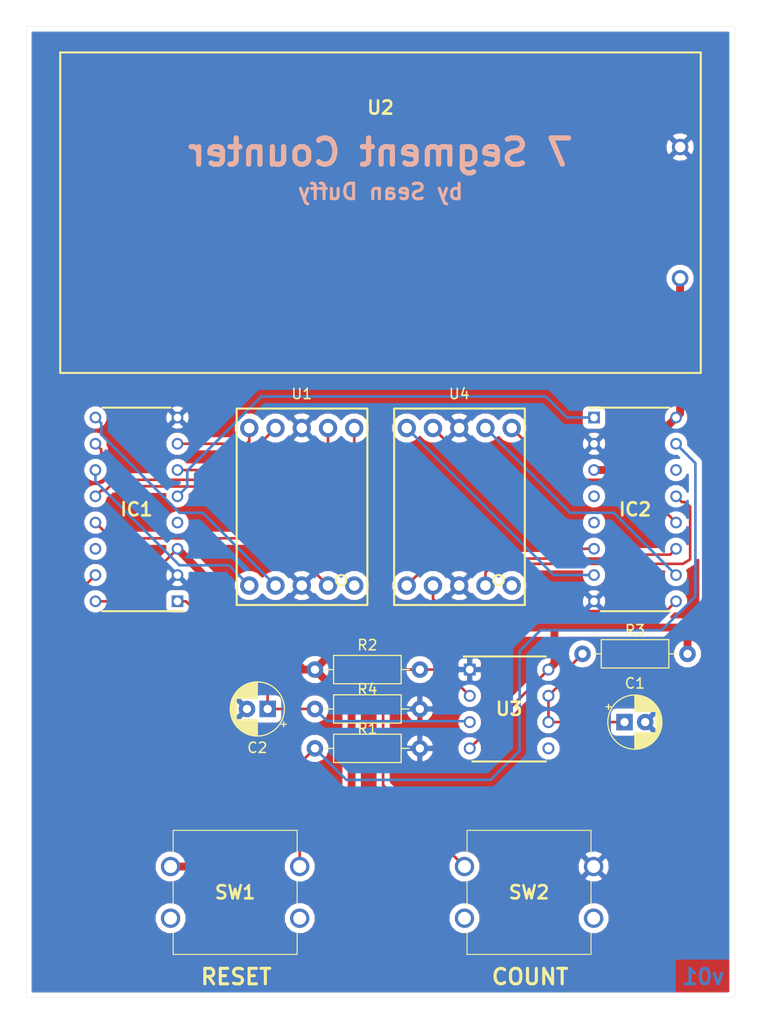
<source format=kicad_pcb>
(kicad_pcb (version 20171130) (host pcbnew "(5.0.0)")

  (general
    (thickness 1.6)
    (drawings 9)
    (tracks 142)
    (zones 0)
    (modules 14)
    (nets 30)
  )

  (page A4)
  (layers
    (0 F.Cu signal)
    (31 B.Cu signal)
    (32 B.Adhes user)
    (33 F.Adhes user)
    (34 B.Paste user)
    (35 F.Paste user)
    (36 B.SilkS user)
    (37 F.SilkS user)
    (38 B.Mask user)
    (39 F.Mask user)
    (40 Dwgs.User user)
    (41 Cmts.User user)
    (42 Eco1.User user)
    (43 Eco2.User user)
    (44 Edge.Cuts user)
    (45 Margin user)
    (46 B.CrtYd user)
    (47 F.CrtYd user)
    (48 B.Fab user)
    (49 F.Fab user)
  )

  (setup
    (last_trace_width 0.254)
    (user_trace_width 0.762)
    (trace_clearance 0.254)
    (zone_clearance 0.508)
    (zone_45_only no)
    (trace_min 0.1524)
    (segment_width 0.2)
    (edge_width 0.15)
    (via_size 0.762)
    (via_drill 0.381)
    (via_min_size 0.6858)
    (via_min_drill 0.3302)
    (uvia_size 0.762)
    (uvia_drill 0.381)
    (uvias_allowed no)
    (uvia_min_size 0.2)
    (uvia_min_drill 0.1)
    (pcb_text_width 0.3)
    (pcb_text_size 1.5 1.5)
    (mod_edge_width 0.15)
    (mod_text_size 1 1)
    (mod_text_width 0.15)
    (pad_size 1.524 1.524)
    (pad_drill 0.762)
    (pad_to_mask_clearance 0.0508)
    (aux_axis_origin 0 0)
    (visible_elements 7FFFFFFF)
    (pcbplotparams
      (layerselection 0x010fc_ffffffff)
      (usegerberextensions false)
      (usegerberattributes false)
      (usegerberadvancedattributes false)
      (creategerberjobfile false)
      (excludeedgelayer true)
      (linewidth 0.100000)
      (plotframeref false)
      (viasonmask false)
      (mode 1)
      (useauxorigin false)
      (hpglpennumber 1)
      (hpglpenspeed 20)
      (hpglpendiameter 15.000000)
      (psnegative false)
      (psa4output false)
      (plotreference true)
      (plotvalue true)
      (plotinvisibletext false)
      (padsonsilk false)
      (subtractmaskfromsilk false)
      (outputformat 1)
      (mirror false)
      (drillshape 0)
      (scaleselection 1)
      (outputdirectory "gerbers/"))
  )

  (net 0 "")
  (net 1 "Net-(C1-Pad1)")
  (net 2 GND)
  (net 3 "Net-(C2-Pad1)")
  (net 4 VCC)
  (net 5 "Net-(IC1-Pad4)")
  (net 6 "Net-(IC1-Pad5)")
  (net 7 "Net-(IC1-Pad6)")
  (net 8 "Net-(IC1-Pad7)")
  (net 9 "Net-(IC1-Pad9)")
  (net 10 "Net-(IC1-Pad10)")
  (net 11 "Net-(IC1-Pad11)")
  (net 12 "Net-(IC1-Pad12)")
  (net 13 "Net-(IC1-Pad13)")
  (net 14 "Net-(IC1-Pad14)")
  (net 15 "Net-(IC1-Pad15)")
  (net 16 "Net-(R2-Pad2)")
  (net 17 "Net-(U1-Pad10)")
  (net 18 "Net-(U3-Pad5)")
  (net 19 "Net-(IC2-Pad4)")
  (net 20 "Net-(IC2-Pad5)")
  (net 21 "Net-(IC2-Pad6)")
  (net 22 "Net-(IC2-Pad7)")
  (net 23 "Net-(IC2-Pad9)")
  (net 24 "Net-(IC2-Pad10)")
  (net 25 "Net-(IC2-Pad11)")
  (net 26 "Net-(IC2-Pad12)")
  (net 27 "Net-(IC2-Pad13)")
  (net 28 "Net-(IC2-Pad14)")
  (net 29 "Net-(U4-Pad10)")

  (net_class Default "This is the default net class."
    (clearance 0.254)
    (trace_width 0.254)
    (via_dia 0.762)
    (via_drill 0.381)
    (uvia_dia 0.762)
    (uvia_drill 0.381)
    (add_net GND)
    (add_net "Net-(C1-Pad1)")
    (add_net "Net-(C2-Pad1)")
    (add_net "Net-(IC1-Pad10)")
    (add_net "Net-(IC1-Pad11)")
    (add_net "Net-(IC1-Pad12)")
    (add_net "Net-(IC1-Pad13)")
    (add_net "Net-(IC1-Pad14)")
    (add_net "Net-(IC1-Pad15)")
    (add_net "Net-(IC1-Pad4)")
    (add_net "Net-(IC1-Pad5)")
    (add_net "Net-(IC1-Pad6)")
    (add_net "Net-(IC1-Pad7)")
    (add_net "Net-(IC1-Pad9)")
    (add_net "Net-(IC2-Pad10)")
    (add_net "Net-(IC2-Pad11)")
    (add_net "Net-(IC2-Pad12)")
    (add_net "Net-(IC2-Pad13)")
    (add_net "Net-(IC2-Pad14)")
    (add_net "Net-(IC2-Pad4)")
    (add_net "Net-(IC2-Pad5)")
    (add_net "Net-(IC2-Pad6)")
    (add_net "Net-(IC2-Pad7)")
    (add_net "Net-(IC2-Pad9)")
    (add_net "Net-(R2-Pad2)")
    (add_net "Net-(U1-Pad10)")
    (add_net "Net-(U3-Pad5)")
    (add_net "Net-(U4-Pad10)")
    (add_net VCC)
  )

  (module Capacitor_THT:CP_Radial_D5.0mm_P2.00mm (layer F.Cu) (tedit 5AE50EF0) (tstamp 6015A0F4)
    (at 150.622 97.79)
    (descr "CP, Radial series, Radial, pin pitch=2.00mm, , diameter=5mm, Electrolytic Capacitor")
    (tags "CP Radial series Radial pin pitch 2.00mm  diameter 5mm Electrolytic Capacitor")
    (path /5FE13F9E)
    (fp_text reference C1 (at 1 -3.75) (layer F.SilkS)
      (effects (font (size 1 1) (thickness 0.15)))
    )
    (fp_text value 1uF (at 1 3.75) (layer F.Fab)
      (effects (font (size 1 1) (thickness 0.15)))
    )
    (fp_circle (center 1 0) (end 3.5 0) (layer F.Fab) (width 0.1))
    (fp_circle (center 1 0) (end 3.62 0) (layer F.SilkS) (width 0.12))
    (fp_circle (center 1 0) (end 3.75 0) (layer F.CrtYd) (width 0.05))
    (fp_line (start -1.133605 -1.0875) (end -0.633605 -1.0875) (layer F.Fab) (width 0.1))
    (fp_line (start -0.883605 -1.3375) (end -0.883605 -0.8375) (layer F.Fab) (width 0.1))
    (fp_line (start 1 1.04) (end 1 2.58) (layer F.SilkS) (width 0.12))
    (fp_line (start 1 -2.58) (end 1 -1.04) (layer F.SilkS) (width 0.12))
    (fp_line (start 1.04 1.04) (end 1.04 2.58) (layer F.SilkS) (width 0.12))
    (fp_line (start 1.04 -2.58) (end 1.04 -1.04) (layer F.SilkS) (width 0.12))
    (fp_line (start 1.08 -2.579) (end 1.08 -1.04) (layer F.SilkS) (width 0.12))
    (fp_line (start 1.08 1.04) (end 1.08 2.579) (layer F.SilkS) (width 0.12))
    (fp_line (start 1.12 -2.578) (end 1.12 -1.04) (layer F.SilkS) (width 0.12))
    (fp_line (start 1.12 1.04) (end 1.12 2.578) (layer F.SilkS) (width 0.12))
    (fp_line (start 1.16 -2.576) (end 1.16 -1.04) (layer F.SilkS) (width 0.12))
    (fp_line (start 1.16 1.04) (end 1.16 2.576) (layer F.SilkS) (width 0.12))
    (fp_line (start 1.2 -2.573) (end 1.2 -1.04) (layer F.SilkS) (width 0.12))
    (fp_line (start 1.2 1.04) (end 1.2 2.573) (layer F.SilkS) (width 0.12))
    (fp_line (start 1.24 -2.569) (end 1.24 -1.04) (layer F.SilkS) (width 0.12))
    (fp_line (start 1.24 1.04) (end 1.24 2.569) (layer F.SilkS) (width 0.12))
    (fp_line (start 1.28 -2.565) (end 1.28 -1.04) (layer F.SilkS) (width 0.12))
    (fp_line (start 1.28 1.04) (end 1.28 2.565) (layer F.SilkS) (width 0.12))
    (fp_line (start 1.32 -2.561) (end 1.32 -1.04) (layer F.SilkS) (width 0.12))
    (fp_line (start 1.32 1.04) (end 1.32 2.561) (layer F.SilkS) (width 0.12))
    (fp_line (start 1.36 -2.556) (end 1.36 -1.04) (layer F.SilkS) (width 0.12))
    (fp_line (start 1.36 1.04) (end 1.36 2.556) (layer F.SilkS) (width 0.12))
    (fp_line (start 1.4 -2.55) (end 1.4 -1.04) (layer F.SilkS) (width 0.12))
    (fp_line (start 1.4 1.04) (end 1.4 2.55) (layer F.SilkS) (width 0.12))
    (fp_line (start 1.44 -2.543) (end 1.44 -1.04) (layer F.SilkS) (width 0.12))
    (fp_line (start 1.44 1.04) (end 1.44 2.543) (layer F.SilkS) (width 0.12))
    (fp_line (start 1.48 -2.536) (end 1.48 -1.04) (layer F.SilkS) (width 0.12))
    (fp_line (start 1.48 1.04) (end 1.48 2.536) (layer F.SilkS) (width 0.12))
    (fp_line (start 1.52 -2.528) (end 1.52 -1.04) (layer F.SilkS) (width 0.12))
    (fp_line (start 1.52 1.04) (end 1.52 2.528) (layer F.SilkS) (width 0.12))
    (fp_line (start 1.56 -2.52) (end 1.56 -1.04) (layer F.SilkS) (width 0.12))
    (fp_line (start 1.56 1.04) (end 1.56 2.52) (layer F.SilkS) (width 0.12))
    (fp_line (start 1.6 -2.511) (end 1.6 -1.04) (layer F.SilkS) (width 0.12))
    (fp_line (start 1.6 1.04) (end 1.6 2.511) (layer F.SilkS) (width 0.12))
    (fp_line (start 1.64 -2.501) (end 1.64 -1.04) (layer F.SilkS) (width 0.12))
    (fp_line (start 1.64 1.04) (end 1.64 2.501) (layer F.SilkS) (width 0.12))
    (fp_line (start 1.68 -2.491) (end 1.68 -1.04) (layer F.SilkS) (width 0.12))
    (fp_line (start 1.68 1.04) (end 1.68 2.491) (layer F.SilkS) (width 0.12))
    (fp_line (start 1.721 -2.48) (end 1.721 -1.04) (layer F.SilkS) (width 0.12))
    (fp_line (start 1.721 1.04) (end 1.721 2.48) (layer F.SilkS) (width 0.12))
    (fp_line (start 1.761 -2.468) (end 1.761 -1.04) (layer F.SilkS) (width 0.12))
    (fp_line (start 1.761 1.04) (end 1.761 2.468) (layer F.SilkS) (width 0.12))
    (fp_line (start 1.801 -2.455) (end 1.801 -1.04) (layer F.SilkS) (width 0.12))
    (fp_line (start 1.801 1.04) (end 1.801 2.455) (layer F.SilkS) (width 0.12))
    (fp_line (start 1.841 -2.442) (end 1.841 -1.04) (layer F.SilkS) (width 0.12))
    (fp_line (start 1.841 1.04) (end 1.841 2.442) (layer F.SilkS) (width 0.12))
    (fp_line (start 1.881 -2.428) (end 1.881 -1.04) (layer F.SilkS) (width 0.12))
    (fp_line (start 1.881 1.04) (end 1.881 2.428) (layer F.SilkS) (width 0.12))
    (fp_line (start 1.921 -2.414) (end 1.921 -1.04) (layer F.SilkS) (width 0.12))
    (fp_line (start 1.921 1.04) (end 1.921 2.414) (layer F.SilkS) (width 0.12))
    (fp_line (start 1.961 -2.398) (end 1.961 -1.04) (layer F.SilkS) (width 0.12))
    (fp_line (start 1.961 1.04) (end 1.961 2.398) (layer F.SilkS) (width 0.12))
    (fp_line (start 2.001 -2.382) (end 2.001 -1.04) (layer F.SilkS) (width 0.12))
    (fp_line (start 2.001 1.04) (end 2.001 2.382) (layer F.SilkS) (width 0.12))
    (fp_line (start 2.041 -2.365) (end 2.041 -1.04) (layer F.SilkS) (width 0.12))
    (fp_line (start 2.041 1.04) (end 2.041 2.365) (layer F.SilkS) (width 0.12))
    (fp_line (start 2.081 -2.348) (end 2.081 -1.04) (layer F.SilkS) (width 0.12))
    (fp_line (start 2.081 1.04) (end 2.081 2.348) (layer F.SilkS) (width 0.12))
    (fp_line (start 2.121 -2.329) (end 2.121 -1.04) (layer F.SilkS) (width 0.12))
    (fp_line (start 2.121 1.04) (end 2.121 2.329) (layer F.SilkS) (width 0.12))
    (fp_line (start 2.161 -2.31) (end 2.161 -1.04) (layer F.SilkS) (width 0.12))
    (fp_line (start 2.161 1.04) (end 2.161 2.31) (layer F.SilkS) (width 0.12))
    (fp_line (start 2.201 -2.29) (end 2.201 -1.04) (layer F.SilkS) (width 0.12))
    (fp_line (start 2.201 1.04) (end 2.201 2.29) (layer F.SilkS) (width 0.12))
    (fp_line (start 2.241 -2.268) (end 2.241 -1.04) (layer F.SilkS) (width 0.12))
    (fp_line (start 2.241 1.04) (end 2.241 2.268) (layer F.SilkS) (width 0.12))
    (fp_line (start 2.281 -2.247) (end 2.281 -1.04) (layer F.SilkS) (width 0.12))
    (fp_line (start 2.281 1.04) (end 2.281 2.247) (layer F.SilkS) (width 0.12))
    (fp_line (start 2.321 -2.224) (end 2.321 -1.04) (layer F.SilkS) (width 0.12))
    (fp_line (start 2.321 1.04) (end 2.321 2.224) (layer F.SilkS) (width 0.12))
    (fp_line (start 2.361 -2.2) (end 2.361 -1.04) (layer F.SilkS) (width 0.12))
    (fp_line (start 2.361 1.04) (end 2.361 2.2) (layer F.SilkS) (width 0.12))
    (fp_line (start 2.401 -2.175) (end 2.401 -1.04) (layer F.SilkS) (width 0.12))
    (fp_line (start 2.401 1.04) (end 2.401 2.175) (layer F.SilkS) (width 0.12))
    (fp_line (start 2.441 -2.149) (end 2.441 -1.04) (layer F.SilkS) (width 0.12))
    (fp_line (start 2.441 1.04) (end 2.441 2.149) (layer F.SilkS) (width 0.12))
    (fp_line (start 2.481 -2.122) (end 2.481 -1.04) (layer F.SilkS) (width 0.12))
    (fp_line (start 2.481 1.04) (end 2.481 2.122) (layer F.SilkS) (width 0.12))
    (fp_line (start 2.521 -2.095) (end 2.521 -1.04) (layer F.SilkS) (width 0.12))
    (fp_line (start 2.521 1.04) (end 2.521 2.095) (layer F.SilkS) (width 0.12))
    (fp_line (start 2.561 -2.065) (end 2.561 -1.04) (layer F.SilkS) (width 0.12))
    (fp_line (start 2.561 1.04) (end 2.561 2.065) (layer F.SilkS) (width 0.12))
    (fp_line (start 2.601 -2.035) (end 2.601 -1.04) (layer F.SilkS) (width 0.12))
    (fp_line (start 2.601 1.04) (end 2.601 2.035) (layer F.SilkS) (width 0.12))
    (fp_line (start 2.641 -2.004) (end 2.641 -1.04) (layer F.SilkS) (width 0.12))
    (fp_line (start 2.641 1.04) (end 2.641 2.004) (layer F.SilkS) (width 0.12))
    (fp_line (start 2.681 -1.971) (end 2.681 -1.04) (layer F.SilkS) (width 0.12))
    (fp_line (start 2.681 1.04) (end 2.681 1.971) (layer F.SilkS) (width 0.12))
    (fp_line (start 2.721 -1.937) (end 2.721 -1.04) (layer F.SilkS) (width 0.12))
    (fp_line (start 2.721 1.04) (end 2.721 1.937) (layer F.SilkS) (width 0.12))
    (fp_line (start 2.761 -1.901) (end 2.761 -1.04) (layer F.SilkS) (width 0.12))
    (fp_line (start 2.761 1.04) (end 2.761 1.901) (layer F.SilkS) (width 0.12))
    (fp_line (start 2.801 -1.864) (end 2.801 -1.04) (layer F.SilkS) (width 0.12))
    (fp_line (start 2.801 1.04) (end 2.801 1.864) (layer F.SilkS) (width 0.12))
    (fp_line (start 2.841 -1.826) (end 2.841 -1.04) (layer F.SilkS) (width 0.12))
    (fp_line (start 2.841 1.04) (end 2.841 1.826) (layer F.SilkS) (width 0.12))
    (fp_line (start 2.881 -1.785) (end 2.881 -1.04) (layer F.SilkS) (width 0.12))
    (fp_line (start 2.881 1.04) (end 2.881 1.785) (layer F.SilkS) (width 0.12))
    (fp_line (start 2.921 -1.743) (end 2.921 -1.04) (layer F.SilkS) (width 0.12))
    (fp_line (start 2.921 1.04) (end 2.921 1.743) (layer F.SilkS) (width 0.12))
    (fp_line (start 2.961 -1.699) (end 2.961 -1.04) (layer F.SilkS) (width 0.12))
    (fp_line (start 2.961 1.04) (end 2.961 1.699) (layer F.SilkS) (width 0.12))
    (fp_line (start 3.001 -1.653) (end 3.001 -1.04) (layer F.SilkS) (width 0.12))
    (fp_line (start 3.001 1.04) (end 3.001 1.653) (layer F.SilkS) (width 0.12))
    (fp_line (start 3.041 -1.605) (end 3.041 1.605) (layer F.SilkS) (width 0.12))
    (fp_line (start 3.081 -1.554) (end 3.081 1.554) (layer F.SilkS) (width 0.12))
    (fp_line (start 3.121 -1.5) (end 3.121 1.5) (layer F.SilkS) (width 0.12))
    (fp_line (start 3.161 -1.443) (end 3.161 1.443) (layer F.SilkS) (width 0.12))
    (fp_line (start 3.201 -1.383) (end 3.201 1.383) (layer F.SilkS) (width 0.12))
    (fp_line (start 3.241 -1.319) (end 3.241 1.319) (layer F.SilkS) (width 0.12))
    (fp_line (start 3.281 -1.251) (end 3.281 1.251) (layer F.SilkS) (width 0.12))
    (fp_line (start 3.321 -1.178) (end 3.321 1.178) (layer F.SilkS) (width 0.12))
    (fp_line (start 3.361 -1.098) (end 3.361 1.098) (layer F.SilkS) (width 0.12))
    (fp_line (start 3.401 -1.011) (end 3.401 1.011) (layer F.SilkS) (width 0.12))
    (fp_line (start 3.441 -0.915) (end 3.441 0.915) (layer F.SilkS) (width 0.12))
    (fp_line (start 3.481 -0.805) (end 3.481 0.805) (layer F.SilkS) (width 0.12))
    (fp_line (start 3.521 -0.677) (end 3.521 0.677) (layer F.SilkS) (width 0.12))
    (fp_line (start 3.561 -0.518) (end 3.561 0.518) (layer F.SilkS) (width 0.12))
    (fp_line (start 3.601 -0.284) (end 3.601 0.284) (layer F.SilkS) (width 0.12))
    (fp_line (start -1.804775 -1.475) (end -1.304775 -1.475) (layer F.SilkS) (width 0.12))
    (fp_line (start -1.554775 -1.725) (end -1.554775 -1.225) (layer F.SilkS) (width 0.12))
    (fp_text user %R (at 1 0) (layer F.Fab)
      (effects (font (size 1 1) (thickness 0.15)))
    )
    (pad 1 thru_hole rect (at 0 0) (size 1.6 1.6) (drill 0.8) (layers *.Cu *.Mask)
      (net 1 "Net-(C1-Pad1)"))
    (pad 2 thru_hole circle (at 2 0) (size 1.6 1.6) (drill 0.8) (layers *.Cu *.Mask)
      (net 2 GND))
    (model ${KISYS3DMOD}/Capacitor_THT.3dshapes/CP_Radial_D5.0mm_P2.00mm.wrl
      (at (xyz 0 0 0))
      (scale (xyz 1 1 1))
      (rotate (xyz 0 0 0))
    )
  )

  (module Capacitor_THT:CP_Radial_D5.0mm_P2.00mm (layer F.Cu) (tedit 5AE50EF0) (tstamp 6015602E)
    (at 116.078 96.52 180)
    (descr "CP, Radial series, Radial, pin pitch=2.00mm, , diameter=5mm, Electrolytic Capacitor")
    (tags "CP Radial series Radial pin pitch 2.00mm  diameter 5mm Electrolytic Capacitor")
    (path /5FE1449A)
    (fp_text reference C2 (at 1 -3.75 180) (layer F.SilkS)
      (effects (font (size 1 1) (thickness 0.15)))
    )
    (fp_text value 22uF (at 1 3.75 180) (layer F.Fab)
      (effects (font (size 1 1) (thickness 0.15)))
    )
    (fp_text user %R (at 1 0 180) (layer F.Fab)
      (effects (font (size 1 1) (thickness 0.15)))
    )
    (fp_line (start -1.554775 -1.725) (end -1.554775 -1.225) (layer F.SilkS) (width 0.12))
    (fp_line (start -1.804775 -1.475) (end -1.304775 -1.475) (layer F.SilkS) (width 0.12))
    (fp_line (start 3.601 -0.284) (end 3.601 0.284) (layer F.SilkS) (width 0.12))
    (fp_line (start 3.561 -0.518) (end 3.561 0.518) (layer F.SilkS) (width 0.12))
    (fp_line (start 3.521 -0.677) (end 3.521 0.677) (layer F.SilkS) (width 0.12))
    (fp_line (start 3.481 -0.805) (end 3.481 0.805) (layer F.SilkS) (width 0.12))
    (fp_line (start 3.441 -0.915) (end 3.441 0.915) (layer F.SilkS) (width 0.12))
    (fp_line (start 3.401 -1.011) (end 3.401 1.011) (layer F.SilkS) (width 0.12))
    (fp_line (start 3.361 -1.098) (end 3.361 1.098) (layer F.SilkS) (width 0.12))
    (fp_line (start 3.321 -1.178) (end 3.321 1.178) (layer F.SilkS) (width 0.12))
    (fp_line (start 3.281 -1.251) (end 3.281 1.251) (layer F.SilkS) (width 0.12))
    (fp_line (start 3.241 -1.319) (end 3.241 1.319) (layer F.SilkS) (width 0.12))
    (fp_line (start 3.201 -1.383) (end 3.201 1.383) (layer F.SilkS) (width 0.12))
    (fp_line (start 3.161 -1.443) (end 3.161 1.443) (layer F.SilkS) (width 0.12))
    (fp_line (start 3.121 -1.5) (end 3.121 1.5) (layer F.SilkS) (width 0.12))
    (fp_line (start 3.081 -1.554) (end 3.081 1.554) (layer F.SilkS) (width 0.12))
    (fp_line (start 3.041 -1.605) (end 3.041 1.605) (layer F.SilkS) (width 0.12))
    (fp_line (start 3.001 1.04) (end 3.001 1.653) (layer F.SilkS) (width 0.12))
    (fp_line (start 3.001 -1.653) (end 3.001 -1.04) (layer F.SilkS) (width 0.12))
    (fp_line (start 2.961 1.04) (end 2.961 1.699) (layer F.SilkS) (width 0.12))
    (fp_line (start 2.961 -1.699) (end 2.961 -1.04) (layer F.SilkS) (width 0.12))
    (fp_line (start 2.921 1.04) (end 2.921 1.743) (layer F.SilkS) (width 0.12))
    (fp_line (start 2.921 -1.743) (end 2.921 -1.04) (layer F.SilkS) (width 0.12))
    (fp_line (start 2.881 1.04) (end 2.881 1.785) (layer F.SilkS) (width 0.12))
    (fp_line (start 2.881 -1.785) (end 2.881 -1.04) (layer F.SilkS) (width 0.12))
    (fp_line (start 2.841 1.04) (end 2.841 1.826) (layer F.SilkS) (width 0.12))
    (fp_line (start 2.841 -1.826) (end 2.841 -1.04) (layer F.SilkS) (width 0.12))
    (fp_line (start 2.801 1.04) (end 2.801 1.864) (layer F.SilkS) (width 0.12))
    (fp_line (start 2.801 -1.864) (end 2.801 -1.04) (layer F.SilkS) (width 0.12))
    (fp_line (start 2.761 1.04) (end 2.761 1.901) (layer F.SilkS) (width 0.12))
    (fp_line (start 2.761 -1.901) (end 2.761 -1.04) (layer F.SilkS) (width 0.12))
    (fp_line (start 2.721 1.04) (end 2.721 1.937) (layer F.SilkS) (width 0.12))
    (fp_line (start 2.721 -1.937) (end 2.721 -1.04) (layer F.SilkS) (width 0.12))
    (fp_line (start 2.681 1.04) (end 2.681 1.971) (layer F.SilkS) (width 0.12))
    (fp_line (start 2.681 -1.971) (end 2.681 -1.04) (layer F.SilkS) (width 0.12))
    (fp_line (start 2.641 1.04) (end 2.641 2.004) (layer F.SilkS) (width 0.12))
    (fp_line (start 2.641 -2.004) (end 2.641 -1.04) (layer F.SilkS) (width 0.12))
    (fp_line (start 2.601 1.04) (end 2.601 2.035) (layer F.SilkS) (width 0.12))
    (fp_line (start 2.601 -2.035) (end 2.601 -1.04) (layer F.SilkS) (width 0.12))
    (fp_line (start 2.561 1.04) (end 2.561 2.065) (layer F.SilkS) (width 0.12))
    (fp_line (start 2.561 -2.065) (end 2.561 -1.04) (layer F.SilkS) (width 0.12))
    (fp_line (start 2.521 1.04) (end 2.521 2.095) (layer F.SilkS) (width 0.12))
    (fp_line (start 2.521 -2.095) (end 2.521 -1.04) (layer F.SilkS) (width 0.12))
    (fp_line (start 2.481 1.04) (end 2.481 2.122) (layer F.SilkS) (width 0.12))
    (fp_line (start 2.481 -2.122) (end 2.481 -1.04) (layer F.SilkS) (width 0.12))
    (fp_line (start 2.441 1.04) (end 2.441 2.149) (layer F.SilkS) (width 0.12))
    (fp_line (start 2.441 -2.149) (end 2.441 -1.04) (layer F.SilkS) (width 0.12))
    (fp_line (start 2.401 1.04) (end 2.401 2.175) (layer F.SilkS) (width 0.12))
    (fp_line (start 2.401 -2.175) (end 2.401 -1.04) (layer F.SilkS) (width 0.12))
    (fp_line (start 2.361 1.04) (end 2.361 2.2) (layer F.SilkS) (width 0.12))
    (fp_line (start 2.361 -2.2) (end 2.361 -1.04) (layer F.SilkS) (width 0.12))
    (fp_line (start 2.321 1.04) (end 2.321 2.224) (layer F.SilkS) (width 0.12))
    (fp_line (start 2.321 -2.224) (end 2.321 -1.04) (layer F.SilkS) (width 0.12))
    (fp_line (start 2.281 1.04) (end 2.281 2.247) (layer F.SilkS) (width 0.12))
    (fp_line (start 2.281 -2.247) (end 2.281 -1.04) (layer F.SilkS) (width 0.12))
    (fp_line (start 2.241 1.04) (end 2.241 2.268) (layer F.SilkS) (width 0.12))
    (fp_line (start 2.241 -2.268) (end 2.241 -1.04) (layer F.SilkS) (width 0.12))
    (fp_line (start 2.201 1.04) (end 2.201 2.29) (layer F.SilkS) (width 0.12))
    (fp_line (start 2.201 -2.29) (end 2.201 -1.04) (layer F.SilkS) (width 0.12))
    (fp_line (start 2.161 1.04) (end 2.161 2.31) (layer F.SilkS) (width 0.12))
    (fp_line (start 2.161 -2.31) (end 2.161 -1.04) (layer F.SilkS) (width 0.12))
    (fp_line (start 2.121 1.04) (end 2.121 2.329) (layer F.SilkS) (width 0.12))
    (fp_line (start 2.121 -2.329) (end 2.121 -1.04) (layer F.SilkS) (width 0.12))
    (fp_line (start 2.081 1.04) (end 2.081 2.348) (layer F.SilkS) (width 0.12))
    (fp_line (start 2.081 -2.348) (end 2.081 -1.04) (layer F.SilkS) (width 0.12))
    (fp_line (start 2.041 1.04) (end 2.041 2.365) (layer F.SilkS) (width 0.12))
    (fp_line (start 2.041 -2.365) (end 2.041 -1.04) (layer F.SilkS) (width 0.12))
    (fp_line (start 2.001 1.04) (end 2.001 2.382) (layer F.SilkS) (width 0.12))
    (fp_line (start 2.001 -2.382) (end 2.001 -1.04) (layer F.SilkS) (width 0.12))
    (fp_line (start 1.961 1.04) (end 1.961 2.398) (layer F.SilkS) (width 0.12))
    (fp_line (start 1.961 -2.398) (end 1.961 -1.04) (layer F.SilkS) (width 0.12))
    (fp_line (start 1.921 1.04) (end 1.921 2.414) (layer F.SilkS) (width 0.12))
    (fp_line (start 1.921 -2.414) (end 1.921 -1.04) (layer F.SilkS) (width 0.12))
    (fp_line (start 1.881 1.04) (end 1.881 2.428) (layer F.SilkS) (width 0.12))
    (fp_line (start 1.881 -2.428) (end 1.881 -1.04) (layer F.SilkS) (width 0.12))
    (fp_line (start 1.841 1.04) (end 1.841 2.442) (layer F.SilkS) (width 0.12))
    (fp_line (start 1.841 -2.442) (end 1.841 -1.04) (layer F.SilkS) (width 0.12))
    (fp_line (start 1.801 1.04) (end 1.801 2.455) (layer F.SilkS) (width 0.12))
    (fp_line (start 1.801 -2.455) (end 1.801 -1.04) (layer F.SilkS) (width 0.12))
    (fp_line (start 1.761 1.04) (end 1.761 2.468) (layer F.SilkS) (width 0.12))
    (fp_line (start 1.761 -2.468) (end 1.761 -1.04) (layer F.SilkS) (width 0.12))
    (fp_line (start 1.721 1.04) (end 1.721 2.48) (layer F.SilkS) (width 0.12))
    (fp_line (start 1.721 -2.48) (end 1.721 -1.04) (layer F.SilkS) (width 0.12))
    (fp_line (start 1.68 1.04) (end 1.68 2.491) (layer F.SilkS) (width 0.12))
    (fp_line (start 1.68 -2.491) (end 1.68 -1.04) (layer F.SilkS) (width 0.12))
    (fp_line (start 1.64 1.04) (end 1.64 2.501) (layer F.SilkS) (width 0.12))
    (fp_line (start 1.64 -2.501) (end 1.64 -1.04) (layer F.SilkS) (width 0.12))
    (fp_line (start 1.6 1.04) (end 1.6 2.511) (layer F.SilkS) (width 0.12))
    (fp_line (start 1.6 -2.511) (end 1.6 -1.04) (layer F.SilkS) (width 0.12))
    (fp_line (start 1.56 1.04) (end 1.56 2.52) (layer F.SilkS) (width 0.12))
    (fp_line (start 1.56 -2.52) (end 1.56 -1.04) (layer F.SilkS) (width 0.12))
    (fp_line (start 1.52 1.04) (end 1.52 2.528) (layer F.SilkS) (width 0.12))
    (fp_line (start 1.52 -2.528) (end 1.52 -1.04) (layer F.SilkS) (width 0.12))
    (fp_line (start 1.48 1.04) (end 1.48 2.536) (layer F.SilkS) (width 0.12))
    (fp_line (start 1.48 -2.536) (end 1.48 -1.04) (layer F.SilkS) (width 0.12))
    (fp_line (start 1.44 1.04) (end 1.44 2.543) (layer F.SilkS) (width 0.12))
    (fp_line (start 1.44 -2.543) (end 1.44 -1.04) (layer F.SilkS) (width 0.12))
    (fp_line (start 1.4 1.04) (end 1.4 2.55) (layer F.SilkS) (width 0.12))
    (fp_line (start 1.4 -2.55) (end 1.4 -1.04) (layer F.SilkS) (width 0.12))
    (fp_line (start 1.36 1.04) (end 1.36 2.556) (layer F.SilkS) (width 0.12))
    (fp_line (start 1.36 -2.556) (end 1.36 -1.04) (layer F.SilkS) (width 0.12))
    (fp_line (start 1.32 1.04) (end 1.32 2.561) (layer F.SilkS) (width 0.12))
    (fp_line (start 1.32 -2.561) (end 1.32 -1.04) (layer F.SilkS) (width 0.12))
    (fp_line (start 1.28 1.04) (end 1.28 2.565) (layer F.SilkS) (width 0.12))
    (fp_line (start 1.28 -2.565) (end 1.28 -1.04) (layer F.SilkS) (width 0.12))
    (fp_line (start 1.24 1.04) (end 1.24 2.569) (layer F.SilkS) (width 0.12))
    (fp_line (start 1.24 -2.569) (end 1.24 -1.04) (layer F.SilkS) (width 0.12))
    (fp_line (start 1.2 1.04) (end 1.2 2.573) (layer F.SilkS) (width 0.12))
    (fp_line (start 1.2 -2.573) (end 1.2 -1.04) (layer F.SilkS) (width 0.12))
    (fp_line (start 1.16 1.04) (end 1.16 2.576) (layer F.SilkS) (width 0.12))
    (fp_line (start 1.16 -2.576) (end 1.16 -1.04) (layer F.SilkS) (width 0.12))
    (fp_line (start 1.12 1.04) (end 1.12 2.578) (layer F.SilkS) (width 0.12))
    (fp_line (start 1.12 -2.578) (end 1.12 -1.04) (layer F.SilkS) (width 0.12))
    (fp_line (start 1.08 1.04) (end 1.08 2.579) (layer F.SilkS) (width 0.12))
    (fp_line (start 1.08 -2.579) (end 1.08 -1.04) (layer F.SilkS) (width 0.12))
    (fp_line (start 1.04 -2.58) (end 1.04 -1.04) (layer F.SilkS) (width 0.12))
    (fp_line (start 1.04 1.04) (end 1.04 2.58) (layer F.SilkS) (width 0.12))
    (fp_line (start 1 -2.58) (end 1 -1.04) (layer F.SilkS) (width 0.12))
    (fp_line (start 1 1.04) (end 1 2.58) (layer F.SilkS) (width 0.12))
    (fp_line (start -0.883605 -1.3375) (end -0.883605 -0.8375) (layer F.Fab) (width 0.1))
    (fp_line (start -1.133605 -1.0875) (end -0.633605 -1.0875) (layer F.Fab) (width 0.1))
    (fp_circle (center 1 0) (end 3.75 0) (layer F.CrtYd) (width 0.05))
    (fp_circle (center 1 0) (end 3.62 0) (layer F.SilkS) (width 0.12))
    (fp_circle (center 1 0) (end 3.5 0) (layer F.Fab) (width 0.1))
    (pad 2 thru_hole circle (at 2 0 180) (size 1.6 1.6) (drill 0.8) (layers *.Cu *.Mask)
      (net 2 GND))
    (pad 1 thru_hole rect (at 0 0 180) (size 1.6 1.6) (drill 0.8) (layers *.Cu *.Mask)
      (net 3 "Net-(C2-Pad1)"))
    (model ${KISYS3DMOD}/Capacitor_THT.3dshapes/CP_Radial_D5.0mm_P2.00mm.wrl
      (at (xyz 0 0 0))
      (scale (xyz 1 1 1))
      (rotate (xyz 0 0 0))
    )
  )

  (module Resistor_THT:R_Axial_DIN0207_L6.3mm_D2.5mm_P10.16mm_Horizontal (layer F.Cu) (tedit 5AE5139B) (tstamp 60157F02)
    (at 120.65 100.33)
    (descr "Resistor, Axial_DIN0207 series, Axial, Horizontal, pin pitch=10.16mm, 0.25W = 1/4W, length*diameter=6.3*2.5mm^2, http://cdn-reichelt.de/documents/datenblatt/B400/1_4W%23YAG.pdf")
    (tags "Resistor Axial_DIN0207 series Axial Horizontal pin pitch 10.16mm 0.25W = 1/4W length 6.3mm diameter 2.5mm")
    (path /5FE146C4)
    (fp_text reference R1 (at 5.08 -1.905) (layer F.SilkS)
      (effects (font (size 1 1) (thickness 0.15)))
    )
    (fp_text value 10k (at 5.08 2.37) (layer F.Fab)
      (effects (font (size 1 1) (thickness 0.15)))
    )
    (fp_text user %R (at 5.08 0) (layer F.Fab)
      (effects (font (size 1 1) (thickness 0.15)))
    )
    (fp_line (start 11.21 -1.5) (end -1.05 -1.5) (layer F.CrtYd) (width 0.05))
    (fp_line (start 11.21 1.5) (end 11.21 -1.5) (layer F.CrtYd) (width 0.05))
    (fp_line (start -1.05 1.5) (end 11.21 1.5) (layer F.CrtYd) (width 0.05))
    (fp_line (start -1.05 -1.5) (end -1.05 1.5) (layer F.CrtYd) (width 0.05))
    (fp_line (start 9.12 0) (end 8.35 0) (layer F.SilkS) (width 0.12))
    (fp_line (start 1.04 0) (end 1.81 0) (layer F.SilkS) (width 0.12))
    (fp_line (start 8.35 -1.37) (end 1.81 -1.37) (layer F.SilkS) (width 0.12))
    (fp_line (start 8.35 1.37) (end 8.35 -1.37) (layer F.SilkS) (width 0.12))
    (fp_line (start 1.81 1.37) (end 8.35 1.37) (layer F.SilkS) (width 0.12))
    (fp_line (start 1.81 -1.37) (end 1.81 1.37) (layer F.SilkS) (width 0.12))
    (fp_line (start 10.16 0) (end 8.23 0) (layer F.Fab) (width 0.1))
    (fp_line (start 0 0) (end 1.93 0) (layer F.Fab) (width 0.1))
    (fp_line (start 8.23 -1.25) (end 1.93 -1.25) (layer F.Fab) (width 0.1))
    (fp_line (start 8.23 1.25) (end 8.23 -1.25) (layer F.Fab) (width 0.1))
    (fp_line (start 1.93 1.25) (end 8.23 1.25) (layer F.Fab) (width 0.1))
    (fp_line (start 1.93 -1.25) (end 1.93 1.25) (layer F.Fab) (width 0.1))
    (pad 2 thru_hole oval (at 10.16 0) (size 1.6 1.6) (drill 0.8) (layers *.Cu *.Mask)
      (net 2 GND))
    (pad 1 thru_hole circle (at 0 0) (size 1.6 1.6) (drill 0.8) (layers *.Cu *.Mask)
      (net 15 "Net-(IC1-Pad15)"))
    (model ${KISYS3DMOD}/Resistor_THT.3dshapes/R_Axial_DIN0207_L6.3mm_D2.5mm_P10.16mm_Horizontal.wrl
      (at (xyz 0 0 0))
      (scale (xyz 1 1 1))
      (rotate (xyz 0 0 0))
    )
  )

  (module Resistor_THT:R_Axial_DIN0207_L6.3mm_D2.5mm_P10.16mm_Horizontal (layer F.Cu) (tedit 5AE5139B) (tstamp 601587F1)
    (at 120.65 92.71)
    (descr "Resistor, Axial_DIN0207 series, Axial, Horizontal, pin pitch=10.16mm, 0.25W = 1/4W, length*diameter=6.3*2.5mm^2, http://cdn-reichelt.de/documents/datenblatt/B400/1_4W%23YAG.pdf")
    (tags "Resistor Axial_DIN0207 series Axial Horizontal pin pitch 10.16mm 0.25W = 1/4W length 6.3mm diameter 2.5mm")
    (path /5FE1404C)
    (fp_text reference R2 (at 5.08 -2.37) (layer F.SilkS)
      (effects (font (size 1 1) (thickness 0.15)))
    )
    (fp_text value 10k (at 5.08 2.37) (layer F.Fab)
      (effects (font (size 1 1) (thickness 0.15)))
    )
    (fp_text user %R (at 5.08 0 180) (layer F.Fab)
      (effects (font (size 1 1) (thickness 0.15)))
    )
    (fp_line (start 11.21 -1.5) (end -1.05 -1.5) (layer F.CrtYd) (width 0.05))
    (fp_line (start 11.21 1.5) (end 11.21 -1.5) (layer F.CrtYd) (width 0.05))
    (fp_line (start -1.05 1.5) (end 11.21 1.5) (layer F.CrtYd) (width 0.05))
    (fp_line (start -1.05 -1.5) (end -1.05 1.5) (layer F.CrtYd) (width 0.05))
    (fp_line (start 9.12 0) (end 8.35 0) (layer F.SilkS) (width 0.12))
    (fp_line (start 1.04 0) (end 1.81 0) (layer F.SilkS) (width 0.12))
    (fp_line (start 8.35 -1.37) (end 1.81 -1.37) (layer F.SilkS) (width 0.12))
    (fp_line (start 8.35 1.37) (end 8.35 -1.37) (layer F.SilkS) (width 0.12))
    (fp_line (start 1.81 1.37) (end 8.35 1.37) (layer F.SilkS) (width 0.12))
    (fp_line (start 1.81 -1.37) (end 1.81 1.37) (layer F.SilkS) (width 0.12))
    (fp_line (start 10.16 0) (end 8.23 0) (layer F.Fab) (width 0.1))
    (fp_line (start 0 0) (end 1.93 0) (layer F.Fab) (width 0.1))
    (fp_line (start 8.23 -1.25) (end 1.93 -1.25) (layer F.Fab) (width 0.1))
    (fp_line (start 8.23 1.25) (end 8.23 -1.25) (layer F.Fab) (width 0.1))
    (fp_line (start 1.93 1.25) (end 8.23 1.25) (layer F.Fab) (width 0.1))
    (fp_line (start 1.93 -1.25) (end 1.93 1.25) (layer F.Fab) (width 0.1))
    (pad 2 thru_hole oval (at 10.16 0) (size 1.6 1.6) (drill 0.8) (layers *.Cu *.Mask)
      (net 16 "Net-(R2-Pad2)"))
    (pad 1 thru_hole circle (at 0 0) (size 1.6 1.6) (drill 0.8) (layers *.Cu *.Mask)
      (net 4 VCC))
    (model ${KISYS3DMOD}/Resistor_THT.3dshapes/R_Axial_DIN0207_L6.3mm_D2.5mm_P10.16mm_Horizontal.wrl
      (at (xyz 0 0 0))
      (scale (xyz 1 1 1))
      (rotate (xyz 0 0 0))
    )
  )

  (module Resistor_THT:R_Axial_DIN0207_L6.3mm_D2.5mm_P10.16mm_Horizontal (layer F.Cu) (tedit 5AE5139B) (tstamp 5FE4E6F9)
    (at 156.718 91.186 180)
    (descr "Resistor, Axial_DIN0207 series, Axial, Horizontal, pin pitch=10.16mm, 0.25W = 1/4W, length*diameter=6.3*2.5mm^2, http://cdn-reichelt.de/documents/datenblatt/B400/1_4W%23YAG.pdf")
    (tags "Resistor Axial_DIN0207 series Axial Horizontal pin pitch 10.16mm 0.25W = 1/4W length 6.3mm diameter 2.5mm")
    (path /5FE13EBC)
    (fp_text reference R3 (at 5.08 2.286 180) (layer F.SilkS)
      (effects (font (size 1 1) (thickness 0.15)))
    )
    (fp_text value 10k (at 5.08 2.37 180) (layer F.Fab)
      (effects (font (size 1 1) (thickness 0.15)))
    )
    (fp_line (start 1.93 -1.25) (end 1.93 1.25) (layer F.Fab) (width 0.1))
    (fp_line (start 1.93 1.25) (end 8.23 1.25) (layer F.Fab) (width 0.1))
    (fp_line (start 8.23 1.25) (end 8.23 -1.25) (layer F.Fab) (width 0.1))
    (fp_line (start 8.23 -1.25) (end 1.93 -1.25) (layer F.Fab) (width 0.1))
    (fp_line (start 0 0) (end 1.93 0) (layer F.Fab) (width 0.1))
    (fp_line (start 10.16 0) (end 8.23 0) (layer F.Fab) (width 0.1))
    (fp_line (start 1.81 -1.37) (end 1.81 1.37) (layer F.SilkS) (width 0.12))
    (fp_line (start 1.81 1.37) (end 8.35 1.37) (layer F.SilkS) (width 0.12))
    (fp_line (start 8.35 1.37) (end 8.35 -1.37) (layer F.SilkS) (width 0.12))
    (fp_line (start 8.35 -1.37) (end 1.81 -1.37) (layer F.SilkS) (width 0.12))
    (fp_line (start 1.04 0) (end 1.81 0) (layer F.SilkS) (width 0.12))
    (fp_line (start 9.12 0) (end 8.35 0) (layer F.SilkS) (width 0.12))
    (fp_line (start -1.05 -1.5) (end -1.05 1.5) (layer F.CrtYd) (width 0.05))
    (fp_line (start -1.05 1.5) (end 11.21 1.5) (layer F.CrtYd) (width 0.05))
    (fp_line (start 11.21 1.5) (end 11.21 -1.5) (layer F.CrtYd) (width 0.05))
    (fp_line (start 11.21 -1.5) (end -1.05 -1.5) (layer F.CrtYd) (width 0.05))
    (fp_text user %R (at 5.08 0 180) (layer F.Fab)
      (effects (font (size 1 1) (thickness 0.15)))
    )
    (pad 1 thru_hole circle (at 0 0 180) (size 1.6 1.6) (drill 0.8) (layers *.Cu *.Mask)
      (net 4 VCC))
    (pad 2 thru_hole oval (at 10.16 0 180) (size 1.6 1.6) (drill 0.8) (layers *.Cu *.Mask)
      (net 1 "Net-(C1-Pad1)"))
    (model ${KISYS3DMOD}/Resistor_THT.3dshapes/R_Axial_DIN0207_L6.3mm_D2.5mm_P10.16mm_Horizontal.wrl
      (at (xyz 0 0 0))
      (scale (xyz 1 1 1))
      (rotate (xyz 0 0 0))
    )
  )

  (module Resistor_THT:R_Axial_DIN0207_L6.3mm_D2.5mm_P10.16mm_Horizontal (layer F.Cu) (tedit 5AE5139B) (tstamp 601560AA)
    (at 120.65 96.52)
    (descr "Resistor, Axial_DIN0207 series, Axial, Horizontal, pin pitch=10.16mm, 0.25W = 1/4W, length*diameter=6.3*2.5mm^2, http://cdn-reichelt.de/documents/datenblatt/B400/1_4W%23YAG.pdf")
    (tags "Resistor Axial_DIN0207 series Axial Horizontal pin pitch 10.16mm 0.25W = 1/4W length 6.3mm diameter 2.5mm")
    (path /5FE1459C)
    (fp_text reference R4 (at 5.08 -1.905) (layer F.SilkS)
      (effects (font (size 1 1) (thickness 0.15)))
    )
    (fp_text value 100k (at 5.08 2.37) (layer F.Fab)
      (effects (font (size 1 1) (thickness 0.15)))
    )
    (fp_line (start 1.93 -1.25) (end 1.93 1.25) (layer F.Fab) (width 0.1))
    (fp_line (start 1.93 1.25) (end 8.23 1.25) (layer F.Fab) (width 0.1))
    (fp_line (start 8.23 1.25) (end 8.23 -1.25) (layer F.Fab) (width 0.1))
    (fp_line (start 8.23 -1.25) (end 1.93 -1.25) (layer F.Fab) (width 0.1))
    (fp_line (start 0 0) (end 1.93 0) (layer F.Fab) (width 0.1))
    (fp_line (start 10.16 0) (end 8.23 0) (layer F.Fab) (width 0.1))
    (fp_line (start 1.81 -1.37) (end 1.81 1.37) (layer F.SilkS) (width 0.12))
    (fp_line (start 1.81 1.37) (end 8.35 1.37) (layer F.SilkS) (width 0.12))
    (fp_line (start 8.35 1.37) (end 8.35 -1.37) (layer F.SilkS) (width 0.12))
    (fp_line (start 8.35 -1.37) (end 1.81 -1.37) (layer F.SilkS) (width 0.12))
    (fp_line (start 1.04 0) (end 1.81 0) (layer F.SilkS) (width 0.12))
    (fp_line (start 9.12 0) (end 8.35 0) (layer F.SilkS) (width 0.12))
    (fp_line (start -1.05 -1.5) (end -1.05 1.5) (layer F.CrtYd) (width 0.05))
    (fp_line (start -1.05 1.5) (end 11.21 1.5) (layer F.CrtYd) (width 0.05))
    (fp_line (start 11.21 1.5) (end 11.21 -1.5) (layer F.CrtYd) (width 0.05))
    (fp_line (start 11.21 -1.5) (end -1.05 -1.5) (layer F.CrtYd) (width 0.05))
    (fp_text user %R (at 5.08 0) (layer F.Fab)
      (effects (font (size 1 1) (thickness 0.15)))
    )
    (pad 1 thru_hole circle (at 0 0) (size 1.6 1.6) (drill 0.8) (layers *.Cu *.Mask)
      (net 3 "Net-(C2-Pad1)"))
    (pad 2 thru_hole oval (at 10.16 0) (size 1.6 1.6) (drill 0.8) (layers *.Cu *.Mask)
      (net 2 GND))
    (model ${KISYS3DMOD}/Resistor_THT.3dshapes/R_Axial_DIN0207_L6.3mm_D2.5mm_P10.16mm_Horizontal.wrl
      (at (xyz 0 0 0))
      (scale (xyz 1 1 1))
      (rotate (xyz 0 0 0))
    )
  )

  (module 7segment_counter:5611AH (layer F.Cu) (tedit 5FE29F15) (tstamp 601560F3)
    (at 119.38 76.962)
    (path /5FE16313)
    (fp_text reference U1 (at 0 -10.922) (layer F.SilkS)
      (effects (font (size 1 1) (thickness 0.15)))
    )
    (fp_text value 5611AH (at 0 11.43) (layer F.Fab)
      (effects (font (size 1 1) (thickness 0.15)))
    )
    (fp_line (start -6.3 9.5) (end -6.3 -9.5) (layer F.Fab) (width 0.15))
    (fp_line (start 6.3 -9.5) (end -6.3 -9.5) (layer F.Fab) (width 0.15))
    (fp_line (start 6.3 9.5) (end -6.3 9.5) (layer F.Fab) (width 0.15))
    (fp_line (start 6.3 9.5) (end 6.3 -9.5) (layer F.Fab) (width 0.15))
    (fp_line (start -6.3 9.5) (end -6.3 -9.5) (layer F.SilkS) (width 0.2032))
    (fp_line (start 6.35 9.5) (end 6.35 -9.5) (layer F.SilkS) (width 0.2032))
    (fp_line (start 6.3 9.5) (end -6.3 9.5) (layer F.SilkS) (width 0.2032))
    (fp_line (start 6.3 -9.5) (end -6.3 -9.5) (layer F.SilkS) (width 0.2032))
    (fp_circle (center 3.81 7.1) (end 4.318 7.1) (layer F.SilkS) (width 0.2032))
    (pad 1 thru_hole circle (at -5.08 -7.62) (size 1.778 1.778) (drill 1.016) (layers *.Cu *.Mask)
      (net 8 "Net-(IC1-Pad7)"))
    (pad 2 thru_hole circle (at -2.54 -7.62) (size 1.778 1.778) (drill 1.016) (layers *.Cu *.Mask)
      (net 7 "Net-(IC1-Pad6)"))
    (pad 3 thru_hole circle (at 0 -7.62) (size 1.778 1.778) (drill 1.016) (layers *.Cu *.Mask)
      (net 2 GND))
    (pad 4 thru_hole circle (at 2.54 -7.62) (size 1.778 1.778) (drill 1.016) (layers *.Cu *.Mask)
      (net 10 "Net-(IC1-Pad10)"))
    (pad 5 thru_hole circle (at 5.08 -7.62) (size 1.778 1.778) (drill 1.016) (layers *.Cu *.Mask)
      (net 12 "Net-(IC1-Pad12)"))
    (pad 6 thru_hole circle (at -5.08 7.62) (size 1.778 1.778) (drill 1.016) (layers *.Cu *.Mask)
      (net 11 "Net-(IC1-Pad11)"))
    (pad 7 thru_hole circle (at -2.54 7.62) (size 1.778 1.778) (drill 1.016) (layers *.Cu *.Mask)
      (net 9 "Net-(IC1-Pad9)"))
    (pad 8 thru_hole circle (at 0 7.62) (size 1.778 1.778) (drill 1.016) (layers *.Cu *.Mask)
      (net 2 GND))
    (pad 9 thru_hole circle (at 2.54 7.62) (size 1.778 1.778) (drill 1.016) (layers *.Cu *.Mask)
      (net 13 "Net-(IC1-Pad13)"))
    (pad 10 thru_hole circle (at 5.08 7.62) (size 1.778 1.778) (drill 1.016) (layers *.Cu *.Mask)
      (net 17 "Net-(U1-Pad10)"))
  )

  (module 7segment_counter:COMF_AA_Holder (layer F.Cu) (tedit 5FE2A3E3) (tstamp 60158A14)
    (at 127 48.514)
    (descr 2462)
    (tags "Undefined or Miscellaneous")
    (path /5FE2A945)
    (fp_text reference U2 (at 0 -10.16) (layer F.SilkS)
      (effects (font (size 1.27 1.27) (thickness 0.254)))
    )
    (fp_text value 2462 (at 0 20.32) (layer F.SilkS) hide
      (effects (font (size 1.27 1.27) (thickness 0.254)))
    )
    (fp_text user %R (at 0 -7.62) (layer F.Fab)
      (effects (font (size 1.27 1.27) (thickness 0.254)))
    )
    (fp_line (start -31 -15.5) (end 31 -15.5) (layer F.SilkS) (width 0.2))
    (fp_line (start -31 15.5) (end 31 15.5) (layer F.SilkS) (width 0.2))
    (fp_line (start -31 -15.5) (end -31 15.5) (layer F.SilkS) (width 0.2))
    (fp_line (start 31 -15.5) (end 31 15.5) (layer F.SilkS) (width 0.2))
    (fp_line (start -31 -15.5) (end 31 -15.5) (layer F.Fab) (width 0.2))
    (fp_line (start -31 15.5) (end 31 15.5) (layer F.Fab) (width 0.2))
    (fp_line (start 31 -15.5) (end 31 15.5) (layer F.Fab) (width 0.2))
    (fp_line (start -31 -15.5) (end -31 15.5) (layer F.Fab) (width 0.2))
    (pad 1 thru_hole circle (at 29 6.35) (size 1.6 1.6) (drill 1.02) (layers *.Cu *.Mask)
      (net 4 VCC))
    (pad 2 thru_hole circle (at 29 -6.35) (size 1.6 1.6) (drill 1.02) (layers *.Cu *.Mask)
      (net 2 GND))
  )

  (module 7segment_counter:5611AH (layer F.Cu) (tedit 5FE29F15) (tstamp 5FE4E03F)
    (at 134.62 76.962)
    (path /5FE51727)
    (fp_text reference U4 (at 0 -10.922) (layer F.SilkS)
      (effects (font (size 1 1) (thickness 0.15)))
    )
    (fp_text value 5611AH (at 0 11.43) (layer F.Fab)
      (effects (font (size 1 1) (thickness 0.15)))
    )
    (fp_line (start -6.3 9.5) (end -6.3 -9.5) (layer F.Fab) (width 0.15))
    (fp_line (start 6.3 -9.5) (end -6.3 -9.5) (layer F.Fab) (width 0.15))
    (fp_line (start 6.3 9.5) (end -6.3 9.5) (layer F.Fab) (width 0.15))
    (fp_line (start 6.3 9.5) (end 6.3 -9.5) (layer F.Fab) (width 0.15))
    (fp_line (start -6.3 9.5) (end -6.3 -9.5) (layer F.SilkS) (width 0.2032))
    (fp_line (start 6.35 9.5) (end 6.35 -9.5) (layer F.SilkS) (width 0.2032))
    (fp_line (start 6.3 9.5) (end -6.3 9.5) (layer F.SilkS) (width 0.2032))
    (fp_line (start 6.3 -9.5) (end -6.3 -9.5) (layer F.SilkS) (width 0.2032))
    (fp_circle (center 3.81 7.1) (end 4.318 7.1) (layer F.SilkS) (width 0.2032))
    (pad 1 thru_hole circle (at -5.08 -7.62) (size 1.778 1.778) (drill 1.016) (layers *.Cu *.Mask)
      (net 22 "Net-(IC2-Pad7)"))
    (pad 2 thru_hole circle (at -2.54 -7.62) (size 1.778 1.778) (drill 1.016) (layers *.Cu *.Mask)
      (net 21 "Net-(IC2-Pad6)"))
    (pad 3 thru_hole circle (at 0 -7.62) (size 1.778 1.778) (drill 1.016) (layers *.Cu *.Mask)
      (net 2 GND))
    (pad 4 thru_hole circle (at 2.54 -7.62) (size 1.778 1.778) (drill 1.016) (layers *.Cu *.Mask)
      (net 24 "Net-(IC2-Pad10)"))
    (pad 5 thru_hole circle (at 5.08 -7.62) (size 1.778 1.778) (drill 1.016) (layers *.Cu *.Mask)
      (net 26 "Net-(IC2-Pad12)"))
    (pad 6 thru_hole circle (at -5.08 7.62) (size 1.778 1.778) (drill 1.016) (layers *.Cu *.Mask)
      (net 25 "Net-(IC2-Pad11)"))
    (pad 7 thru_hole circle (at -2.54 7.62) (size 1.778 1.778) (drill 1.016) (layers *.Cu *.Mask)
      (net 23 "Net-(IC2-Pad9)"))
    (pad 8 thru_hole circle (at 0 7.62) (size 1.778 1.778) (drill 1.016) (layers *.Cu *.Mask)
      (net 2 GND))
    (pad 9 thru_hole circle (at 2.54 7.62) (size 1.778 1.778) (drill 1.016) (layers *.Cu *.Mask)
      (net 27 "Net-(IC2-Pad13)"))
    (pad 10 thru_hole circle (at 5.08 7.62) (size 1.778 1.778) (drill 1.016) (layers *.Cu *.Mask)
      (net 29 "Net-(U4-Pad10)"))
  )

  (module 7segment_counter:DIP794W53P254L1930H508Q16N (layer F.Cu) (tedit 0) (tstamp 5FE8ADD7)
    (at 103.378 77.216 180)
    (descr "N (R-PDIP-T)")
    (tags "Integrated Circuit")
    (path /5FE14AFF)
    (fp_text reference IC1 (at 0 0 180) (layer F.SilkS)
      (effects (font (size 1.27 1.27) (thickness 0.254)))
    )
    (fp_text value CD4026BE (at 0 0 180) (layer F.SilkS) hide
      (effects (font (size 1.27 1.27) (thickness 0.254)))
    )
    (fp_text user %R (at 0 0 180) (layer F.Fab)
      (effects (font (size 1.27 1.27) (thickness 0.254)))
    )
    (fp_line (start -4.945 -10.095) (end 4.945 -10.095) (layer F.CrtYd) (width 0.05))
    (fp_line (start 4.945 -10.095) (end 4.945 10.095) (layer F.CrtYd) (width 0.05))
    (fp_line (start 4.945 10.095) (end -4.945 10.095) (layer F.CrtYd) (width 0.05))
    (fp_line (start -4.945 10.095) (end -4.945 -10.095) (layer F.CrtYd) (width 0.05))
    (fp_line (start -3.3 -9.845) (end 3.3 -9.845) (layer F.Fab) (width 0.1))
    (fp_line (start 3.3 -9.845) (end 3.3 9.845) (layer F.Fab) (width 0.1))
    (fp_line (start 3.3 9.845) (end -3.3 9.845) (layer F.Fab) (width 0.1))
    (fp_line (start -3.3 9.845) (end -3.3 -9.845) (layer F.Fab) (width 0.1))
    (fp_line (start -3.3 -8.575) (end -2.03 -9.845) (layer F.Fab) (width 0.1))
    (fp_line (start -4.535 -9.845) (end 3.3 -9.845) (layer F.SilkS) (width 0.2))
    (fp_line (start -3.3 9.845) (end 3.3 9.845) (layer F.SilkS) (width 0.2))
    (pad 1 thru_hole rect (at -3.97 -8.89 180) (size 1.13 1.13) (drill 0.73) (layers *.Cu *.Mask)
      (net 3 "Net-(C2-Pad1)"))
    (pad 2 thru_hole circle (at -3.97 -6.35 180) (size 1.13 1.13) (drill 0.73) (layers *.Cu *.Mask)
      (net 2 GND))
    (pad 3 thru_hole circle (at -3.97 -3.81 180) (size 1.13 1.13) (drill 0.73) (layers *.Cu *.Mask)
      (net 4 VCC))
    (pad 4 thru_hole circle (at -3.97 -1.27 180) (size 1.13 1.13) (drill 0.73) (layers *.Cu *.Mask)
      (net 5 "Net-(IC1-Pad4)"))
    (pad 5 thru_hole circle (at -3.97 1.27 180) (size 1.13 1.13) (drill 0.73) (layers *.Cu *.Mask)
      (net 6 "Net-(IC1-Pad5)"))
    (pad 6 thru_hole circle (at -3.97 3.81 180) (size 1.13 1.13) (drill 0.73) (layers *.Cu *.Mask)
      (net 7 "Net-(IC1-Pad6)"))
    (pad 7 thru_hole circle (at -3.97 6.35 180) (size 1.13 1.13) (drill 0.73) (layers *.Cu *.Mask)
      (net 8 "Net-(IC1-Pad7)"))
    (pad 8 thru_hole circle (at -3.97 8.89 180) (size 1.13 1.13) (drill 0.73) (layers *.Cu *.Mask)
      (net 2 GND))
    (pad 9 thru_hole circle (at 3.97 8.89 180) (size 1.13 1.13) (drill 0.73) (layers *.Cu *.Mask)
      (net 9 "Net-(IC1-Pad9)"))
    (pad 10 thru_hole circle (at 3.97 6.35 180) (size 1.13 1.13) (drill 0.73) (layers *.Cu *.Mask)
      (net 10 "Net-(IC1-Pad10)"))
    (pad 11 thru_hole circle (at 3.97 3.81 180) (size 1.13 1.13) (drill 0.73) (layers *.Cu *.Mask)
      (net 11 "Net-(IC1-Pad11)"))
    (pad 12 thru_hole circle (at 3.97 1.27 180) (size 1.13 1.13) (drill 0.73) (layers *.Cu *.Mask)
      (net 12 "Net-(IC1-Pad12)"))
    (pad 13 thru_hole circle (at 3.97 -1.27 180) (size 1.13 1.13) (drill 0.73) (layers *.Cu *.Mask)
      (net 13 "Net-(IC1-Pad13)"))
    (pad 14 thru_hole circle (at 3.97 -3.81 180) (size 1.13 1.13) (drill 0.73) (layers *.Cu *.Mask)
      (net 14 "Net-(IC1-Pad14)"))
    (pad 15 thru_hole circle (at 3.97 -6.35 180) (size 1.13 1.13) (drill 0.73) (layers *.Cu *.Mask)
      (net 15 "Net-(IC1-Pad15)"))
    (pad 16 thru_hole circle (at 3.97 -8.89 180) (size 1.13 1.13) (drill 0.73) (layers *.Cu *.Mask)
      (net 4 VCC))
    (model "C:\\Users\\seand\\Documents\\Library Loader Components\\SamacSys_Parts.3dshapes\\CD4026BE.stp"
      (at (xyz 0 0 0))
      (scale (xyz 1 1 1))
      (rotate (xyz 0 0 0))
    )
  )

  (module 7segment_counter:DIP794W53P254L1930H508Q16N (layer F.Cu) (tedit 0) (tstamp 5FE8ADF6)
    (at 151.638 77.216)
    (descr "N (R-PDIP-T)")
    (tags "Integrated Circuit")
    (path /5FE51720)
    (fp_text reference IC2 (at 0 0) (layer F.SilkS)
      (effects (font (size 1.27 1.27) (thickness 0.254)))
    )
    (fp_text value CD4026BE (at 0 0) (layer F.SilkS) hide
      (effects (font (size 1.27 1.27) (thickness 0.254)))
    )
    (fp_line (start -3.3 9.845) (end 3.3 9.845) (layer F.SilkS) (width 0.2))
    (fp_line (start -4.535 -9.845) (end 3.3 -9.845) (layer F.SilkS) (width 0.2))
    (fp_line (start -3.3 -8.575) (end -2.03 -9.845) (layer F.Fab) (width 0.1))
    (fp_line (start -3.3 9.845) (end -3.3 -9.845) (layer F.Fab) (width 0.1))
    (fp_line (start 3.3 9.845) (end -3.3 9.845) (layer F.Fab) (width 0.1))
    (fp_line (start 3.3 -9.845) (end 3.3 9.845) (layer F.Fab) (width 0.1))
    (fp_line (start -3.3 -9.845) (end 3.3 -9.845) (layer F.Fab) (width 0.1))
    (fp_line (start -4.945 10.095) (end -4.945 -10.095) (layer F.CrtYd) (width 0.05))
    (fp_line (start 4.945 10.095) (end -4.945 10.095) (layer F.CrtYd) (width 0.05))
    (fp_line (start 4.945 -10.095) (end 4.945 10.095) (layer F.CrtYd) (width 0.05))
    (fp_line (start -4.945 -10.095) (end 4.945 -10.095) (layer F.CrtYd) (width 0.05))
    (fp_text user %R (at 0 0) (layer F.Fab)
      (effects (font (size 1.27 1.27) (thickness 0.254)))
    )
    (pad 16 thru_hole circle (at 3.97 -8.89) (size 1.13 1.13) (drill 0.73) (layers *.Cu *.Mask)
      (net 4 VCC))
    (pad 15 thru_hole circle (at 3.97 -6.35) (size 1.13 1.13) (drill 0.73) (layers *.Cu *.Mask)
      (net 15 "Net-(IC1-Pad15)"))
    (pad 14 thru_hole circle (at 3.97 -3.81) (size 1.13 1.13) (drill 0.73) (layers *.Cu *.Mask)
      (net 28 "Net-(IC2-Pad14)"))
    (pad 13 thru_hole circle (at 3.97 -1.27) (size 1.13 1.13) (drill 0.73) (layers *.Cu *.Mask)
      (net 27 "Net-(IC2-Pad13)"))
    (pad 12 thru_hole circle (at 3.97 1.27) (size 1.13 1.13) (drill 0.73) (layers *.Cu *.Mask)
      (net 26 "Net-(IC2-Pad12)"))
    (pad 11 thru_hole circle (at 3.97 3.81) (size 1.13 1.13) (drill 0.73) (layers *.Cu *.Mask)
      (net 25 "Net-(IC2-Pad11)"))
    (pad 10 thru_hole circle (at 3.97 6.35) (size 1.13 1.13) (drill 0.73) (layers *.Cu *.Mask)
      (net 24 "Net-(IC2-Pad10)"))
    (pad 9 thru_hole circle (at 3.97 8.89) (size 1.13 1.13) (drill 0.73) (layers *.Cu *.Mask)
      (net 23 "Net-(IC2-Pad9)"))
    (pad 8 thru_hole circle (at -3.97 8.89) (size 1.13 1.13) (drill 0.73) (layers *.Cu *.Mask)
      (net 2 GND))
    (pad 7 thru_hole circle (at -3.97 6.35) (size 1.13 1.13) (drill 0.73) (layers *.Cu *.Mask)
      (net 22 "Net-(IC2-Pad7)"))
    (pad 6 thru_hole circle (at -3.97 3.81) (size 1.13 1.13) (drill 0.73) (layers *.Cu *.Mask)
      (net 21 "Net-(IC2-Pad6)"))
    (pad 5 thru_hole circle (at -3.97 1.27) (size 1.13 1.13) (drill 0.73) (layers *.Cu *.Mask)
      (net 20 "Net-(IC2-Pad5)"))
    (pad 4 thru_hole circle (at -3.97 -1.27) (size 1.13 1.13) (drill 0.73) (layers *.Cu *.Mask)
      (net 19 "Net-(IC2-Pad4)"))
    (pad 3 thru_hole circle (at -3.97 -3.81) (size 1.13 1.13) (drill 0.73) (layers *.Cu *.Mask)
      (net 4 VCC))
    (pad 2 thru_hole circle (at -3.97 -6.35) (size 1.13 1.13) (drill 0.73) (layers *.Cu *.Mask)
      (net 2 GND))
    (pad 1 thru_hole rect (at -3.97 -8.89) (size 1.13 1.13) (drill 0.73) (layers *.Cu *.Mask)
      (net 6 "Net-(IC1-Pad5)"))
    (model "C:\\Users\\seand\\Documents\\Library Loader Components\\SamacSys_Parts.3dshapes\\CD4026BE.stp"
      (at (xyz 0 0 0))
      (scale (xyz 1 1 1))
      (rotate (xyz 0 0 0))
    )
  )

  (module 7segment_counter:MJTP1212 (layer F.Cu) (tedit 0) (tstamp 5FE8AE15)
    (at 106.68 111.76)
    (descr MJTP1212-3)
    (tags Switch)
    (path /5FE1482D)
    (fp_text reference SW1 (at 6.25 2.5) (layer F.SilkS)
      (effects (font (size 1.27 1.27) (thickness 0.254)))
    )
    (fp_text value SW_Reset (at 6.25 2.5) (layer F.SilkS) hide
      (effects (font (size 1.27 1.27) (thickness 0.254)))
    )
    (fp_line (start 12.25 8.5) (end 12.25 6.5) (layer F.SilkS) (width 0.1))
    (fp_line (start 0.25 8.5) (end 12.25 8.5) (layer F.SilkS) (width 0.1))
    (fp_line (start 0.25 6.3) (end 0.25 8.5) (layer F.SilkS) (width 0.1))
    (fp_line (start 12.25 1.5) (end 12.25 3.7) (layer F.SilkS) (width 0.1))
    (fp_line (start 0.25 1.5) (end 0.25 3.7) (layer F.SilkS) (width 0.1))
    (fp_line (start 12.25 -3.5) (end 12.25 -1.3) (layer F.SilkS) (width 0.1))
    (fp_line (start 0.25 -3.5) (end 12.25 -3.5) (layer F.SilkS) (width 0.1))
    (fp_line (start 0.25 -1.3) (end 0.25 -3.5) (layer F.SilkS) (width 0.1))
    (fp_line (start -1.938 9.5) (end -1.938 -4.5) (layer F.CrtYd) (width 0.1))
    (fp_line (start 14.438 9.5) (end -1.938 9.5) (layer F.CrtYd) (width 0.1))
    (fp_line (start 14.438 -4.5) (end 14.438 9.5) (layer F.CrtYd) (width 0.1))
    (fp_line (start -1.938 -4.5) (end 14.438 -4.5) (layer F.CrtYd) (width 0.1))
    (fp_line (start 0.25 8.5) (end 0.25 -3.5) (layer F.Fab) (width 0.2))
    (fp_line (start 12.25 8.5) (end 0.25 8.5) (layer F.Fab) (width 0.2))
    (fp_line (start 12.25 -3.5) (end 12.25 8.5) (layer F.Fab) (width 0.2))
    (fp_line (start 0.25 -3.5) (end 12.25 -3.5) (layer F.Fab) (width 0.2))
    (fp_text user %R (at 6.25 2.5) (layer F.Fab)
      (effects (font (size 1.27 1.27) (thickness 0.254)))
    )
    (pad 4 thru_hole circle (at 12.5 5) (size 1.875 1.875) (drill 1.25) (layers *.Cu *.Mask))
    (pad 3 thru_hole circle (at 0 5) (size 1.875 1.875) (drill 1.25) (layers *.Cu *.Mask))
    (pad 2 thru_hole circle (at 12.5 0) (size 1.875 1.875) (drill 1.25) (layers *.Cu *.Mask)
      (net 15 "Net-(IC1-Pad15)"))
    (pad 1 thru_hole circle (at 0 0) (size 1.875 1.875) (drill 1.25) (layers *.Cu *.Mask)
      (net 4 VCC))
    (model "C:\\Users\\seand\\Documents\\Library Loader Components\\SamacSys_Parts.3dshapes\\MJTP1212.stp"
      (at (xyz 0 0 0))
      (scale (xyz 1 1 1))
      (rotate (xyz 0 0 0))
    )
  )

  (module 7segment_counter:MJTP1212 (layer F.Cu) (tedit 0) (tstamp 5FE8AE2D)
    (at 135.128 111.76)
    (descr MJTP1212-3)
    (tags Switch)
    (path /5FE142DD)
    (fp_text reference SW2 (at 6.25 2.5) (layer F.SilkS)
      (effects (font (size 1.27 1.27) (thickness 0.254)))
    )
    (fp_text value SW_Count (at 6.25 2.5) (layer F.SilkS) hide
      (effects (font (size 1.27 1.27) (thickness 0.254)))
    )
    (fp_text user %R (at 6.25 2.5) (layer F.Fab)
      (effects (font (size 1.27 1.27) (thickness 0.254)))
    )
    (fp_line (start 0.25 -3.5) (end 12.25 -3.5) (layer F.Fab) (width 0.2))
    (fp_line (start 12.25 -3.5) (end 12.25 8.5) (layer F.Fab) (width 0.2))
    (fp_line (start 12.25 8.5) (end 0.25 8.5) (layer F.Fab) (width 0.2))
    (fp_line (start 0.25 8.5) (end 0.25 -3.5) (layer F.Fab) (width 0.2))
    (fp_line (start -1.938 -4.5) (end 14.438 -4.5) (layer F.CrtYd) (width 0.1))
    (fp_line (start 14.438 -4.5) (end 14.438 9.5) (layer F.CrtYd) (width 0.1))
    (fp_line (start 14.438 9.5) (end -1.938 9.5) (layer F.CrtYd) (width 0.1))
    (fp_line (start -1.938 9.5) (end -1.938 -4.5) (layer F.CrtYd) (width 0.1))
    (fp_line (start 0.25 -1.3) (end 0.25 -3.5) (layer F.SilkS) (width 0.1))
    (fp_line (start 0.25 -3.5) (end 12.25 -3.5) (layer F.SilkS) (width 0.1))
    (fp_line (start 12.25 -3.5) (end 12.25 -1.3) (layer F.SilkS) (width 0.1))
    (fp_line (start 0.25 1.5) (end 0.25 3.7) (layer F.SilkS) (width 0.1))
    (fp_line (start 12.25 1.5) (end 12.25 3.7) (layer F.SilkS) (width 0.1))
    (fp_line (start 0.25 6.3) (end 0.25 8.5) (layer F.SilkS) (width 0.1))
    (fp_line (start 0.25 8.5) (end 12.25 8.5) (layer F.SilkS) (width 0.1))
    (fp_line (start 12.25 8.5) (end 12.25 6.5) (layer F.SilkS) (width 0.1))
    (pad 1 thru_hole circle (at 0 0) (size 1.875 1.875) (drill 1.25) (layers *.Cu *.Mask)
      (net 16 "Net-(R2-Pad2)"))
    (pad 2 thru_hole circle (at 12.5 0) (size 1.875 1.875) (drill 1.25) (layers *.Cu *.Mask)
      (net 2 GND))
    (pad 3 thru_hole circle (at 0 5) (size 1.875 1.875) (drill 1.25) (layers *.Cu *.Mask))
    (pad 4 thru_hole circle (at 12.5 5) (size 1.875 1.875) (drill 1.25) (layers *.Cu *.Mask))
    (model "C:\\Users\\seand\\Documents\\Library Loader Components\\SamacSys_Parts.3dshapes\\MJTP1212.stp"
      (at (xyz 0 0 0))
      (scale (xyz 1 1 1))
      (rotate (xyz 0 0 0))
    )
  )

  (module 7segment_counter:DIP762W56P254L959H533Q8N (layer F.Cu) (tedit 0) (tstamp 5FE8AE45)
    (at 139.446 96.52)
    (descr DIP8)
    (tags "Integrated Circuit")
    (path /5FE13D2E)
    (fp_text reference U3 (at 0 0) (layer F.SilkS)
      (effects (font (size 1.27 1.27) (thickness 0.254)))
    )
    (fp_text value ICM7555 (at 0 0) (layer F.SilkS) hide
      (effects (font (size 1.27 1.27) (thickness 0.254)))
    )
    (fp_text user %R (at 0 0) (layer F.Fab)
      (effects (font (size 1.27 1.27) (thickness 0.254)))
    )
    (fp_line (start -4.64 -5.33) (end 4.64 -5.33) (layer F.CrtYd) (width 0.05))
    (fp_line (start 4.64 -5.33) (end 4.64 5.33) (layer F.CrtYd) (width 0.05))
    (fp_line (start 4.64 5.33) (end -4.64 5.33) (layer F.CrtYd) (width 0.05))
    (fp_line (start -4.64 5.33) (end -4.64 -5.33) (layer F.CrtYd) (width 0.05))
    (fp_line (start -3.555 -5.08) (end 3.555 -5.08) (layer F.Fab) (width 0.1))
    (fp_line (start 3.555 -5.08) (end 3.555 5.08) (layer F.Fab) (width 0.1))
    (fp_line (start 3.555 5.08) (end -3.555 5.08) (layer F.Fab) (width 0.1))
    (fp_line (start -3.555 5.08) (end -3.555 -5.08) (layer F.Fab) (width 0.1))
    (fp_line (start -3.555 -3.81) (end -2.285 -5.08) (layer F.Fab) (width 0.1))
    (fp_line (start -4.39 -5.08) (end 3.555 -5.08) (layer F.SilkS) (width 0.2))
    (fp_line (start -3.555 5.08) (end 3.555 5.08) (layer F.SilkS) (width 0.2))
    (pad 1 thru_hole rect (at -3.81 -3.81) (size 1.16 1.16) (drill 0.76) (layers *.Cu *.Mask)
      (net 2 GND))
    (pad 2 thru_hole circle (at -3.81 -1.27) (size 1.16 1.16) (drill 0.76) (layers *.Cu *.Mask)
      (net 16 "Net-(R2-Pad2)"))
    (pad 3 thru_hole circle (at -3.81 1.27) (size 1.16 1.16) (drill 0.76) (layers *.Cu *.Mask)
      (net 3 "Net-(C2-Pad1)"))
    (pad 4 thru_hole circle (at -3.81 3.81) (size 1.16 1.16) (drill 0.76) (layers *.Cu *.Mask)
      (net 4 VCC))
    (pad 5 thru_hole circle (at 3.81 3.81) (size 1.16 1.16) (drill 0.76) (layers *.Cu *.Mask)
      (net 18 "Net-(U3-Pad5)"))
    (pad 6 thru_hole circle (at 3.81 1.27) (size 1.16 1.16) (drill 0.76) (layers *.Cu *.Mask)
      (net 1 "Net-(C1-Pad1)"))
    (pad 7 thru_hole circle (at 3.81 -1.27) (size 1.16 1.16) (drill 0.76) (layers *.Cu *.Mask)
      (net 1 "Net-(C1-Pad1)"))
    (pad 8 thru_hole circle (at 3.81 -3.81) (size 1.16 1.16) (drill 0.76) (layers *.Cu *.Mask)
      (net 4 VCC))
    (model "C:\\Users\\seand\\Documents\\Library Loader Components\\SamacSys_Parts.3dshapes\\TS555CN.stp"
      (at (xyz 0 0 0))
      (scale (xyz 1 1 1))
      (rotate (xyz 0 0 0))
    )
  )

  (gr_text v01 (at 158.242 122.428) (layer B.Cu)
    (effects (font (size 1.5 1.5) (thickness 0.3)) (justify mirror))
  )
  (gr_text "by Sean Duffy" (at 127 46.482) (layer B.SilkS)
    (effects (font (size 1.5 1.5) (thickness 0.3)) (justify mirror))
  )
  (gr_text "7 Segment Counter" (at 127 42.672) (layer B.SilkS)
    (effects (font (size 2.54 2.54) (thickness 0.508)) (justify mirror))
  )
  (gr_text COUNT (at 141.478 122.428) (layer F.SilkS)
    (effects (font (size 1.5 1.5) (thickness 0.3)))
  )
  (gr_text RESET (at 113.03 122.428) (layer F.SilkS)
    (effects (font (size 1.5 1.5) (thickness 0.3)))
  )
  (gr_line (start 92.71 124.46) (end 92.71 30.48) (layer Edge.Cuts) (width 0.0254) (tstamp 6015AE5E))
  (gr_line (start 161.29 124.46) (end 92.71 124.46) (layer Edge.Cuts) (width 0.0254))
  (gr_line (start 161.29 30.48) (end 161.29 124.46) (layer Edge.Cuts) (width 0.0254))
  (gr_line (start 92.71 30.48) (end 161.29 30.48) (layer Edge.Cuts) (width 0.0254))

  (segment (start 146.558 91.186) (end 145.034 92.71) (width 0.254) (layer F.Cu) (net 1))
  (segment (start 145.034 93.472) (end 143.256 95.25) (width 0.254) (layer F.Cu) (net 1))
  (segment (start 145.034 92.71) (end 145.034 93.472) (width 0.254) (layer F.Cu) (net 1))
  (segment (start 143.256 95.25) (end 143.256 97.79) (width 0.254) (layer F.Cu) (net 1))
  (segment (start 150.622 97.79) (end 143.256 97.79) (width 0.254) (layer F.Cu) (net 1))
  (segment (start 108.167 86.106) (end 107.348 86.106) (width 0.254) (layer F.Cu) (net 3))
  (segment (start 116.078 94.017) (end 108.167 86.106) (width 0.254) (layer F.Cu) (net 3))
  (segment (start 116.078 96.52) (end 116.078 94.017) (width 0.254) (layer F.Cu) (net 3))
  (segment (start 120.65 96.52) (end 116.078 96.52) (width 0.254) (layer F.Cu) (net 3))
  (segment (start 121.449999 97.319999) (end 120.65 96.52) (width 0.254) (layer B.Cu) (net 3))
  (segment (start 121.831001 97.701001) (end 121.449999 97.319999) (width 0.254) (layer B.Cu) (net 3))
  (segment (start 135.547001 97.701001) (end 121.831001 97.701001) (width 0.254) (layer B.Cu) (net 3))
  (segment (start 135.636 97.79) (end 135.547001 97.701001) (width 0.254) (layer B.Cu) (net 3))
  (segment (start 106.68 111.76) (end 112.014 111.76) (width 0.762) (layer F.Cu) (net 4))
  (segment (start 112.014 111.76) (end 114.554 114.3) (width 0.762) (layer F.Cu) (net 4))
  (segment (start 114.554 114.3) (end 124.206 114.3) (width 0.762) (layer F.Cu) (net 4))
  (segment (start 124.206 96.266) (end 120.65 92.71) (width 0.762) (layer F.Cu) (net 4))
  (segment (start 124.206 114.3) (end 124.206 96.266) (width 0.762) (layer F.Cu) (net 4))
  (segment (start 156 67.934) (end 155.608 68.326) (width 0.762) (layer F.Cu) (net 4))
  (segment (start 150.528 73.406) (end 147.668 73.406) (width 0.762) (layer F.Cu) (net 4))
  (segment (start 155.608 68.326) (end 150.528 73.406) (width 0.762) (layer F.Cu) (net 4))
  (segment (start 119.51863 92.71) (end 115.20063 88.392) (width 0.762) (layer F.Cu) (net 4))
  (segment (start 120.65 92.71) (end 119.51863 92.71) (width 0.762) (layer F.Cu) (net 4))
  (segment (start 115.20063 88.392) (end 111.76 88.392) (width 0.762) (layer F.Cu) (net 4))
  (segment (start 111.76 88.392) (end 110.49 87.122) (width 0.762) (layer F.Cu) (net 4))
  (segment (start 110.49 84.168) (end 107.348 81.026) (width 0.762) (layer F.Cu) (net 4))
  (segment (start 110.49 87.122) (end 110.49 84.168) (width 0.762) (layer F.Cu) (net 4))
  (segment (start 102.268 86.106) (end 99.408 86.106) (width 0.254) (layer F.Cu) (net 4))
  (segment (start 107.348 81.026) (end 102.268 86.106) (width 0.254) (layer F.Cu) (net 4))
  (segment (start 156 66.294) (end 156 67.934) (width 0.762) (layer F.Cu) (net 4))
  (segment (start 123.444 89.916) (end 120.65 92.71) (width 0.762) (layer F.Cu) (net 4))
  (segment (start 132.842 89.916) (end 123.444 89.916) (width 0.762) (layer F.Cu) (net 4))
  (segment (start 135.382 88.646) (end 132.842 89.916) (width 0.762) (layer F.Cu) (net 4))
  (segment (start 156.718 88.9) (end 156.718 91.186) (width 0.762) (layer F.Cu) (net 4))
  (segment (start 156.464 88.646) (end 156.718 88.9) (width 0.762) (layer F.Cu) (net 4))
  (segment (start 157.48 66.294) (end 156 66.294) (width 0.762) (layer F.Cu) (net 4))
  (segment (start 158.75 67.31) (end 157.48 66.294) (width 0.762) (layer F.Cu) (net 4))
  (segment (start 158.75 87.122) (end 158.75 67.31) (width 0.762) (layer F.Cu) (net 4))
  (segment (start 156.464 88.646) (end 157.226 88.646) (width 0.762) (layer F.Cu) (net 4))
  (segment (start 157.226 88.646) (end 158.75 87.122) (width 0.762) (layer F.Cu) (net 4))
  (segment (start 156 55.99537) (end 156 66.294) (width 0.762) (layer F.Cu) (net 4))
  (segment (start 156 54.864) (end 156 55.99537) (width 0.762) (layer F.Cu) (net 4))
  (segment (start 142.676001 93.289999) (end 135.636 100.33) (width 0.254) (layer F.Cu) (net 4))
  (segment (start 143.256 92.71) (end 142.676001 93.289999) (width 0.254) (layer F.Cu) (net 4))
  (segment (start 143.835999 88.717999) (end 143.764 88.646) (width 0.762) (layer F.Cu) (net 4))
  (segment (start 143.835999 92.130001) (end 143.835999 88.717999) (width 0.762) (layer F.Cu) (net 4))
  (segment (start 143.256 92.71) (end 143.835999 92.130001) (width 0.762) (layer F.Cu) (net 4))
  (segment (start 156.464 88.646) (end 143.764 88.646) (width 0.762) (layer F.Cu) (net 4))
  (segment (start 143.764 88.646) (end 135.382 88.646) (width 0.762) (layer F.Cu) (net 4))
  (segment (start 147.668 68.326) (end 145.034 68.326) (width 0.254) (layer B.Cu) (net 6))
  (segment (start 145.034 68.326) (end 143.002 66.294) (width 0.254) (layer B.Cu) (net 6))
  (segment (start 107.912999 75.381001) (end 107.348 75.946) (width 0.254) (layer B.Cu) (net 6))
  (segment (start 108.294001 74.999999) (end 107.912999 75.381001) (width 0.254) (layer B.Cu) (net 6))
  (segment (start 108.294001 73.468397) (end 108.294001 74.999999) (width 0.254) (layer B.Cu) (net 6))
  (segment (start 115.468398 66.294) (end 108.294001 73.468397) (width 0.254) (layer B.Cu) (net 6))
  (segment (start 143.002 66.294) (end 115.468398 66.294) (width 0.254) (layer B.Cu) (net 6))
  (segment (start 112.776 73.406) (end 107.348 73.406) (width 0.254) (layer F.Cu) (net 7))
  (segment (start 116.84 69.342) (end 112.776 73.406) (width 0.254) (layer F.Cu) (net 7))
  (segment (start 114.3 70.599235) (end 114.033235 70.866) (width 0.254) (layer F.Cu) (net 8))
  (segment (start 114.3 69.342) (end 114.3 70.599235) (width 0.254) (layer F.Cu) (net 8))
  (segment (start 114.033235 70.866) (end 107.348 70.866) (width 0.254) (layer F.Cu) (net 8))
  (segment (start 115.951001 83.693001) (end 116.84 84.582) (width 0.254) (layer B.Cu) (net 9))
  (segment (start 109.797999 77.539999) (end 115.951001 83.693001) (width 0.254) (layer B.Cu) (net 9))
  (segment (start 107.541917 77.539999) (end 109.797999 77.539999) (width 0.254) (layer B.Cu) (net 9))
  (segment (start 99.972999 69.971081) (end 107.541917 77.539999) (width 0.254) (layer B.Cu) (net 9))
  (segment (start 99.972999 68.890999) (end 99.972999 69.971081) (width 0.254) (layer B.Cu) (net 9))
  (segment (start 99.408 68.326) (end 99.972999 68.890999) (width 0.254) (layer B.Cu) (net 9))
  (segment (start 99.972999 71.430999) (end 99.972999 72.032999) (width 0.254) (layer F.Cu) (net 10))
  (segment (start 99.408 70.866) (end 99.972999 71.430999) (width 0.254) (layer F.Cu) (net 10))
  (segment (start 102.292001 74.352001) (end 120.465999 74.352001) (width 0.254) (layer F.Cu) (net 10))
  (segment (start 99.972999 72.032999) (end 102.292001 74.352001) (width 0.254) (layer F.Cu) (net 10))
  (segment (start 121.92 72.898) (end 121.92 69.342) (width 0.254) (layer F.Cu) (net 10))
  (segment (start 120.465999 74.352001) (end 121.92 72.898) (width 0.254) (layer F.Cu) (net 10))
  (segment (start 113.411001 83.693001) (end 114.3 84.582) (width 0.254) (layer B.Cu) (net 11))
  (segment (start 112.337999 82.619999) (end 113.411001 83.693001) (width 0.254) (layer B.Cu) (net 11))
  (segment (start 107.541917 82.619999) (end 112.337999 82.619999) (width 0.254) (layer B.Cu) (net 11))
  (segment (start 99.408 74.486082) (end 107.541917 82.619999) (width 0.254) (layer B.Cu) (net 11))
  (segment (start 99.408 73.406) (end 99.408 74.486082) (width 0.254) (layer B.Cu) (net 11))
  (segment (start 124.46 73.66) (end 124.46 69.342) (width 0.254) (layer F.Cu) (net 12))
  (segment (start 123.120001 74.999999) (end 124.46 73.66) (width 0.254) (layer F.Cu) (net 12))
  (segment (start 106.610001 74.999999) (end 123.120001 74.999999) (width 0.254) (layer F.Cu) (net 12))
  (segment (start 100.838 74.93) (end 106.610001 74.999999) (width 0.254) (layer F.Cu) (net 12))
  (segment (start 100.386999 75.381001) (end 100.838 74.93) (width 0.254) (layer F.Cu) (net 12))
  (segment (start 99.972999 75.381001) (end 100.386999 75.381001) (width 0.254) (layer F.Cu) (net 12))
  (segment (start 99.408 75.946) (end 99.972999 75.381001) (width 0.254) (layer F.Cu) (net 12))
  (segment (start 100.354001 79.432001) (end 101.276001 79.432001) (width 0.254) (layer F.Cu) (net 13))
  (segment (start 99.408 78.486) (end 100.354001 79.432001) (width 0.254) (layer F.Cu) (net 13))
  (segment (start 101.276001 79.432001) (end 101.854 80.01) (width 0.254) (layer F.Cu) (net 13))
  (segment (start 117.348 80.01) (end 121.92 84.582) (width 0.254) (layer F.Cu) (net 13))
  (segment (start 101.854 80.01) (end 117.348 80.01) (width 0.254) (layer F.Cu) (net 13))
  (segment (start 119.18 101.8) (end 120.65 100.33) (width 0.254) (layer F.Cu) (net 15))
  (segment (start 99.408 83.566) (end 97.282 85.692) (width 0.254) (layer F.Cu) (net 15))
  (segment (start 97.282 85.692) (end 97.282 92.964) (width 0.254) (layer F.Cu) (net 15))
  (segment (start 106.172 101.854) (end 119.18 101.854) (width 0.254) (layer F.Cu) (net 15))
  (segment (start 97.282 92.964) (end 106.172 101.854) (width 0.254) (layer F.Cu) (net 15))
  (segment (start 119.18 111.76) (end 119.18 101.854) (width 0.254) (layer F.Cu) (net 15))
  (segment (start 119.18 101.854) (end 119.18 101.8) (width 0.254) (layer F.Cu) (net 15))
  (segment (start 137.668 103.378) (end 123.698 103.378) (width 0.254) (layer B.Cu) (net 15))
  (segment (start 140.462 100.584) (end 137.668 103.378) (width 0.254) (layer B.Cu) (net 15))
  (segment (start 157.48 72.738) (end 157.48 85.634082) (width 0.254) (layer B.Cu) (net 15))
  (segment (start 155.608 70.866) (end 157.48 72.738) (width 0.254) (layer B.Cu) (net 15))
  (segment (start 123.698 103.378) (end 120.65 100.33) (width 0.254) (layer B.Cu) (net 15))
  (segment (start 154.214082 88.9) (end 142.494 88.9) (width 0.254) (layer B.Cu) (net 15))
  (segment (start 142.494 88.9) (end 140.462 90.932) (width 0.254) (layer B.Cu) (net 15))
  (segment (start 157.48 85.634082) (end 154.214082 88.9) (width 0.254) (layer B.Cu) (net 15))
  (segment (start 140.462 90.932) (end 140.462 100.584) (width 0.254) (layer B.Cu) (net 15))
  (segment (start 127.254 103.886) (end 135.128 111.76) (width 0.254) (layer F.Cu) (net 16))
  (segment (start 127.254 93.726) (end 127.254 103.886) (width 0.254) (layer F.Cu) (net 16))
  (segment (start 130.81 92.71) (end 128.27 92.71) (width 0.254) (layer F.Cu) (net 16))
  (segment (start 128.27 92.71) (end 127.254 93.726) (width 0.254) (layer F.Cu) (net 16))
  (segment (start 133.096 92.71) (end 130.81 92.71) (width 0.254) (layer F.Cu) (net 16))
  (segment (start 135.636 95.25) (end 133.096 92.71) (width 0.254) (layer F.Cu) (net 16))
  (segment (start 143.764 81.026) (end 132.08 69.342) (width 0.254) (layer F.Cu) (net 21))
  (segment (start 147.668 81.026) (end 143.764 81.026) (width 0.254) (layer F.Cu) (net 21))
  (segment (start 143.764 83.566) (end 129.54 69.342) (width 0.254) (layer B.Cu) (net 22))
  (segment (start 147.668 83.566) (end 143.764 83.566) (width 0.254) (layer B.Cu) (net 22))
  (segment (start 154.661999 87.052001) (end 133.280001 87.052001) (width 0.254) (layer F.Cu) (net 23))
  (segment (start 155.608 86.106) (end 154.661999 87.052001) (width 0.254) (layer F.Cu) (net 23))
  (segment (start 132.08 85.852) (end 132.08 84.582) (width 0.254) (layer F.Cu) (net 23))
  (segment (start 133.280001 87.052001) (end 132.08 85.852) (width 0.254) (layer F.Cu) (net 23))
  (segment (start 138.048999 70.230999) (end 137.16 69.342) (width 0.254) (layer B.Cu) (net 24))
  (segment (start 145.357999 77.539999) (end 138.048999 70.230999) (width 0.254) (layer B.Cu) (net 24))
  (segment (start 149.581999 77.539999) (end 145.357999 77.539999) (width 0.254) (layer B.Cu) (net 24))
  (segment (start 155.608 83.566) (end 149.581999 77.539999) (width 0.254) (layer B.Cu) (net 24))
  (segment (start 155.043001 81.590999) (end 148.787001 81.590999) (width 0.254) (layer F.Cu) (net 25))
  (segment (start 155.608 81.026) (end 155.043001 81.590999) (width 0.254) (layer F.Cu) (net 25))
  (segment (start 130.428999 83.693001) (end 129.54 84.582) (width 0.254) (layer F.Cu) (net 25))
  (segment (start 132.149999 81.972001) (end 130.428999 83.693001) (width 0.254) (layer F.Cu) (net 25))
  (segment (start 148.405999 81.972001) (end 132.149999 81.972001) (width 0.254) (layer F.Cu) (net 25))
  (segment (start 148.787001 81.590999) (end 148.405999 81.972001) (width 0.254) (layer F.Cu) (net 25))
  (segment (start 140.588999 70.230999) (end 139.7 69.342) (width 0.254) (layer F.Cu) (net 26))
  (segment (start 144.710001 74.352001) (end 140.588999 70.230999) (width 0.254) (layer F.Cu) (net 26))
  (segment (start 151.474001 74.352001) (end 144.710001 74.352001) (width 0.254) (layer F.Cu) (net 26))
  (segment (start 155.608 78.486) (end 151.474001 74.352001) (width 0.254) (layer F.Cu) (net 26))
  (segment (start 137.16 83.324765) (end 138.004754 82.480011) (width 0.254) (layer F.Cu) (net 27))
  (segment (start 137.16 84.582) (end 137.16 83.324765) (width 0.254) (layer F.Cu) (net 27))
  (segment (start 138.004754 82.480011) (end 156.279989 82.480011) (width 0.254) (layer F.Cu) (net 27))
  (segment (start 156.279989 82.480011) (end 156.972 82.042) (width 0.254) (layer F.Cu) (net 27))
  (segment (start 156.972 82.042) (end 156.972 76.962) (width 0.254) (layer F.Cu) (net 27))
  (segment (start 156.520999 76.510999) (end 156.972 76.962) (width 0.254) (layer F.Cu) (net 27))
  (segment (start 156.172999 76.510999) (end 156.520999 76.510999) (width 0.254) (layer F.Cu) (net 27))
  (segment (start 155.608 75.946) (end 156.172999 76.510999) (width 0.254) (layer F.Cu) (net 27))

  (zone (net 2) (net_name GND) (layer F.Cu) (tstamp 5FE7FC00) (hatch edge 0.508)
    (connect_pads (clearance 0.508))
    (min_thickness 0.254)
    (fill yes (arc_segments 16) (thermal_gap 0.508) (thermal_bridge_width 0.508))
    (polygon
      (pts
        (xy 91.44 29.21) (xy 162.56 29.21) (xy 162.56 125.73) (xy 91.44 125.73)
      )
    )
    (filled_polygon
      (pts
        (xy 160.642301 123.8123) (xy 93.3577 123.8123) (xy 93.3577 116.44721) (xy 105.1075 116.44721) (xy 105.1075 117.07279)
        (xy 105.346899 117.65075) (xy 105.78925 118.093101) (xy 106.36721 118.3325) (xy 106.99279 118.3325) (xy 107.57075 118.093101)
        (xy 108.013101 117.65075) (xy 108.2525 117.07279) (xy 108.2525 116.44721) (xy 108.013101 115.86925) (xy 107.57075 115.426899)
        (xy 106.99279 115.1875) (xy 106.36721 115.1875) (xy 105.78925 115.426899) (xy 105.346899 115.86925) (xy 105.1075 116.44721)
        (xy 93.3577 116.44721) (xy 93.3577 85.692) (xy 96.505073 85.692) (xy 96.52 85.767043) (xy 96.520001 92.888952)
        (xy 96.505073 92.964) (xy 96.564213 93.261317) (xy 96.685272 93.442494) (xy 96.73263 93.513371) (xy 96.796251 93.555881)
        (xy 105.580118 102.339749) (xy 105.622629 102.403371) (xy 105.874683 102.571788) (xy 106.096952 102.616) (xy 106.096953 102.616)
        (xy 106.172 102.630928) (xy 106.247047 102.616) (xy 118.418001 102.616) (xy 118.418 110.373569) (xy 118.28925 110.426899)
        (xy 117.846899 110.86925) (xy 117.6075 111.44721) (xy 117.6075 112.07279) (xy 117.846899 112.65075) (xy 118.28925 113.093101)
        (xy 118.750121 113.284) (xy 114.974841 113.284) (xy 112.80318 111.11234) (xy 112.746495 111.027505) (xy 112.410423 110.802949)
        (xy 112.114065 110.744) (xy 112.114063 110.744) (xy 112.014 110.724096) (xy 111.913937 110.744) (xy 107.887851 110.744)
        (xy 107.57075 110.426899) (xy 106.99279 110.1875) (xy 106.36721 110.1875) (xy 105.78925 110.426899) (xy 105.346899 110.86925)
        (xy 105.1075 111.44721) (xy 105.1075 112.07279) (xy 105.346899 112.65075) (xy 105.78925 113.093101) (xy 106.36721 113.3325)
        (xy 106.99279 113.3325) (xy 107.57075 113.093101) (xy 107.887851 112.776) (xy 111.59316 112.776) (xy 113.764822 114.947663)
        (xy 113.821505 115.032495) (xy 114.053487 115.1875) (xy 114.157575 115.25705) (xy 114.157576 115.25705) (xy 114.157577 115.257051)
        (xy 114.453935 115.316) (xy 114.553999 115.335904) (xy 114.654063 115.316) (xy 118.556984 115.316) (xy 118.28925 115.426899)
        (xy 117.846899 115.86925) (xy 117.6075 116.44721) (xy 117.6075 117.07279) (xy 117.846899 117.65075) (xy 118.28925 118.093101)
        (xy 118.86721 118.3325) (xy 119.49279 118.3325) (xy 120.07075 118.093101) (xy 120.513101 117.65075) (xy 120.7525 117.07279)
        (xy 120.7525 116.44721) (xy 133.5555 116.44721) (xy 133.5555 117.07279) (xy 133.794899 117.65075) (xy 134.23725 118.093101)
        (xy 134.81521 118.3325) (xy 135.44079 118.3325) (xy 136.01875 118.093101) (xy 136.461101 117.65075) (xy 136.7005 117.07279)
        (xy 136.7005 116.44721) (xy 146.0555 116.44721) (xy 146.0555 117.07279) (xy 146.294899 117.65075) (xy 146.73725 118.093101)
        (xy 147.31521 118.3325) (xy 147.94079 118.3325) (xy 148.51875 118.093101) (xy 148.961101 117.65075) (xy 149.2005 117.07279)
        (xy 149.2005 116.44721) (xy 148.961101 115.86925) (xy 148.51875 115.426899) (xy 147.94079 115.1875) (xy 147.31521 115.1875)
        (xy 146.73725 115.426899) (xy 146.294899 115.86925) (xy 146.0555 116.44721) (xy 136.7005 116.44721) (xy 136.461101 115.86925)
        (xy 136.01875 115.426899) (xy 135.44079 115.1875) (xy 134.81521 115.1875) (xy 134.23725 115.426899) (xy 133.794899 115.86925)
        (xy 133.5555 116.44721) (xy 120.7525 116.44721) (xy 120.513101 115.86925) (xy 120.07075 115.426899) (xy 119.803016 115.316)
        (xy 124.105935 115.316) (xy 124.206 115.335904) (xy 124.306064 115.316) (xy 124.306065 115.316) (xy 124.602423 115.257051)
        (xy 124.938495 115.032495) (xy 125.163051 114.696423) (xy 125.241904 114.3) (xy 125.222 114.199935) (xy 125.222 96.366063)
        (xy 125.241904 96.265999) (xy 125.222 96.165935) (xy 125.163051 95.869577) (xy 125.10492 95.782577) (xy 125.044305 95.691861)
        (xy 124.938495 95.533505) (xy 124.853663 95.476822) (xy 123.102841 93.726) (xy 126.477073 93.726) (xy 126.492 93.801043)
        (xy 126.492001 103.810952) (xy 126.477073 103.886) (xy 126.492001 103.961048) (xy 126.536213 104.183317) (xy 126.70463 104.435371)
        (xy 126.768251 104.477881) (xy 133.60883 111.318461) (xy 133.5555 111.44721) (xy 133.5555 112.07279) (xy 133.794899 112.65075)
        (xy 134.23725 113.093101) (xy 134.81521 113.3325) (xy 135.44079 113.3325) (xy 136.01875 113.093101) (xy 136.244548 112.867303)
        (xy 146.700302 112.867303) (xy 146.791307 113.127675) (xy 147.378384 113.343756) (xy 148.003462 113.318724) (xy 148.464693 113.127675)
        (xy 148.555698 112.867303) (xy 147.628 111.939605) (xy 146.700302 112.867303) (xy 136.244548 112.867303) (xy 136.461101 112.65075)
        (xy 136.7005 112.07279) (xy 136.7005 111.510384) (xy 146.044244 111.510384) (xy 146.069276 112.135462) (xy 146.260325 112.596693)
        (xy 146.520697 112.687698) (xy 147.448395 111.76) (xy 147.807605 111.76) (xy 148.735303 112.687698) (xy 148.995675 112.596693)
        (xy 149.211756 112.009616) (xy 149.186724 111.384538) (xy 148.995675 110.923307) (xy 148.735303 110.832302) (xy 147.807605 111.76)
        (xy 147.448395 111.76) (xy 146.520697 110.832302) (xy 146.260325 110.923307) (xy 146.044244 111.510384) (xy 136.7005 111.510384)
        (xy 136.7005 111.44721) (xy 136.461101 110.86925) (xy 136.244548 110.652697) (xy 146.700302 110.652697) (xy 147.628 111.580395)
        (xy 148.555698 110.652697) (xy 148.464693 110.392325) (xy 147.877616 110.176244) (xy 147.252538 110.201276) (xy 146.791307 110.392325)
        (xy 146.700302 110.652697) (xy 136.244548 110.652697) (xy 136.01875 110.426899) (xy 135.44079 110.1875) (xy 134.81521 110.1875)
        (xy 134.686461 110.24083) (xy 128.016 103.57037) (xy 128.016 100.679039) (xy 129.418096 100.679039) (xy 129.578959 101.067423)
        (xy 129.954866 101.482389) (xy 130.460959 101.721914) (xy 130.683 101.600629) (xy 130.683 100.457) (xy 130.937 100.457)
        (xy 130.937 101.600629) (xy 131.159041 101.721914) (xy 131.665134 101.482389) (xy 132.041041 101.067423) (xy 132.201904 100.679039)
        (xy 132.079915 100.457) (xy 130.937 100.457) (xy 130.683 100.457) (xy 129.540085 100.457) (xy 129.418096 100.679039)
        (xy 128.016 100.679039) (xy 128.016 99.980961) (xy 129.418096 99.980961) (xy 129.540085 100.203) (xy 130.683 100.203)
        (xy 130.683 99.059371) (xy 130.937 99.059371) (xy 130.937 100.203) (xy 132.079915 100.203) (xy 132.201904 99.980961)
        (xy 132.041041 99.592577) (xy 131.665134 99.177611) (xy 131.159041 98.938086) (xy 130.937 99.059371) (xy 130.683 99.059371)
        (xy 130.460959 98.938086) (xy 129.954866 99.177611) (xy 129.578959 99.592577) (xy 129.418096 99.980961) (xy 128.016 99.980961)
        (xy 128.016 96.869039) (xy 129.418096 96.869039) (xy 129.578959 97.257423) (xy 129.954866 97.672389) (xy 130.460959 97.911914)
        (xy 130.683 97.790629) (xy 130.683 96.647) (xy 130.937 96.647) (xy 130.937 97.790629) (xy 131.159041 97.911914)
        (xy 131.665134 97.672389) (xy 132.041041 97.257423) (xy 132.201904 96.869039) (xy 132.079915 96.647) (xy 130.937 96.647)
        (xy 130.683 96.647) (xy 129.540085 96.647) (xy 129.418096 96.869039) (xy 128.016 96.869039) (xy 128.016 96.170961)
        (xy 129.418096 96.170961) (xy 129.540085 96.393) (xy 130.683 96.393) (xy 130.683 95.249371) (xy 130.937 95.249371)
        (xy 130.937 96.393) (xy 132.079915 96.393) (xy 132.201904 96.170961) (xy 132.041041 95.782577) (xy 131.665134 95.367611)
        (xy 131.159041 95.128086) (xy 130.937 95.249371) (xy 130.683 95.249371) (xy 130.460959 95.128086) (xy 129.954866 95.367611)
        (xy 129.578959 95.782577) (xy 129.418096 96.170961) (xy 128.016 96.170961) (xy 128.016 94.04163) (xy 128.585631 93.472)
        (xy 129.593293 93.472) (xy 129.775423 93.744577) (xy 130.250091 94.06174) (xy 130.668667 94.145) (xy 130.951333 94.145)
        (xy 131.369909 94.06174) (xy 131.844577 93.744577) (xy 132.026707 93.472) (xy 132.78037 93.472) (xy 134.421 95.11263)
        (xy 134.421 95.491678) (xy 134.605973 95.938242) (xy 134.947758 96.280027) (xy 135.394322 96.465) (xy 135.877678 96.465)
        (xy 136.324242 96.280027) (xy 136.666027 95.938242) (xy 136.851 95.491678) (xy 136.851 95.008322) (xy 136.666027 94.561758)
        (xy 136.324242 94.219973) (xy 135.877678 94.035) (xy 135.49863 94.035) (xy 135.36944 93.90581) (xy 135.509 93.76625)
        (xy 135.509 92.837) (xy 135.763 92.837) (xy 135.763 93.76625) (xy 135.92175 93.925) (xy 136.342309 93.925)
        (xy 136.575698 93.828327) (xy 136.754327 93.649699) (xy 136.851 93.41631) (xy 136.851 92.99575) (xy 136.69225 92.837)
        (xy 135.763 92.837) (xy 135.509 92.837) (xy 134.57975 92.837) (xy 134.44019 92.97656) (xy 133.687884 92.224254)
        (xy 133.645371 92.160629) (xy 133.410496 92.00369) (xy 134.421 92.00369) (xy 134.421 92.42425) (xy 134.57975 92.583)
        (xy 135.509 92.583) (xy 135.509 91.65375) (xy 135.763 91.65375) (xy 135.763 92.583) (xy 136.69225 92.583)
        (xy 136.851 92.42425) (xy 136.851 92.00369) (xy 136.754327 91.770301) (xy 136.575698 91.591673) (xy 136.342309 91.495)
        (xy 135.92175 91.495) (xy 135.763 91.65375) (xy 135.509 91.65375) (xy 135.35025 91.495) (xy 134.929691 91.495)
        (xy 134.696302 91.591673) (xy 134.517673 91.770301) (xy 134.421 92.00369) (xy 133.410496 92.00369) (xy 133.393317 91.992212)
        (xy 133.171048 91.948) (xy 133.171043 91.948) (xy 133.096 91.933073) (xy 133.020957 91.948) (xy 132.026707 91.948)
        (xy 131.844577 91.675423) (xy 131.369909 91.35826) (xy 130.951333 91.275) (xy 130.668667 91.275) (xy 130.250091 91.35826)
        (xy 129.775423 91.675423) (xy 129.593293 91.948) (xy 128.345043 91.948) (xy 128.27 91.933073) (xy 128.194957 91.948)
        (xy 128.194952 91.948) (xy 127.972683 91.992212) (xy 127.720629 92.160629) (xy 127.678118 92.224251) (xy 126.768253 93.134117)
        (xy 126.704629 93.176629) (xy 126.536212 93.428684) (xy 126.492 93.650953) (xy 126.492 93.650957) (xy 126.477073 93.726)
        (xy 123.102841 93.726) (xy 122.08684 92.71) (xy 123.864841 90.932) (xy 132.778216 90.932) (xy 132.915434 90.949298)
        (xy 133.07557 90.905444) (xy 133.238423 90.873051) (xy 133.353423 90.796211) (xy 135.621845 89.662) (xy 142.82 89.662)
        (xy 142.819999 91.575491) (xy 142.567758 91.679973) (xy 142.225973 92.021758) (xy 142.041 92.468322) (xy 142.041 92.847369)
        (xy 136.846975 98.041394) (xy 136.851 98.031678) (xy 136.851 97.548322) (xy 136.666027 97.101758) (xy 136.324242 96.759973)
        (xy 135.877678 96.575) (xy 135.394322 96.575) (xy 134.947758 96.759973) (xy 134.605973 97.101758) (xy 134.421 97.548322)
        (xy 134.421 98.031678) (xy 134.605973 98.478242) (xy 134.947758 98.820027) (xy 135.394322 99.005) (xy 135.877678 99.005)
        (xy 135.887395 99.000975) (xy 135.77337 99.115) (xy 135.394322 99.115) (xy 134.947758 99.299973) (xy 134.605973 99.641758)
        (xy 134.421 100.088322) (xy 134.421 100.571678) (xy 134.605973 101.018242) (xy 134.947758 101.360027) (xy 135.394322 101.545)
        (xy 135.877678 101.545) (xy 136.324242 101.360027) (xy 136.666027 101.018242) (xy 136.851 100.571678) (xy 136.851 100.19263)
        (xy 136.955308 100.088322) (xy 142.041 100.088322) (xy 142.041 100.571678) (xy 142.225973 101.018242) (xy 142.567758 101.360027)
        (xy 143.014322 101.545) (xy 143.497678 101.545) (xy 143.944242 101.360027) (xy 144.286027 101.018242) (xy 144.471 100.571678)
        (xy 144.471 100.088322) (xy 144.286027 99.641758) (xy 143.944242 99.299973) (xy 143.497678 99.115) (xy 143.014322 99.115)
        (xy 142.567758 99.299973) (xy 142.225973 99.641758) (xy 142.041 100.088322) (xy 136.955308 100.088322) (xy 142.045024 94.998607)
        (xy 142.041 95.008322) (xy 142.041 95.491678) (xy 142.225973 95.938242) (xy 142.494 96.206269) (xy 142.494001 96.83373)
        (xy 142.225973 97.101758) (xy 142.041 97.548322) (xy 142.041 98.031678) (xy 142.225973 98.478242) (xy 142.567758 98.820027)
        (xy 143.014322 99.005) (xy 143.497678 99.005) (xy 143.944242 98.820027) (xy 144.212269 98.552) (xy 149.17456 98.552)
        (xy 149.17456 98.59) (xy 149.223843 98.837765) (xy 149.364191 99.047809) (xy 149.574235 99.188157) (xy 149.822 99.23744)
        (xy 151.422 99.23744) (xy 151.669765 99.188157) (xy 151.879516 99.048005) (xy 152.405223 99.236965) (xy 152.975454 99.209778)
        (xy 153.376005 99.043864) (xy 153.450139 98.797745) (xy 152.622 97.969605) (xy 152.607858 97.983748) (xy 152.428253 97.804143)
        (xy 152.442395 97.79) (xy 152.801605 97.79) (xy 153.629745 98.618139) (xy 153.875864 98.544005) (xy 154.068965 98.006777)
        (xy 154.041778 97.436546) (xy 153.875864 97.035995) (xy 153.629745 96.961861) (xy 152.801605 97.79) (xy 152.442395 97.79)
        (xy 152.428253 97.775858) (xy 152.607858 97.596252) (xy 152.622 97.610395) (xy 153.450139 96.782255) (xy 153.376005 96.536136)
        (xy 152.838777 96.343035) (xy 152.268546 96.370222) (xy 151.878933 96.531605) (xy 151.669765 96.391843) (xy 151.422 96.34256)
        (xy 149.822 96.34256) (xy 149.574235 96.391843) (xy 149.364191 96.532191) (xy 149.223843 96.742235) (xy 149.17456 96.99)
        (xy 149.17456 97.028) (xy 144.212269 97.028) (xy 144.018 96.833731) (xy 144.018 96.206269) (xy 144.286027 95.938242)
        (xy 144.471 95.491678) (xy 144.471 95.11263) (xy 145.519749 94.063882) (xy 145.583371 94.021371) (xy 145.751788 93.769317)
        (xy 145.796 93.547048) (xy 145.796 93.547047) (xy 145.810928 93.472) (xy 145.796 93.396953) (xy 145.796 93.02563)
        (xy 146.236473 92.585157) (xy 146.416667 92.621) (xy 146.699333 92.621) (xy 147.117909 92.53774) (xy 147.592577 92.220577)
        (xy 147.90974 91.745909) (xy 148.021113 91.186) (xy 147.90974 90.626091) (xy 147.592577 90.151423) (xy 147.117909 89.83426)
        (xy 146.699333 89.751) (xy 146.416667 89.751) (xy 145.998091 89.83426) (xy 145.523423 90.151423) (xy 145.20626 90.626091)
        (xy 145.094887 91.186) (xy 145.158843 91.507527) (xy 144.851999 91.814371) (xy 144.851999 89.662) (xy 155.702 89.662)
        (xy 155.702001 90.172603) (xy 155.501466 90.373138) (xy 155.283 90.900561) (xy 155.283 91.471439) (xy 155.501466 91.998862)
        (xy 155.905138 92.402534) (xy 156.432561 92.621) (xy 157.003439 92.621) (xy 157.530862 92.402534) (xy 157.934534 91.998862)
        (xy 158.153 91.471439) (xy 158.153 90.900561) (xy 157.934534 90.373138) (xy 157.734 90.172604) (xy 157.734 89.528498)
        (xy 157.958495 89.378495) (xy 158.01518 89.293661) (xy 159.397664 87.911177) (xy 159.482495 87.854495) (xy 159.707051 87.518423)
        (xy 159.766 87.222065) (xy 159.766 87.222064) (xy 159.785904 87.122001) (xy 159.766 87.021937) (xy 159.766 67.353552)
        (xy 159.779568 67.195603) (xy 159.7355 67.056601) (xy 159.707051 66.913577) (xy 159.674905 66.865467) (xy 159.657419 66.810312)
        (xy 159.56351 66.698752) (xy 159.482495 66.577505) (xy 159.350683 66.489431) (xy 158.23744 65.598838) (xy 158.212495 65.561505)
        (xy 158.08067 65.473423) (xy 158.036552 65.438128) (xy 157.997679 65.41797) (xy 157.876423 65.336949) (xy 157.819671 65.32566)
        (xy 157.76831 65.299026) (xy 157.623027 65.286546) (xy 157.580065 65.278) (xy 157.523548 65.278) (xy 157.365604 65.264432)
        (xy 157.322807 65.278) (xy 157.016 65.278) (xy 157.016 55.877396) (xy 157.216534 55.676862) (xy 157.435 55.149439)
        (xy 157.435 54.578561) (xy 157.216534 54.051138) (xy 156.812862 53.647466) (xy 156.285439 53.429) (xy 155.714561 53.429)
        (xy 155.187138 53.647466) (xy 154.783466 54.051138) (xy 154.565 54.578561) (xy 154.565 55.149439) (xy 154.783466 55.676862)
        (xy 154.984001 55.877397) (xy 154.984001 55.895302) (xy 154.984 55.895306) (xy 154.984001 66.19393) (xy 154.964096 66.294)
        (xy 154.984 66.394065) (xy 154.984001 67.285598) (xy 154.928255 67.308689) (xy 154.590689 67.646255) (xy 154.408 68.087305)
        (xy 154.408 68.089159) (xy 150.10716 72.39) (xy 148.349056 72.39) (xy 148.347745 72.388689) (xy 147.906695 72.206)
        (xy 147.429305 72.206) (xy 146.988255 72.388689) (xy 146.650689 72.726255) (xy 146.468 73.167305) (xy 146.468 73.590001)
        (xy 145.025632 73.590001) (xy 143.138957 71.703326) (xy 147.010279 71.703326) (xy 147.055469 71.925142) (xy 147.507411 72.078925)
        (xy 147.983802 72.048051) (xy 148.280531 71.925142) (xy 148.325721 71.703326) (xy 147.668 71.045605) (xy 147.010279 71.703326)
        (xy 143.138957 71.703326) (xy 142.141042 70.705411) (xy 146.455075 70.705411) (xy 146.485949 71.181802) (xy 146.608858 71.478531)
        (xy 146.830674 71.523721) (xy 147.488395 70.866) (xy 147.847605 70.866) (xy 148.505326 71.523721) (xy 148.727142 71.478531)
        (xy 148.880925 71.026589) (xy 148.850051 70.550198) (xy 148.727142 70.253469) (xy 148.505326 70.208279) (xy 147.847605 70.866)
        (xy 147.488395 70.866) (xy 146.830674 70.208279) (xy 146.608858 70.253469) (xy 146.455075 70.705411) (xy 142.141042 70.705411)
        (xy 141.464305 70.028674) (xy 147.010279 70.028674) (xy 147.668 70.686395) (xy 148.325721 70.028674) (xy 148.280531 69.806858)
        (xy 147.828589 69.653075) (xy 147.352198 69.683949) (xy 147.055469 69.806858) (xy 147.010279 70.028674) (xy 141.464305 70.028674)
        (xy 141.18205 69.74642) (xy 141.224 69.645142) (xy 141.224 69.038858) (xy 140.991985 68.478723) (xy 140.563277 68.050015)
        (xy 140.003142 67.818) (xy 139.396858 67.818) (xy 138.836723 68.050015) (xy 138.43 68.456738) (xy 138.023277 68.050015)
        (xy 137.463142 67.818) (xy 136.856858 67.818) (xy 136.296723 68.050015) (xy 135.868015 68.478723) (xy 135.857367 68.50443)
        (xy 135.692196 68.449409) (xy 134.799605 69.342) (xy 135.692196 70.234591) (xy 135.857367 70.17957) (xy 135.868015 70.205277)
        (xy 136.296723 70.633985) (xy 136.856858 70.866) (xy 137.463142 70.866) (xy 138.023277 70.633985) (xy 138.43 70.227262)
        (xy 138.836723 70.633985) (xy 139.396858 70.866) (xy 140.003142 70.866) (xy 140.10442 70.82405) (xy 144.118118 74.837749)
        (xy 144.16063 74.901372) (xy 144.412684 75.069789) (xy 144.634953 75.114001) (xy 144.634958 75.114001) (xy 144.710001 75.128928)
        (xy 144.785044 75.114001) (xy 146.802943 75.114001) (xy 146.650689 75.266255) (xy 146.468 75.707305) (xy 146.468 76.184695)
        (xy 146.650689 76.625745) (xy 146.988255 76.963311) (xy 147.429305 77.146) (xy 147.906695 77.146) (xy 148.347745 76.963311)
        (xy 148.685311 76.625745) (xy 148.868 76.184695) (xy 148.868 75.707305) (xy 148.685311 75.266255) (xy 148.533057 75.114001)
        (xy 151.158371 75.114001) (xy 154.408 78.36363) (xy 154.408 78.724695) (xy 154.590689 79.165745) (xy 154.928255 79.503311)
        (xy 155.369305 79.686) (xy 155.846695 79.686) (xy 156.21 79.535514) (xy 156.21 79.976486) (xy 155.846695 79.826)
        (xy 155.369305 79.826) (xy 154.928255 80.008689) (xy 154.590689 80.346255) (xy 154.408 80.787305) (xy 154.408 80.828999)
        (xy 148.868 80.828999) (xy 148.868 80.787305) (xy 148.685311 80.346255) (xy 148.347745 80.008689) (xy 147.906695 79.826)
        (xy 147.429305 79.826) (xy 146.988255 80.008689) (xy 146.732944 80.264) (xy 144.079631 80.264) (xy 142.062936 78.247305)
        (xy 146.468 78.247305) (xy 146.468 78.724695) (xy 146.650689 79.165745) (xy 146.988255 79.503311) (xy 147.429305 79.686)
        (xy 147.906695 79.686) (xy 148.347745 79.503311) (xy 148.685311 79.165745) (xy 148.868 78.724695) (xy 148.868 78.247305)
        (xy 148.685311 77.806255) (xy 148.347745 77.468689) (xy 147.906695 77.286) (xy 147.429305 77.286) (xy 146.988255 77.468689)
        (xy 146.650689 77.806255) (xy 146.468 78.247305) (xy 142.062936 78.247305) (xy 134.680437 70.864807) (xy 134.9877 70.851723)
        (xy 135.427533 70.669539) (xy 135.512591 70.414196) (xy 134.62 69.521605) (xy 134.605858 69.535748) (xy 134.426253 69.356143)
        (xy 134.440395 69.342) (xy 133.547804 68.449409) (xy 133.382633 68.50443) (xy 133.371985 68.478723) (xy 133.163066 68.269804)
        (xy 133.727409 68.269804) (xy 134.62 69.162395) (xy 135.512591 68.269804) (xy 135.427533 68.014461) (xy 134.858035 67.806484)
        (xy 134.2523 67.832277) (xy 133.812467 68.014461) (xy 133.727409 68.269804) (xy 133.163066 68.269804) (xy 132.943277 68.050015)
        (xy 132.383142 67.818) (xy 131.776858 67.818) (xy 131.216723 68.050015) (xy 130.81 68.456738) (xy 130.403277 68.050015)
        (xy 129.843142 67.818) (xy 129.236858 67.818) (xy 128.676723 68.050015) (xy 128.248015 68.478723) (xy 128.016 69.038858)
        (xy 128.016 69.645142) (xy 128.248015 70.205277) (xy 128.676723 70.633985) (xy 129.236858 70.866) (xy 129.843142 70.866)
        (xy 130.403277 70.633985) (xy 130.81 70.227262) (xy 131.216723 70.633985) (xy 131.776858 70.866) (xy 132.383142 70.866)
        (xy 132.484419 70.82405) (xy 142.87037 81.210001) (xy 132.225046 81.210001) (xy 132.149999 81.195073) (xy 132.074952 81.210001)
        (xy 132.074951 81.210001) (xy 131.852682 81.254213) (xy 131.600628 81.42263) (xy 131.558117 81.486252) (xy 129.94442 83.09995)
        (xy 129.843142 83.058) (xy 129.236858 83.058) (xy 128.676723 83.290015) (xy 128.248015 83.718723) (xy 128.016 84.278858)
        (xy 128.016 84.885142) (xy 128.248015 85.445277) (xy 128.676723 85.873985) (xy 129.236858 86.106) (xy 129.843142 86.106)
        (xy 130.403277 85.873985) (xy 130.81 85.467262) (xy 131.216723 85.873985) (xy 131.315592 85.914938) (xy 131.318 85.927043)
        (xy 131.318 85.927047) (xy 131.362212 86.149316) (xy 131.530629 86.401371) (xy 131.594253 86.443883) (xy 132.688119 87.53775)
        (xy 132.73063 87.601372) (xy 132.794252 87.643883) (xy 132.851441 87.682095) (xy 132.982684 87.769789) (xy 133.204953 87.814001)
        (xy 133.204954 87.814001) (xy 133.280001 87.828929) (xy 133.355048 87.814001) (xy 134.774153 87.814001) (xy 132.602157 88.9)
        (xy 123.544064 88.9) (xy 123.444 88.880096) (xy 123.343936 88.9) (xy 123.343935 88.9) (xy 123.047577 88.958949)
        (xy 122.711505 89.183505) (xy 122.654822 89.268337) (xy 120.64816 91.275) (xy 120.364561 91.275) (xy 119.837138 91.493466)
        (xy 119.788037 91.542567) (xy 115.98981 87.74434) (xy 115.933125 87.659505) (xy 115.597053 87.434949) (xy 115.300695 87.376)
        (xy 115.300693 87.376) (xy 115.20063 87.356096) (xy 115.100567 87.376) (xy 112.180841 87.376) (xy 111.506 86.70116)
        (xy 111.506 84.278858) (xy 112.776 84.278858) (xy 112.776 84.885142) (xy 113.008015 85.445277) (xy 113.436723 85.873985)
        (xy 113.996858 86.106) (xy 114.603142 86.106) (xy 115.163277 85.873985) (xy 115.57 85.467262) (xy 115.976723 85.873985)
        (xy 116.536858 86.106) (xy 117.143142 86.106) (xy 117.703277 85.873985) (xy 117.923066 85.654196) (xy 118.487409 85.654196)
        (xy 118.572467 85.909539) (xy 119.141965 86.117516) (xy 119.7477 86.091723) (xy 120.187533 85.909539) (xy 120.272591 85.654196)
        (xy 119.38 84.761605) (xy 118.487409 85.654196) (xy 117.923066 85.654196) (xy 118.131985 85.445277) (xy 118.142633 85.41957)
        (xy 118.307804 85.474591) (xy 119.200395 84.582) (xy 118.307804 83.689409) (xy 118.142633 83.74443) (xy 118.131985 83.718723)
        (xy 117.703277 83.290015) (xy 117.143142 83.058) (xy 116.536858 83.058) (xy 115.976723 83.290015) (xy 115.57 83.696738)
        (xy 115.163277 83.290015) (xy 114.603142 83.058) (xy 113.996858 83.058) (xy 113.436723 83.290015) (xy 113.008015 83.718723)
        (xy 112.776 84.278858) (xy 111.506 84.278858) (xy 111.506 84.268063) (xy 111.525904 84.167999) (xy 111.475907 83.916647)
        (xy 111.447051 83.771577) (xy 111.222495 83.435505) (xy 111.137663 83.378822) (xy 108.548 80.78916) (xy 108.548 80.787305)
        (xy 108.54166 80.772) (xy 117.03237 80.772) (xy 119.319563 83.059193) (xy 119.0123 83.072277) (xy 118.572467 83.254461)
        (xy 118.487409 83.509804) (xy 119.38 84.402395) (xy 119.394143 84.388253) (xy 119.573748 84.567858) (xy 119.559605 84.582)
        (xy 120.452196 85.474591) (xy 120.617367 85.41957) (xy 120.628015 85.445277) (xy 121.056723 85.873985) (xy 121.616858 86.106)
        (xy 122.223142 86.106) (xy 122.783277 85.873985) (xy 123.19 85.467262) (xy 123.596723 85.873985) (xy 124.156858 86.106)
        (xy 124.763142 86.106) (xy 125.323277 85.873985) (xy 125.751985 85.445277) (xy 125.984 84.885142) (xy 125.984 84.278858)
        (xy 125.751985 83.718723) (xy 125.323277 83.290015) (xy 124.763142 83.058) (xy 124.156858 83.058) (xy 123.596723 83.290015)
        (xy 123.19 83.696738) (xy 122.783277 83.290015) (xy 122.223142 83.058) (xy 121.616858 83.058) (xy 121.515581 83.09995)
        (xy 117.939883 79.524253) (xy 117.897371 79.460629) (xy 117.645317 79.292212) (xy 117.423048 79.248) (xy 117.423043 79.248)
        (xy 117.348 79.233073) (xy 117.272957 79.248) (xy 108.283056 79.248) (xy 108.365311 79.165745) (xy 108.548 78.724695)
        (xy 108.548 78.247305) (xy 108.365311 77.806255) (xy 108.027745 77.468689) (xy 107.586695 77.286) (xy 107.109305 77.286)
        (xy 106.668255 77.468689) (xy 106.330689 77.806255) (xy 106.148 78.247305) (xy 106.148 78.724695) (xy 106.330689 79.165745)
        (xy 106.412944 79.248) (xy 102.169631 79.248) (xy 101.867884 78.946254) (xy 101.825372 78.88263) (xy 101.573318 78.714213)
        (xy 101.351049 78.670001) (xy 101.351044 78.670001) (xy 101.276001 78.655074) (xy 101.200958 78.670001) (xy 100.669632 78.670001)
        (xy 100.608 78.608369) (xy 100.608 78.247305) (xy 100.425311 77.806255) (xy 100.087745 77.468689) (xy 99.646695 77.286)
        (xy 99.169305 77.286) (xy 98.728255 77.468689) (xy 98.390689 77.806255) (xy 98.208 78.247305) (xy 98.208 78.724695)
        (xy 98.390689 79.165745) (xy 98.728255 79.503311) (xy 99.169305 79.686) (xy 99.530369 79.686) (xy 99.687109 79.84274)
        (xy 99.646695 79.826) (xy 99.169305 79.826) (xy 98.728255 80.008689) (xy 98.390689 80.346255) (xy 98.208 80.787305)
        (xy 98.208 81.264695) (xy 98.390689 81.705745) (xy 98.728255 82.043311) (xy 99.169305 82.226) (xy 99.646695 82.226)
        (xy 100.087745 82.043311) (xy 100.425311 81.705745) (xy 100.608 81.264695) (xy 100.608 80.787305) (xy 100.425311 80.346255)
        (xy 100.271593 80.192537) (xy 100.278953 80.194001) (xy 100.278957 80.194001) (xy 100.354 80.208928) (xy 100.429043 80.194001)
        (xy 100.960371 80.194001) (xy 101.262117 80.495748) (xy 101.304629 80.559371) (xy 101.556683 80.727788) (xy 101.778952 80.772)
        (xy 101.778956 80.772) (xy 101.853999 80.786927) (xy 101.929042 80.772) (xy 106.15434 80.772) (xy 106.148 80.787305)
        (xy 106.148 81.148369) (xy 101.95237 85.344) (xy 100.343056 85.344) (xy 100.087745 85.088689) (xy 99.646695 84.906)
        (xy 99.169305 84.906) (xy 99.12889 84.92274) (xy 99.285631 84.766) (xy 99.646695 84.766) (xy 100.087745 84.583311)
        (xy 100.425311 84.245745) (xy 100.608 83.804695) (xy 100.608 83.327305) (xy 100.425311 82.886255) (xy 100.087745 82.548689)
        (xy 99.646695 82.366) (xy 99.169305 82.366) (xy 98.728255 82.548689) (xy 98.390689 82.886255) (xy 98.208 83.327305)
        (xy 98.208 83.688369) (xy 96.796253 85.100117) (xy 96.732629 85.142629) (xy 96.564212 85.394684) (xy 96.52 85.616953)
        (xy 96.52 85.616957) (xy 96.505073 85.692) (xy 93.3577 85.692) (xy 93.3577 70.627305) (xy 98.208 70.627305)
        (xy 98.208 71.104695) (xy 98.390689 71.545745) (xy 98.728255 71.883311) (xy 99.169305 72.066) (xy 99.202636 72.066)
        (xy 99.210999 72.108042) (xy 99.210999 72.108047) (xy 99.230483 72.206) (xy 99.169305 72.206) (xy 98.728255 72.388689)
        (xy 98.390689 72.726255) (xy 98.208 73.167305) (xy 98.208 73.644695) (xy 98.390689 74.085745) (xy 98.728255 74.423311)
        (xy 99.169305 74.606) (xy 99.646695 74.606) (xy 100.087745 74.423311) (xy 100.425311 74.085745) (xy 100.578437 73.716067)
        (xy 101.032674 74.170305) (xy 100.91762 74.16891) (xy 100.838 74.153072) (xy 100.693877 74.18174) (xy 100.54941 74.20866)
        (xy 100.545389 74.211277) (xy 100.540682 74.212213) (xy 100.41846 74.293879) (xy 100.295332 74.374008) (xy 100.249417 74.440953)
        (xy 100.071369 74.619001) (xy 100.048041 74.619001) (xy 99.972998 74.604074) (xy 99.897955 74.619001) (xy 99.897951 74.619001)
        (xy 99.675682 74.663213) (xy 99.675681 74.663214) (xy 99.67568 74.663214) (xy 99.551782 74.746) (xy 99.169305 74.746)
        (xy 98.728255 74.928689) (xy 98.390689 75.266255) (xy 98.208 75.707305) (xy 98.208 76.184695) (xy 98.390689 76.625745)
        (xy 98.728255 76.963311) (xy 99.169305 77.146) (xy 99.646695 77.146) (xy 100.087745 76.963311) (xy 100.425311 76.625745)
        (xy 100.608 76.184695) (xy 100.608 76.113969) (xy 100.684316 76.098789) (xy 100.93637 75.930372) (xy 100.978883 75.866747)
        (xy 101.149794 75.695836) (xy 106.148 75.756452) (xy 106.148 76.184695) (xy 106.330689 76.625745) (xy 106.668255 76.963311)
        (xy 107.109305 77.146) (xy 107.586695 77.146) (xy 108.027745 76.963311) (xy 108.365311 76.625745) (xy 108.548 76.184695)
        (xy 108.548 75.761999) (xy 123.044958 75.761999) (xy 123.120001 75.776926) (xy 123.195044 75.761999) (xy 123.195049 75.761999)
        (xy 123.417318 75.717787) (xy 123.669372 75.54937) (xy 123.711884 75.485746) (xy 124.94575 74.251881) (xy 125.009371 74.209371)
        (xy 125.05673 74.138494) (xy 125.177787 73.957318) (xy 125.177788 73.957317) (xy 125.222 73.735048) (xy 125.222 73.735047)
        (xy 125.236928 73.66) (xy 125.222 73.584953) (xy 125.222 70.675935) (xy 125.323277 70.633985) (xy 125.751985 70.205277)
        (xy 125.984 69.645142) (xy 125.984 69.038858) (xy 125.751985 68.478723) (xy 125.323277 68.050015) (xy 124.763142 67.818)
        (xy 124.156858 67.818) (xy 123.596723 68.050015) (xy 123.19 68.456738) (xy 122.783277 68.050015) (xy 122.223142 67.818)
        (xy 121.616858 67.818) (xy 121.056723 68.050015) (xy 120.628015 68.478723) (xy 120.617367 68.50443) (xy 120.452196 68.449409)
        (xy 119.559605 69.342) (xy 120.452196 70.234591) (xy 120.617367 70.17957) (xy 120.628015 70.205277) (xy 121.056723 70.633985)
        (xy 121.158001 70.675935) (xy 121.158 72.582369) (xy 120.150369 73.590001) (xy 113.669629 73.590001) (xy 116.435581 70.82405)
        (xy 116.536858 70.866) (xy 117.143142 70.866) (xy 117.703277 70.633985) (xy 117.923066 70.414196) (xy 118.487409 70.414196)
        (xy 118.572467 70.669539) (xy 119.141965 70.877516) (xy 119.7477 70.851723) (xy 120.187533 70.669539) (xy 120.272591 70.414196)
        (xy 119.38 69.521605) (xy 118.487409 70.414196) (xy 117.923066 70.414196) (xy 118.131985 70.205277) (xy 118.142633 70.17957)
        (xy 118.307804 70.234591) (xy 119.200395 69.342) (xy 118.307804 68.449409) (xy 118.142633 68.50443) (xy 118.131985 68.478723)
        (xy 117.923066 68.269804) (xy 118.487409 68.269804) (xy 119.38 69.162395) (xy 120.272591 68.269804) (xy 120.187533 68.014461)
        (xy 119.618035 67.806484) (xy 119.0123 67.832277) (xy 118.572467 68.014461) (xy 118.487409 68.269804) (xy 117.923066 68.269804)
        (xy 117.703277 68.050015) (xy 117.143142 67.818) (xy 116.536858 67.818) (xy 115.976723 68.050015) (xy 115.57 68.456738)
        (xy 115.163277 68.050015) (xy 114.603142 67.818) (xy 113.996858 67.818) (xy 113.436723 68.050015) (xy 113.008015 68.478723)
        (xy 112.776 69.038858) (xy 112.776 69.645142) (xy 112.966065 70.104) (xy 108.283056 70.104) (xy 108.027745 69.848689)
        (xy 107.586695 69.666) (xy 107.109305 69.666) (xy 106.668255 69.848689) (xy 106.330689 70.186255) (xy 106.148 70.627305)
        (xy 106.148 71.104695) (xy 106.330689 71.545745) (xy 106.668255 71.883311) (xy 107.109305 72.066) (xy 107.586695 72.066)
        (xy 108.027745 71.883311) (xy 108.283056 71.628) (xy 113.47637 71.628) (xy 112.46037 72.644) (xy 108.283056 72.644)
        (xy 108.027745 72.388689) (xy 107.586695 72.206) (xy 107.109305 72.206) (xy 106.668255 72.388689) (xy 106.330689 72.726255)
        (xy 106.148 73.167305) (xy 106.148 73.590001) (xy 102.607632 73.590001) (xy 100.734999 71.717369) (xy 100.734999 71.506041)
        (xy 100.749926 71.430998) (xy 100.734999 71.355955) (xy 100.734999 71.355951) (xy 100.690787 71.133682) (xy 100.658248 71.084983)
        (xy 100.608 71.009782) (xy 100.608 70.627305) (xy 100.425311 70.186255) (xy 100.087745 69.848689) (xy 99.646695 69.666)
        (xy 99.169305 69.666) (xy 98.728255 69.848689) (xy 98.390689 70.186255) (xy 98.208 70.627305) (xy 93.3577 70.627305)
        (xy 93.3577 68.087305) (xy 98.208 68.087305) (xy 98.208 68.564695) (xy 98.390689 69.005745) (xy 98.728255 69.343311)
        (xy 99.169305 69.526) (xy 99.646695 69.526) (xy 100.087745 69.343311) (xy 100.26773 69.163326) (xy 106.690279 69.163326)
        (xy 106.735469 69.385142) (xy 107.187411 69.538925) (xy 107.663802 69.508051) (xy 107.960531 69.385142) (xy 108.005721 69.163326)
        (xy 107.348 68.505605) (xy 106.690279 69.163326) (xy 100.26773 69.163326) (xy 100.425311 69.005745) (xy 100.608 68.564695)
        (xy 100.608 68.165411) (xy 106.135075 68.165411) (xy 106.165949 68.641802) (xy 106.288858 68.938531) (xy 106.510674 68.983721)
        (xy 107.168395 68.326) (xy 107.527605 68.326) (xy 108.185326 68.983721) (xy 108.407142 68.938531) (xy 108.560925 68.486589)
        (xy 108.530051 68.010198) (xy 108.42683 67.761) (xy 146.45556 67.761) (xy 146.45556 68.891) (xy 146.504843 69.138765)
        (xy 146.645191 69.348809) (xy 146.855235 69.489157) (xy 147.103 69.53844) (xy 148.233 69.53844) (xy 148.480765 69.489157)
        (xy 148.690809 69.348809) (xy 148.831157 69.138765) (xy 148.88044 68.891) (xy 148.88044 67.761) (xy 148.831157 67.513235)
        (xy 148.690809 67.303191) (xy 148.480765 67.162843) (xy 148.233 67.11356) (xy 147.103 67.11356) (xy 146.855235 67.162843)
        (xy 146.645191 67.303191) (xy 146.504843 67.513235) (xy 146.45556 67.761) (xy 108.42683 67.761) (xy 108.407142 67.713469)
        (xy 108.185326 67.668279) (xy 107.527605 68.326) (xy 107.168395 68.326) (xy 106.510674 67.668279) (xy 106.288858 67.713469)
        (xy 106.135075 68.165411) (xy 100.608 68.165411) (xy 100.608 68.087305) (xy 100.425311 67.646255) (xy 100.26773 67.488674)
        (xy 106.690279 67.488674) (xy 107.348 68.146395) (xy 108.005721 67.488674) (xy 107.960531 67.266858) (xy 107.508589 67.113075)
        (xy 107.032198 67.143949) (xy 106.735469 67.266858) (xy 106.690279 67.488674) (xy 100.26773 67.488674) (xy 100.087745 67.308689)
        (xy 99.646695 67.126) (xy 99.169305 67.126) (xy 98.728255 67.308689) (xy 98.390689 67.646255) (xy 98.208 68.087305)
        (xy 93.3577 68.087305) (xy 93.3577 43.171745) (xy 155.171861 43.171745) (xy 155.245995 43.417864) (xy 155.783223 43.610965)
        (xy 156.353454 43.583778) (xy 156.754005 43.417864) (xy 156.828139 43.171745) (xy 156 42.343605) (xy 155.171861 43.171745)
        (xy 93.3577 43.171745) (xy 93.3577 41.947223) (xy 154.553035 41.947223) (xy 154.580222 42.517454) (xy 154.746136 42.918005)
        (xy 154.992255 42.992139) (xy 155.820395 42.164) (xy 156.179605 42.164) (xy 157.007745 42.992139) (xy 157.253864 42.918005)
        (xy 157.446965 42.380777) (xy 157.419778 41.810546) (xy 157.253864 41.409995) (xy 157.007745 41.335861) (xy 156.179605 42.164)
        (xy 155.820395 42.164) (xy 154.992255 41.335861) (xy 154.746136 41.409995) (xy 154.553035 41.947223) (xy 93.3577 41.947223)
        (xy 93.3577 41.156255) (xy 155.171861 41.156255) (xy 156 41.984395) (xy 156.828139 41.156255) (xy 156.754005 40.910136)
        (xy 156.216777 40.717035) (xy 155.646546 40.744222) (xy 155.245995 40.910136) (xy 155.171861 41.156255) (xy 93.3577 41.156255)
        (xy 93.3577 31.1277) (xy 160.6423 31.1277)
      )
    )
    (filled_polygon
      (pts
        (xy 106.135075 83.405411) (xy 106.165949 83.881802) (xy 106.288858 84.178531) (xy 106.510674 84.223721) (xy 107.168395 83.566)
        (xy 107.154253 83.551858) (xy 107.333858 83.372253) (xy 107.348 83.386395) (xy 107.362143 83.372253) (xy 107.541748 83.551858)
        (xy 107.527605 83.566) (xy 108.185326 84.223721) (xy 108.407142 84.178531) (xy 108.560925 83.726589) (xy 108.557403 83.672244)
        (xy 109.474001 84.588842) (xy 109.474 86.33537) (xy 108.758884 85.620254) (xy 108.716371 85.556629) (xy 108.540124 85.438865)
        (xy 108.511157 85.293235) (xy 108.370809 85.083191) (xy 108.160765 84.942843) (xy 107.913 84.89356) (xy 106.783 84.89356)
        (xy 106.535235 84.942843) (xy 106.325191 85.083191) (xy 106.184843 85.293235) (xy 106.13556 85.541) (xy 106.13556 86.671)
        (xy 106.184843 86.918765) (xy 106.325191 87.128809) (xy 106.535235 87.269157) (xy 106.783 87.31844) (xy 107.913 87.31844)
        (xy 108.160765 87.269157) (xy 108.215772 87.232402) (xy 115.316001 94.332631) (xy 115.316001 95.07256) (xy 115.278 95.07256)
        (xy 115.030235 95.121843) (xy 114.820484 95.261995) (xy 114.294777 95.073035) (xy 113.724546 95.100222) (xy 113.323995 95.266136)
        (xy 113.249861 95.512255) (xy 114.078 96.340395) (xy 114.092142 96.326252) (xy 114.271748 96.505858) (xy 114.257605 96.52)
        (xy 114.271748 96.534143) (xy 114.092142 96.713748) (xy 114.078 96.699605) (xy 113.249861 97.527745) (xy 113.323995 97.773864)
        (xy 113.861223 97.966965) (xy 114.431454 97.939778) (xy 114.821067 97.778395) (xy 115.030235 97.918157) (xy 115.278 97.96744)
        (xy 116.878 97.96744) (xy 117.125765 97.918157) (xy 117.335809 97.777809) (xy 117.476157 97.567765) (xy 117.52544 97.32)
        (xy 117.52544 97.282) (xy 119.412398 97.282) (xy 119.433466 97.332862) (xy 119.837138 97.736534) (xy 120.364561 97.955)
        (xy 120.935439 97.955) (xy 121.462862 97.736534) (xy 121.866534 97.332862) (xy 122.085 96.805439) (xy 122.085 96.234561)
        (xy 121.866534 95.707138) (xy 121.462862 95.303466) (xy 120.935439 95.085) (xy 120.364561 95.085) (xy 119.837138 95.303466)
        (xy 119.433466 95.707138) (xy 119.412398 95.758) (xy 117.52544 95.758) (xy 117.52544 95.72) (xy 117.476157 95.472235)
        (xy 117.335809 95.262191) (xy 117.125765 95.121843) (xy 116.878 95.07256) (xy 116.84 95.07256) (xy 116.84 94.092042)
        (xy 116.854927 94.016999) (xy 116.84 93.941956) (xy 116.84 93.941952) (xy 116.795788 93.719683) (xy 116.627371 93.467629)
        (xy 116.563746 93.425116) (xy 112.54663 89.408) (xy 114.77979 89.408) (xy 118.729452 93.357663) (xy 118.786135 93.442495)
        (xy 119.122207 93.667051) (xy 119.418565 93.726) (xy 119.418566 93.726) (xy 119.518629 93.745904) (xy 119.618693 93.726)
        (xy 119.636604 93.726) (xy 119.837138 93.926534) (xy 120.364561 94.145) (xy 120.64816 94.145) (xy 123.190001 96.686842)
        (xy 123.19 113.284) (xy 119.609879 113.284) (xy 120.07075 113.093101) (xy 120.513101 112.65075) (xy 120.7525 112.07279)
        (xy 120.7525 111.44721) (xy 120.513101 110.86925) (xy 120.07075 110.426899) (xy 119.942 110.373569) (xy 119.942 102.11563)
        (xy 120.313698 101.743932) (xy 120.364561 101.765) (xy 120.935439 101.765) (xy 121.462862 101.546534) (xy 121.866534 101.142862)
        (xy 122.085 100.615439) (xy 122.085 100.044561) (xy 121.866534 99.517138) (xy 121.462862 99.113466) (xy 120.935439 98.895)
        (xy 120.364561 98.895) (xy 119.837138 99.113466) (xy 119.433466 99.517138) (xy 119.215 100.044561) (xy 119.215 100.615439)
        (xy 119.236068 100.666302) (xy 118.81037 101.092) (xy 106.487631 101.092) (xy 101.698854 96.303223) (xy 112.631035 96.303223)
        (xy 112.658222 96.873454) (xy 112.824136 97.274005) (xy 113.070255 97.348139) (xy 113.898395 96.52) (xy 113.070255 95.691861)
        (xy 112.824136 95.765995) (xy 112.631035 96.303223) (xy 101.698854 96.303223) (xy 98.044 92.64837) (xy 98.044 86.00763)
        (xy 98.224741 85.82689) (xy 98.208 85.867305) (xy 98.208 86.344695) (xy 98.390689 86.785745) (xy 98.728255 87.123311)
        (xy 99.169305 87.306) (xy 99.646695 87.306) (xy 100.087745 87.123311) (xy 100.343056 86.868) (xy 102.192957 86.868)
        (xy 102.268 86.882927) (xy 102.343043 86.868) (xy 102.343048 86.868) (xy 102.565317 86.823788) (xy 102.817371 86.655371)
        (xy 102.859883 86.591747) (xy 105.048304 84.403326) (xy 106.690279 84.403326) (xy 106.735469 84.625142) (xy 107.187411 84.778925)
        (xy 107.663802 84.748051) (xy 107.960531 84.625142) (xy 108.005721 84.403326) (xy 107.348 83.745605) (xy 106.690279 84.403326)
        (xy 105.048304 84.403326) (xy 106.180904 83.270726)
      )
    )
    (filled_polygon
      (pts
        (xy 157.734 86.701159) (xy 156.80516 87.63) (xy 156.564063 87.63) (xy 156.464 87.610096) (xy 156.363937 87.63)
        (xy 155.168525 87.63) (xy 155.21137 87.601372) (xy 155.253882 87.537748) (xy 155.48563 87.306) (xy 155.846695 87.306)
        (xy 156.287745 87.123311) (xy 156.625311 86.785745) (xy 156.808 86.344695) (xy 156.808 85.867305) (xy 156.625311 85.426255)
        (xy 156.287745 85.088689) (xy 155.846695 84.906) (xy 155.369305 84.906) (xy 154.928255 85.088689) (xy 154.590689 85.426255)
        (xy 154.408 85.867305) (xy 154.408 86.22837) (xy 154.346369 86.290001) (xy 148.872959 86.290001) (xy 148.880925 86.266589)
        (xy 148.850051 85.790198) (xy 148.727142 85.493469) (xy 148.505326 85.448279) (xy 147.847605 86.106) (xy 147.861748 86.120143)
        (xy 147.691889 86.290001) (xy 147.672396 86.290001) (xy 147.668 86.285605) (xy 147.663604 86.290001) (xy 147.644111 86.290001)
        (xy 147.474253 86.120143) (xy 147.488395 86.106) (xy 146.830674 85.448279) (xy 146.608858 85.493469) (xy 146.455075 85.945411)
        (xy 146.477407 86.290001) (xy 133.595632 86.290001) (xy 133.061446 85.755816) (xy 133.163066 85.654196) (xy 133.727409 85.654196)
        (xy 133.812467 85.909539) (xy 134.381965 86.117516) (xy 134.9877 86.091723) (xy 135.427533 85.909539) (xy 135.512591 85.654196)
        (xy 134.62 84.761605) (xy 133.727409 85.654196) (xy 133.163066 85.654196) (xy 133.371985 85.445277) (xy 133.382633 85.41957)
        (xy 133.547804 85.474591) (xy 134.440395 84.582) (xy 133.547804 83.689409) (xy 133.382633 83.74443) (xy 133.371985 83.718723)
        (xy 133.163066 83.509804) (xy 133.727409 83.509804) (xy 134.62 84.402395) (xy 135.512591 83.509804) (xy 135.427533 83.254461)
        (xy 134.858035 83.046484) (xy 134.2523 83.072277) (xy 133.812467 83.254461) (xy 133.727409 83.509804) (xy 133.163066 83.509804)
        (xy 132.943277 83.290015) (xy 132.383142 83.058) (xy 132.141631 83.058) (xy 132.46563 82.734001) (xy 136.672579 82.734001)
        (xy 136.61063 82.775394) (xy 136.568119 82.839016) (xy 136.568118 82.839017) (xy 136.442213 83.027448) (xy 136.398359 83.247916)
        (xy 136.296723 83.290015) (xy 135.868015 83.718723) (xy 135.857367 83.74443) (xy 135.692196 83.689409) (xy 134.799605 84.582)
        (xy 135.692196 85.474591) (xy 135.857367 85.41957) (xy 135.868015 85.445277) (xy 136.296723 85.873985) (xy 136.856858 86.106)
        (xy 137.463142 86.106) (xy 138.023277 85.873985) (xy 138.43 85.467262) (xy 138.836723 85.873985) (xy 139.396858 86.106)
        (xy 140.003142 86.106) (xy 140.563277 85.873985) (xy 140.991985 85.445277) (xy 141.065136 85.268674) (xy 147.010279 85.268674)
        (xy 147.668 85.926395) (xy 148.325721 85.268674) (xy 148.280531 85.046858) (xy 147.828589 84.893075) (xy 147.352198 84.923949)
        (xy 147.055469 85.046858) (xy 147.010279 85.268674) (xy 141.065136 85.268674) (xy 141.224 84.885142) (xy 141.224 84.278858)
        (xy 140.991985 83.718723) (xy 140.563277 83.290015) (xy 140.447385 83.242011) (xy 146.50333 83.242011) (xy 146.468 83.327305)
        (xy 146.468 83.804695) (xy 146.650689 84.245745) (xy 146.988255 84.583311) (xy 147.429305 84.766) (xy 147.906695 84.766)
        (xy 148.347745 84.583311) (xy 148.685311 84.245745) (xy 148.868 83.804695) (xy 148.868 83.327305) (xy 148.83267 83.242011)
        (xy 154.44333 83.242011) (xy 154.408 83.327305) (xy 154.408 83.804695) (xy 154.590689 84.245745) (xy 154.928255 84.583311)
        (xy 155.369305 84.766) (xy 155.846695 84.766) (xy 156.287745 84.583311) (xy 156.625311 84.245745) (xy 156.808 83.804695)
        (xy 156.808 83.327305) (xy 156.716214 83.105713) (xy 157.259727 82.761695) (xy 157.269316 82.759788) (xy 157.387482 82.680832)
        (xy 157.442948 82.645725) (xy 157.449839 82.639167) (xy 157.521371 82.591371) (xy 157.558589 82.53567) (xy 157.607111 82.489492)
        (xy 157.641989 82.410853) (xy 157.689788 82.339317) (xy 157.702857 82.273616) (xy 157.730015 82.212383) (xy 157.732144 82.126379)
        (xy 157.734 82.117048)
      )
    )
  )
  (zone (net 2) (net_name GND) (layer B.Cu) (tstamp 5FE7FBFD) (hatch edge 0.508)
    (connect_pads (clearance 0.508))
    (min_thickness 0.254)
    (fill yes (arc_segments 16) (thermal_gap 0.508) (thermal_bridge_width 0.508))
    (polygon
      (pts
        (xy 90.17 27.94) (xy 163.83 27.94) (xy 163.83 127) (xy 90.17 127)
      )
    )
    (filled_polygon
      (pts
        (xy 160.642301 120.638) (xy 155.457 120.638) (xy 155.457 123.8123) (xy 93.3577 123.8123) (xy 93.3577 116.44721)
        (xy 105.1075 116.44721) (xy 105.1075 117.07279) (xy 105.346899 117.65075) (xy 105.78925 118.093101) (xy 106.36721 118.3325)
        (xy 106.99279 118.3325) (xy 107.57075 118.093101) (xy 108.013101 117.65075) (xy 108.2525 117.07279) (xy 108.2525 116.44721)
        (xy 117.6075 116.44721) (xy 117.6075 117.07279) (xy 117.846899 117.65075) (xy 118.28925 118.093101) (xy 118.86721 118.3325)
        (xy 119.49279 118.3325) (xy 120.07075 118.093101) (xy 120.513101 117.65075) (xy 120.7525 117.07279) (xy 120.7525 116.44721)
        (xy 133.5555 116.44721) (xy 133.5555 117.07279) (xy 133.794899 117.65075) (xy 134.23725 118.093101) (xy 134.81521 118.3325)
        (xy 135.44079 118.3325) (xy 136.01875 118.093101) (xy 136.461101 117.65075) (xy 136.7005 117.07279) (xy 136.7005 116.44721)
        (xy 146.0555 116.44721) (xy 146.0555 117.07279) (xy 146.294899 117.65075) (xy 146.73725 118.093101) (xy 147.31521 118.3325)
        (xy 147.94079 118.3325) (xy 148.51875 118.093101) (xy 148.961101 117.65075) (xy 149.2005 117.07279) (xy 149.2005 116.44721)
        (xy 148.961101 115.86925) (xy 148.51875 115.426899) (xy 147.94079 115.1875) (xy 147.31521 115.1875) (xy 146.73725 115.426899)
        (xy 146.294899 115.86925) (xy 146.0555 116.44721) (xy 136.7005 116.44721) (xy 136.461101 115.86925) (xy 136.01875 115.426899)
        (xy 135.44079 115.1875) (xy 134.81521 115.1875) (xy 134.23725 115.426899) (xy 133.794899 115.86925) (xy 133.5555 116.44721)
        (xy 120.7525 116.44721) (xy 120.513101 115.86925) (xy 120.07075 115.426899) (xy 119.49279 115.1875) (xy 118.86721 115.1875)
        (xy 118.28925 115.426899) (xy 117.846899 115.86925) (xy 117.6075 116.44721) (xy 108.2525 116.44721) (xy 108.013101 115.86925)
        (xy 107.57075 115.426899) (xy 106.99279 115.1875) (xy 106.36721 115.1875) (xy 105.78925 115.426899) (xy 105.346899 115.86925)
        (xy 105.1075 116.44721) (xy 93.3577 116.44721) (xy 93.3577 111.44721) (xy 105.1075 111.44721) (xy 105.1075 112.07279)
        (xy 105.346899 112.65075) (xy 105.78925 113.093101) (xy 106.36721 113.3325) (xy 106.99279 113.3325) (xy 107.57075 113.093101)
        (xy 108.013101 112.65075) (xy 108.2525 112.07279) (xy 108.2525 111.44721) (xy 117.6075 111.44721) (xy 117.6075 112.07279)
        (xy 117.846899 112.65075) (xy 118.28925 113.093101) (xy 118.86721 113.3325) (xy 119.49279 113.3325) (xy 120.07075 113.093101)
        (xy 120.513101 112.65075) (xy 120.7525 112.07279) (xy 120.7525 111.44721) (xy 133.5555 111.44721) (xy 133.5555 112.07279)
        (xy 133.794899 112.65075) (xy 134.23725 113.093101) (xy 134.81521 113.3325) (xy 135.44079 113.3325) (xy 136.01875 113.093101)
        (xy 136.244548 112.867303) (xy 146.700302 112.867303) (xy 146.791307 113.127675) (xy 147.378384 113.343756) (xy 148.003462 113.318724)
        (xy 148.464693 113.127675) (xy 148.555698 112.867303) (xy 147.628 111.939605) (xy 146.700302 112.867303) (xy 136.244548 112.867303)
        (xy 136.461101 112.65075) (xy 136.7005 112.07279) (xy 136.7005 111.510384) (xy 146.044244 111.510384) (xy 146.069276 112.135462)
        (xy 146.260325 112.596693) (xy 146.520697 112.687698) (xy 147.448395 111.76) (xy 147.807605 111.76) (xy 148.735303 112.687698)
        (xy 148.995675 112.596693) (xy 149.211756 112.009616) (xy 149.186724 111.384538) (xy 148.995675 110.923307) (xy 148.735303 110.832302)
        (xy 147.807605 111.76) (xy 147.448395 111.76) (xy 146.520697 110.832302) (xy 146.260325 110.923307) (xy 146.044244 111.510384)
        (xy 136.7005 111.510384) (xy 136.7005 111.44721) (xy 136.461101 110.86925) (xy 136.244548 110.652697) (xy 146.700302 110.652697)
        (xy 147.628 111.580395) (xy 148.555698 110.652697) (xy 148.464693 110.392325) (xy 147.877616 110.176244) (xy 147.252538 110.201276)
        (xy 146.791307 110.392325) (xy 146.700302 110.652697) (xy 136.244548 110.652697) (xy 136.01875 110.426899) (xy 135.44079 110.1875)
        (xy 134.81521 110.1875) (xy 134.23725 110.426899) (xy 133.794899 110.86925) (xy 133.5555 111.44721) (xy 120.7525 111.44721)
        (xy 120.513101 110.86925) (xy 120.07075 110.426899) (xy 119.49279 110.1875) (xy 118.86721 110.1875) (xy 118.28925 110.426899)
        (xy 117.846899 110.86925) (xy 117.6075 111.44721) (xy 108.2525 111.44721) (xy 108.013101 110.86925) (xy 107.57075 110.426899)
        (xy 106.99279 110.1875) (xy 106.36721 110.1875) (xy 105.78925 110.426899) (xy 105.346899 110.86925) (xy 105.1075 111.44721)
        (xy 93.3577 111.44721) (xy 93.3577 100.044561) (xy 119.215 100.044561) (xy 119.215 100.615439) (xy 119.433466 101.142862)
        (xy 119.837138 101.546534) (xy 120.364561 101.765) (xy 120.935439 101.765) (xy 120.986302 101.743932) (xy 123.106118 103.863749)
        (xy 123.148629 103.927371) (xy 123.400683 104.095788) (xy 123.622952 104.14) (xy 123.622957 104.14) (xy 123.698 104.154927)
        (xy 123.773043 104.14) (xy 137.592957 104.14) (xy 137.668 104.154927) (xy 137.743043 104.14) (xy 137.743048 104.14)
        (xy 137.965317 104.095788) (xy 138.217371 103.927371) (xy 138.259883 103.863747) (xy 140.947749 101.175882) (xy 141.011371 101.133371)
        (xy 141.179788 100.881317) (xy 141.224 100.659048) (xy 141.224 100.659047) (xy 141.238928 100.584) (xy 141.224 100.508953)
        (xy 141.224 100.088322) (xy 142.041 100.088322) (xy 142.041 100.571678) (xy 142.225973 101.018242) (xy 142.567758 101.360027)
        (xy 143.014322 101.545) (xy 143.497678 101.545) (xy 143.944242 101.360027) (xy 144.286027 101.018242) (xy 144.471 100.571678)
        (xy 144.471 100.088322) (xy 144.286027 99.641758) (xy 143.944242 99.299973) (xy 143.497678 99.115) (xy 143.014322 99.115)
        (xy 142.567758 99.299973) (xy 142.225973 99.641758) (xy 142.041 100.088322) (xy 141.224 100.088322) (xy 141.224 97.548322)
        (xy 142.041 97.548322) (xy 142.041 98.031678) (xy 142.225973 98.478242) (xy 142.567758 98.820027) (xy 143.014322 99.005)
        (xy 143.497678 99.005) (xy 143.944242 98.820027) (xy 144.286027 98.478242) (xy 144.471 98.031678) (xy 144.471 97.548322)
        (xy 144.286027 97.101758) (xy 144.174269 96.99) (xy 149.17456 96.99) (xy 149.17456 98.59) (xy 149.223843 98.837765)
        (xy 149.364191 99.047809) (xy 149.574235 99.188157) (xy 149.822 99.23744) (xy 151.422 99.23744) (xy 151.669765 99.188157)
        (xy 151.879516 99.048005) (xy 152.405223 99.236965) (xy 152.975454 99.209778) (xy 153.376005 99.043864) (xy 153.450139 98.797745)
        (xy 152.622 97.969605) (xy 152.607858 97.983748) (xy 152.428253 97.804143) (xy 152.442395 97.79) (xy 152.801605 97.79)
        (xy 153.629745 98.618139) (xy 153.875864 98.544005) (xy 154.068965 98.006777) (xy 154.041778 97.436546) (xy 153.875864 97.035995)
        (xy 153.629745 96.961861) (xy 152.801605 97.79) (xy 152.442395 97.79) (xy 152.428253 97.775858) (xy 152.607858 97.596252)
        (xy 152.622 97.610395) (xy 153.450139 96.782255) (xy 153.376005 96.536136) (xy 152.838777 96.343035) (xy 152.268546 96.370222)
        (xy 151.878933 96.531605) (xy 151.669765 96.391843) (xy 151.422 96.34256) (xy 149.822 96.34256) (xy 149.574235 96.391843)
        (xy 149.364191 96.532191) (xy 149.223843 96.742235) (xy 149.17456 96.99) (xy 144.174269 96.99) (xy 143.944242 96.759973)
        (xy 143.497678 96.575) (xy 143.014322 96.575) (xy 142.567758 96.759973) (xy 142.225973 97.101758) (xy 142.041 97.548322)
        (xy 141.224 97.548322) (xy 141.224 95.008322) (xy 142.041 95.008322) (xy 142.041 95.491678) (xy 142.225973 95.938242)
        (xy 142.567758 96.280027) (xy 143.014322 96.465) (xy 143.497678 96.465) (xy 143.944242 96.280027) (xy 144.286027 95.938242)
        (xy 144.471 95.491678) (xy 144.471 95.008322) (xy 144.286027 94.561758) (xy 143.944242 94.219973) (xy 143.497678 94.035)
        (xy 143.014322 94.035) (xy 142.567758 94.219973) (xy 142.225973 94.561758) (xy 142.041 95.008322) (xy 141.224 95.008322)
        (xy 141.224 92.468322) (xy 142.041 92.468322) (xy 142.041 92.951678) (xy 142.225973 93.398242) (xy 142.567758 93.740027)
        (xy 143.014322 93.925) (xy 143.497678 93.925) (xy 143.944242 93.740027) (xy 144.286027 93.398242) (xy 144.471 92.951678)
        (xy 144.471 92.468322) (xy 144.286027 92.021758) (xy 143.944242 91.679973) (xy 143.497678 91.495) (xy 143.014322 91.495)
        (xy 142.567758 91.679973) (xy 142.225973 92.021758) (xy 142.041 92.468322) (xy 141.224 92.468322) (xy 141.224 91.24763)
        (xy 141.28563 91.186) (xy 145.094887 91.186) (xy 145.20626 91.745909) (xy 145.523423 92.220577) (xy 145.998091 92.53774)
        (xy 146.416667 92.621) (xy 146.699333 92.621) (xy 147.117909 92.53774) (xy 147.592577 92.220577) (xy 147.90974 91.745909)
        (xy 148.021113 91.186) (xy 147.964336 90.900561) (xy 155.283 90.900561) (xy 155.283 91.471439) (xy 155.501466 91.998862)
        (xy 155.905138 92.402534) (xy 156.432561 92.621) (xy 157.003439 92.621) (xy 157.530862 92.402534) (xy 157.934534 91.998862)
        (xy 158.153 91.471439) (xy 158.153 90.900561) (xy 157.934534 90.373138) (xy 157.530862 89.969466) (xy 157.003439 89.751)
        (xy 156.432561 89.751) (xy 155.905138 89.969466) (xy 155.501466 90.373138) (xy 155.283 90.900561) (xy 147.964336 90.900561)
        (xy 147.90974 90.626091) (xy 147.592577 90.151423) (xy 147.117909 89.83426) (xy 146.699333 89.751) (xy 146.416667 89.751)
        (xy 145.998091 89.83426) (xy 145.523423 90.151423) (xy 145.20626 90.626091) (xy 145.094887 91.186) (xy 141.28563 91.186)
        (xy 142.809631 89.662) (xy 154.139039 89.662) (xy 154.214082 89.676927) (xy 154.289125 89.662) (xy 154.28913 89.662)
        (xy 154.511399 89.617788) (xy 154.763453 89.449371) (xy 154.805965 89.385747) (xy 157.965749 86.225964) (xy 158.029371 86.183453)
        (xy 158.081124 86.106) (xy 158.197787 85.9314) (xy 158.197788 85.931399) (xy 158.242 85.70913) (xy 158.242 85.709129)
        (xy 158.256928 85.634082) (xy 158.242 85.559035) (xy 158.242 72.813047) (xy 158.256928 72.738) (xy 158.235261 72.629072)
        (xy 158.197788 72.440683) (xy 158.029371 72.188629) (xy 157.96575 72.146119) (xy 156.808 70.98837) (xy 156.808 70.627305)
        (xy 156.625311 70.186255) (xy 156.287745 69.848689) (xy 155.846695 69.666) (xy 155.369305 69.666) (xy 154.928255 69.848689)
        (xy 154.590689 70.186255) (xy 154.408 70.627305) (xy 154.408 71.104695) (xy 154.590689 71.545745) (xy 154.928255 71.883311)
        (xy 155.369305 72.066) (xy 155.73037 72.066) (xy 155.88711 72.22274) (xy 155.846695 72.206) (xy 155.369305 72.206)
        (xy 154.928255 72.388689) (xy 154.590689 72.726255) (xy 154.408 73.167305) (xy 154.408 73.644695) (xy 154.590689 74.085745)
        (xy 154.928255 74.423311) (xy 155.369305 74.606) (xy 155.846695 74.606) (xy 156.287745 74.423311) (xy 156.625311 74.085745)
        (xy 156.718 73.861974) (xy 156.718 75.490026) (xy 156.625311 75.266255) (xy 156.287745 74.928689) (xy 155.846695 74.746)
        (xy 155.369305 74.746) (xy 154.928255 74.928689) (xy 154.590689 75.266255) (xy 154.408 75.707305) (xy 154.408 76.184695)
        (xy 154.590689 76.625745) (xy 154.928255 76.963311) (xy 155.369305 77.146) (xy 155.846695 77.146) (xy 156.287745 76.963311)
        (xy 156.625311 76.625745) (xy 156.718 76.401973) (xy 156.718 78.030027) (xy 156.625311 77.806255) (xy 156.287745 77.468689)
        (xy 155.846695 77.286) (xy 155.369305 77.286) (xy 154.928255 77.468689) (xy 154.590689 77.806255) (xy 154.408 78.247305)
        (xy 154.408 78.724695) (xy 154.590689 79.165745) (xy 154.928255 79.503311) (xy 155.369305 79.686) (xy 155.846695 79.686)
        (xy 156.287745 79.503311) (xy 156.625311 79.165745) (xy 156.718 78.941973) (xy 156.718001 80.570027) (xy 156.625311 80.346255)
        (xy 156.287745 80.008689) (xy 155.846695 79.826) (xy 155.369305 79.826) (xy 154.928255 80.008689) (xy 154.590689 80.346255)
        (xy 154.408 80.787305) (xy 154.408 81.264695) (xy 154.42474 81.30511) (xy 150.173882 77.054252) (xy 150.13137 76.990628)
        (xy 149.879316 76.822211) (xy 149.657047 76.777999) (xy 149.657042 76.777999) (xy 149.581999 76.763072) (xy 149.506956 76.777999)
        (xy 148.533057 76.777999) (xy 148.685311 76.625745) (xy 148.868 76.184695) (xy 148.868 75.707305) (xy 148.685311 75.266255)
        (xy 148.347745 74.928689) (xy 147.906695 74.746) (xy 147.429305 74.746) (xy 146.988255 74.928689) (xy 146.650689 75.266255)
        (xy 146.468 75.707305) (xy 146.468 76.184695) (xy 146.650689 76.625745) (xy 146.802943 76.777999) (xy 145.67363 76.777999)
        (xy 142.062936 73.167305) (xy 146.468 73.167305) (xy 146.468 73.644695) (xy 146.650689 74.085745) (xy 146.988255 74.423311)
        (xy 147.429305 74.606) (xy 147.906695 74.606) (xy 148.347745 74.423311) (xy 148.685311 74.085745) (xy 148.868 73.644695)
        (xy 148.868 73.167305) (xy 148.685311 72.726255) (xy 148.347745 72.388689) (xy 147.906695 72.206) (xy 147.429305 72.206)
        (xy 146.988255 72.388689) (xy 146.650689 72.726255) (xy 146.468 73.167305) (xy 142.062936 73.167305) (xy 140.598957 71.703326)
        (xy 147.010279 71.703326) (xy 147.055469 71.925142) (xy 147.507411 72.078925) (xy 147.983802 72.048051) (xy 148.280531 71.925142)
        (xy 148.325721 71.703326) (xy 147.668 71.045605) (xy 147.010279 71.703326) (xy 140.598957 71.703326) (xy 139.76163 70.866)
        (xy 140.003142 70.866) (xy 140.390839 70.705411) (xy 146.455075 70.705411) (xy 146.485949 71.181802) (xy 146.608858 71.478531)
        (xy 146.830674 71.523721) (xy 147.488395 70.866) (xy 147.847605 70.866) (xy 148.505326 71.523721) (xy 148.727142 71.478531)
        (xy 148.880925 71.026589) (xy 148.850051 70.550198) (xy 148.727142 70.253469) (xy 148.505326 70.208279) (xy 147.847605 70.866)
        (xy 147.488395 70.866) (xy 146.830674 70.208279) (xy 146.608858 70.253469) (xy 146.455075 70.705411) (xy 140.390839 70.705411)
        (xy 140.563277 70.633985) (xy 140.991985 70.205277) (xy 141.065136 70.028674) (xy 147.010279 70.028674) (xy 147.668 70.686395)
        (xy 148.325721 70.028674) (xy 148.280531 69.806858) (xy 147.828589 69.653075) (xy 147.352198 69.683949) (xy 147.055469 69.806858)
        (xy 147.010279 70.028674) (xy 141.065136 70.028674) (xy 141.224 69.645142) (xy 141.224 69.038858) (xy 140.991985 68.478723)
        (xy 140.563277 68.050015) (xy 140.003142 67.818) (xy 139.396858 67.818) (xy 138.836723 68.050015) (xy 138.43 68.456738)
        (xy 138.023277 68.050015) (xy 137.463142 67.818) (xy 136.856858 67.818) (xy 136.296723 68.050015) (xy 135.868015 68.478723)
        (xy 135.857367 68.50443) (xy 135.692196 68.449409) (xy 134.799605 69.342) (xy 135.692196 70.234591) (xy 135.857367 70.17957)
        (xy 135.868015 70.205277) (xy 136.296723 70.633985) (xy 136.856858 70.866) (xy 137.463142 70.866) (xy 137.56442 70.82405)
        (xy 144.766116 78.025747) (xy 144.808628 78.08937) (xy 145.060682 78.257787) (xy 145.282951 78.301999) (xy 145.282956 78.301999)
        (xy 145.357999 78.316926) (xy 145.433042 78.301999) (xy 146.468 78.301999) (xy 146.468 78.724695) (xy 146.650689 79.165745)
        (xy 146.988255 79.503311) (xy 147.429305 79.686) (xy 147.906695 79.686) (xy 148.347745 79.503311) (xy 148.685311 79.165745)
        (xy 148.868 78.724695) (xy 148.868 78.301999) (xy 149.266369 78.301999) (xy 154.408 83.443631) (xy 154.408 83.804695)
        (xy 154.590689 84.245745) (xy 154.928255 84.583311) (xy 155.369305 84.766) (xy 155.846695 84.766) (xy 156.287745 84.583311)
        (xy 156.625311 84.245745) (xy 156.718001 84.021972) (xy 156.718001 85.31845) (xy 156.617754 85.418698) (xy 156.287745 85.088689)
        (xy 155.846695 84.906) (xy 155.369305 84.906) (xy 154.928255 85.088689) (xy 154.590689 85.426255) (xy 154.408 85.867305)
        (xy 154.408 86.344695) (xy 154.590689 86.785745) (xy 154.920698 87.115754) (xy 153.898452 88.138) (xy 142.569043 88.138)
        (xy 142.494 88.123073) (xy 142.418957 88.138) (xy 142.418952 88.138) (xy 142.196683 88.182212) (xy 141.944629 88.350629)
        (xy 141.902118 88.414251) (xy 139.976253 90.340117) (xy 139.912629 90.382629) (xy 139.744212 90.634684) (xy 139.7 90.856953)
        (xy 139.7 90.856957) (xy 139.685073 90.932) (xy 139.7 91.007043) (xy 139.700001 100.268368) (xy 137.35237 102.616)
        (xy 124.013631 102.616) (xy 122.07667 100.679039) (xy 129.418096 100.679039) (xy 129.578959 101.067423) (xy 129.954866 101.482389)
        (xy 130.460959 101.721914) (xy 130.683 101.600629) (xy 130.683 100.457) (xy 130.937 100.457) (xy 130.937 101.600629)
        (xy 131.159041 101.721914) (xy 131.665134 101.482389) (xy 132.041041 101.067423) (xy 132.201904 100.679039) (xy 132.079915 100.457)
        (xy 130.937 100.457) (xy 130.683 100.457) (xy 129.540085 100.457) (xy 129.418096 100.679039) (xy 122.07667 100.679039)
        (xy 122.063932 100.666302) (xy 122.085 100.615439) (xy 122.085 100.044561) (xy 122.058656 99.980961) (xy 129.418096 99.980961)
        (xy 129.540085 100.203) (xy 130.683 100.203) (xy 130.683 99.059371) (xy 130.937 99.059371) (xy 130.937 100.203)
        (xy 132.079915 100.203) (xy 132.142919 100.088322) (xy 134.421 100.088322) (xy 134.421 100.571678) (xy 134.605973 101.018242)
        (xy 134.947758 101.360027) (xy 135.394322 101.545) (xy 135.877678 101.545) (xy 136.324242 101.360027) (xy 136.666027 101.018242)
        (xy 136.851 100.571678) (xy 136.851 100.088322) (xy 136.666027 99.641758) (xy 136.324242 99.299973) (xy 135.877678 99.115)
        (xy 135.394322 99.115) (xy 134.947758 99.299973) (xy 134.605973 99.641758) (xy 134.421 100.088322) (xy 132.142919 100.088322)
        (xy 132.201904 99.980961) (xy 132.041041 99.592577) (xy 131.665134 99.177611) (xy 131.159041 98.938086) (xy 130.937 99.059371)
        (xy 130.683 99.059371) (xy 130.460959 98.938086) (xy 129.954866 99.177611) (xy 129.578959 99.592577) (xy 129.418096 99.980961)
        (xy 122.058656 99.980961) (xy 121.866534 99.517138) (xy 121.462862 99.113466) (xy 120.935439 98.895) (xy 120.364561 98.895)
        (xy 119.837138 99.113466) (xy 119.433466 99.517138) (xy 119.215 100.044561) (xy 93.3577 100.044561) (xy 93.3577 96.303223)
        (xy 112.631035 96.303223) (xy 112.658222 96.873454) (xy 112.824136 97.274005) (xy 113.070255 97.348139) (xy 113.898395 96.52)
        (xy 113.070255 95.691861) (xy 112.824136 95.765995) (xy 112.631035 96.303223) (xy 93.3577 96.303223) (xy 93.3577 95.512255)
        (xy 113.249861 95.512255) (xy 114.078 96.340395) (xy 114.092142 96.326252) (xy 114.271748 96.505858) (xy 114.257605 96.52)
        (xy 114.271748 96.534143) (xy 114.092142 96.713748) (xy 114.078 96.699605) (xy 113.249861 97.527745) (xy 113.323995 97.773864)
        (xy 113.861223 97.966965) (xy 114.431454 97.939778) (xy 114.821067 97.778395) (xy 115.030235 97.918157) (xy 115.278 97.96744)
        (xy 116.878 97.96744) (xy 117.125765 97.918157) (xy 117.335809 97.777809) (xy 117.476157 97.567765) (xy 117.52544 97.32)
        (xy 117.52544 96.234561) (xy 119.215 96.234561) (xy 119.215 96.805439) (xy 119.433466 97.332862) (xy 119.837138 97.736534)
        (xy 120.364561 97.955) (xy 120.935439 97.955) (xy 120.986302 97.933932) (xy 121.239117 98.186747) (xy 121.28163 98.250372)
        (xy 121.45832 98.368432) (xy 121.533682 98.418788) (xy 121.533683 98.418788) (xy 121.533684 98.418789) (xy 121.755953 98.463001)
        (xy 121.755957 98.463001) (xy 121.831 98.477928) (xy 121.906043 98.463001) (xy 134.59966 98.463001) (xy 134.605973 98.478242)
        (xy 134.947758 98.820027) (xy 135.394322 99.005) (xy 135.877678 99.005) (xy 136.324242 98.820027) (xy 136.666027 98.478242)
        (xy 136.851 98.031678) (xy 136.851 97.548322) (xy 136.666027 97.101758) (xy 136.324242 96.759973) (xy 135.877678 96.575)
        (xy 135.394322 96.575) (xy 134.947758 96.759973) (xy 134.76873 96.939001) (xy 132.172927 96.939001) (xy 132.201904 96.869039)
        (xy 132.079915 96.647) (xy 130.937 96.647) (xy 130.937 96.667) (xy 130.683 96.667) (xy 130.683 96.647)
        (xy 129.540085 96.647) (xy 129.418096 96.869039) (xy 129.447073 96.939001) (xy 122.146631 96.939001) (xy 122.063932 96.856302)
        (xy 122.085 96.805439) (xy 122.085 96.234561) (xy 122.058656 96.170961) (xy 129.418096 96.170961) (xy 129.540085 96.393)
        (xy 130.683 96.393) (xy 130.683 95.249371) (xy 130.937 95.249371) (xy 130.937 96.393) (xy 132.079915 96.393)
        (xy 132.201904 96.170961) (xy 132.041041 95.782577) (xy 131.665134 95.367611) (xy 131.159041 95.128086) (xy 130.937 95.249371)
        (xy 130.683 95.249371) (xy 130.460959 95.128086) (xy 129.954866 95.367611) (xy 129.578959 95.782577) (xy 129.418096 96.170961)
        (xy 122.058656 96.170961) (xy 121.866534 95.707138) (xy 121.462862 95.303466) (xy 120.935439 95.085) (xy 120.364561 95.085)
        (xy 119.837138 95.303466) (xy 119.433466 95.707138) (xy 119.215 96.234561) (xy 117.52544 96.234561) (xy 117.52544 95.72)
        (xy 117.476157 95.472235) (xy 117.335809 95.262191) (xy 117.125765 95.121843) (xy 116.878 95.07256) (xy 115.278 95.07256)
        (xy 115.030235 95.121843) (xy 114.820484 95.261995) (xy 114.294777 95.073035) (xy 113.724546 95.100222) (xy 113.323995 95.266136)
        (xy 113.249861 95.512255) (xy 93.3577 95.512255) (xy 93.3577 95.008322) (xy 134.421 95.008322) (xy 134.421 95.491678)
        (xy 134.605973 95.938242) (xy 134.947758 96.280027) (xy 135.394322 96.465) (xy 135.877678 96.465) (xy 136.324242 96.280027)
        (xy 136.666027 95.938242) (xy 136.851 95.491678) (xy 136.851 95.008322) (xy 136.666027 94.561758) (xy 136.324242 94.219973)
        (xy 135.877678 94.035) (xy 135.394322 94.035) (xy 134.947758 94.219973) (xy 134.605973 94.561758) (xy 134.421 95.008322)
        (xy 93.3577 95.008322) (xy 93.3577 92.424561) (xy 119.215 92.424561) (xy 119.215 92.995439) (xy 119.433466 93.522862)
        (xy 119.837138 93.926534) (xy 120.364561 94.145) (xy 120.935439 94.145) (xy 121.462862 93.926534) (xy 121.866534 93.522862)
        (xy 122.085 92.995439) (xy 122.085 92.71) (xy 129.346887 92.71) (xy 129.45826 93.269909) (xy 129.775423 93.744577)
        (xy 130.250091 94.06174) (xy 130.668667 94.145) (xy 130.951333 94.145) (xy 131.369909 94.06174) (xy 131.844577 93.744577)
        (xy 132.16174 93.269909) (xy 132.216273 92.99575) (xy 134.421 92.99575) (xy 134.421 93.41631) (xy 134.517673 93.649699)
        (xy 134.696302 93.828327) (xy 134.929691 93.925) (xy 135.35025 93.925) (xy 135.509 93.76625) (xy 135.509 92.837)
        (xy 135.763 92.837) (xy 135.763 93.76625) (xy 135.92175 93.925) (xy 136.342309 93.925) (xy 136.575698 93.828327)
        (xy 136.754327 93.649699) (xy 136.851 93.41631) (xy 136.851 92.99575) (xy 136.69225 92.837) (xy 135.763 92.837)
        (xy 135.509 92.837) (xy 134.57975 92.837) (xy 134.421 92.99575) (xy 132.216273 92.99575) (xy 132.273113 92.71)
        (xy 132.16174 92.150091) (xy 132.063918 92.00369) (xy 134.421 92.00369) (xy 134.421 92.42425) (xy 134.57975 92.583)
        (xy 135.509 92.583) (xy 135.509 91.65375) (xy 135.763 91.65375) (xy 135.763 92.583) (xy 136.69225 92.583)
        (xy 136.851 92.42425) (xy 136.851 92.00369) (xy 136.754327 91.770301) (xy 136.575698 91.591673) (xy 136.342309 91.495)
        (xy 135.92175 91.495) (xy 135.763 91.65375) (xy 135.509 91.65375) (xy 135.35025 91.495) (xy 134.929691 91.495)
        (xy 134.696302 91.591673) (xy 134.517673 91.770301) (xy 134.421 92.00369) (xy 132.063918 92.00369) (xy 131.844577 91.675423)
        (xy 131.369909 91.35826) (xy 130.951333 91.275) (xy 130.668667 91.275) (xy 130.250091 91.35826) (xy 129.775423 91.675423)
        (xy 129.45826 92.150091) (xy 129.346887 92.71) (xy 122.085 92.71) (xy 122.085 92.424561) (xy 121.866534 91.897138)
        (xy 121.462862 91.493466) (xy 120.935439 91.275) (xy 120.364561 91.275) (xy 119.837138 91.493466) (xy 119.433466 91.897138)
        (xy 119.215 92.424561) (xy 93.3577 92.424561) (xy 93.3577 85.867305) (xy 98.208 85.867305) (xy 98.208 86.344695)
        (xy 98.390689 86.785745) (xy 98.728255 87.123311) (xy 99.169305 87.306) (xy 99.646695 87.306) (xy 100.087745 87.123311)
        (xy 100.425311 86.785745) (xy 100.608 86.344695) (xy 100.608 85.867305) (xy 100.47284 85.541) (xy 106.13556 85.541)
        (xy 106.13556 86.671) (xy 106.184843 86.918765) (xy 106.325191 87.128809) (xy 106.535235 87.269157) (xy 106.783 87.31844)
        (xy 107.913 87.31844) (xy 108.160765 87.269157) (xy 108.370809 87.128809) (xy 108.494745 86.943326) (xy 147.010279 86.943326)
        (xy 147.055469 87.165142) (xy 147.507411 87.318925) (xy 147.983802 87.288051) (xy 148.280531 87.165142) (xy 148.325721 86.943326)
        (xy 147.668 86.285605) (xy 147.010279 86.943326) (xy 108.494745 86.943326) (xy 108.511157 86.918765) (xy 108.56044 86.671)
        (xy 108.56044 85.541) (xy 108.511157 85.293235) (xy 108.370809 85.083191) (xy 108.160765 84.942843) (xy 107.913 84.89356)
        (xy 106.783 84.89356) (xy 106.535235 84.942843) (xy 106.325191 85.083191) (xy 106.184843 85.293235) (xy 106.13556 85.541)
        (xy 100.47284 85.541) (xy 100.425311 85.426255) (xy 100.087745 85.088689) (xy 99.646695 84.906) (xy 99.169305 84.906)
        (xy 98.728255 85.088689) (xy 98.390689 85.426255) (xy 98.208 85.867305) (xy 93.3577 85.867305) (xy 93.3577 83.327305)
        (xy 98.208 83.327305) (xy 98.208 83.804695) (xy 98.390689 84.245745) (xy 98.728255 84.583311) (xy 99.169305 84.766)
        (xy 99.646695 84.766) (xy 100.087745 84.583311) (xy 100.26773 84.403326) (xy 106.690279 84.403326) (xy 106.735469 84.625142)
        (xy 107.187411 84.778925) (xy 107.663802 84.748051) (xy 107.960531 84.625142) (xy 108.005721 84.403326) (xy 107.348 83.745605)
        (xy 106.690279 84.403326) (xy 100.26773 84.403326) (xy 100.425311 84.245745) (xy 100.608 83.804695) (xy 100.608 83.405411)
        (xy 106.135075 83.405411) (xy 106.165949 83.881802) (xy 106.288858 84.178531) (xy 106.510674 84.223721) (xy 107.168395 83.566)
        (xy 106.510674 82.908279) (xy 106.288858 82.953469) (xy 106.135075 83.405411) (xy 100.608 83.405411) (xy 100.608 83.327305)
        (xy 100.425311 82.886255) (xy 100.087745 82.548689) (xy 99.646695 82.366) (xy 99.169305 82.366) (xy 98.728255 82.548689)
        (xy 98.390689 82.886255) (xy 98.208 83.327305) (xy 93.3577 83.327305) (xy 93.3577 80.787305) (xy 98.208 80.787305)
        (xy 98.208 81.264695) (xy 98.390689 81.705745) (xy 98.728255 82.043311) (xy 99.169305 82.226) (xy 99.646695 82.226)
        (xy 100.087745 82.043311) (xy 100.425311 81.705745) (xy 100.608 81.264695) (xy 100.608 80.787305) (xy 100.425311 80.346255)
        (xy 100.087745 80.008689) (xy 99.646695 79.826) (xy 99.169305 79.826) (xy 98.728255 80.008689) (xy 98.390689 80.346255)
        (xy 98.208 80.787305) (xy 93.3577 80.787305) (xy 93.3577 78.247305) (xy 98.208 78.247305) (xy 98.208 78.724695)
        (xy 98.390689 79.165745) (xy 98.728255 79.503311) (xy 99.169305 79.686) (xy 99.646695 79.686) (xy 100.087745 79.503311)
        (xy 100.425311 79.165745) (xy 100.608 78.724695) (xy 100.608 78.247305) (xy 100.425311 77.806255) (xy 100.087745 77.468689)
        (xy 99.646695 77.286) (xy 99.169305 77.286) (xy 98.728255 77.468689) (xy 98.390689 77.806255) (xy 98.208 78.247305)
        (xy 93.3577 78.247305) (xy 93.3577 68.087305) (xy 98.208 68.087305) (xy 98.208 68.564695) (xy 98.390689 69.005745)
        (xy 98.728255 69.343311) (xy 99.169305 69.526) (xy 99.211 69.526) (xy 99.211 69.666) (xy 99.169305 69.666)
        (xy 98.728255 69.848689) (xy 98.390689 70.186255) (xy 98.208 70.627305) (xy 98.208 71.104695) (xy 98.390689 71.545745)
        (xy 98.728255 71.883311) (xy 99.169305 72.066) (xy 99.646695 72.066) (xy 100.087745 71.883311) (xy 100.425311 71.545745)
        (xy 100.43841 71.514122) (xy 106.530616 77.606328) (xy 106.330689 77.806255) (xy 106.148 78.247305) (xy 106.148 78.724695)
        (xy 106.330689 79.165745) (xy 106.668255 79.503311) (xy 107.109305 79.686) (xy 107.586695 79.686) (xy 108.027745 79.503311)
        (xy 108.365311 79.165745) (xy 108.548 78.724695) (xy 108.548 78.301999) (xy 109.482369 78.301999) (xy 114.238369 83.058)
        (xy 113.996858 83.058) (xy 113.895581 83.09995) (xy 112.929882 82.134252) (xy 112.88737 82.070628) (xy 112.635316 81.902211)
        (xy 112.413047 81.857999) (xy 112.413042 81.857999) (xy 112.337999 81.843072) (xy 112.262956 81.857999) (xy 108.213057 81.857999)
        (xy 108.365311 81.705745) (xy 108.548 81.264695) (xy 108.548 80.787305) (xy 108.365311 80.346255) (xy 108.027745 80.008689)
        (xy 107.586695 79.826) (xy 107.109305 79.826) (xy 106.668255 80.008689) (xy 106.338246 80.338698) (xy 100.255302 74.255754)
        (xy 100.425311 74.085745) (xy 100.608 73.644695) (xy 100.608 73.167305) (xy 100.425311 72.726255) (xy 100.087745 72.388689)
        (xy 99.646695 72.206) (xy 99.169305 72.206) (xy 98.728255 72.388689) (xy 98.390689 72.726255) (xy 98.208 73.167305)
        (xy 98.208 73.644695) (xy 98.390689 74.085745) (xy 98.646001 74.341057) (xy 98.646001 74.411034) (xy 98.631073 74.486082)
        (xy 98.690213 74.783399) (xy 98.774495 74.909536) (xy 98.728255 74.928689) (xy 98.390689 75.266255) (xy 98.208 75.707305)
        (xy 98.208 76.184695) (xy 98.390689 76.625745) (xy 98.728255 76.963311) (xy 99.169305 77.146) (xy 99.646695 77.146)
        (xy 100.087745 76.963311) (xy 100.425311 76.625745) (xy 100.43841 76.594122) (xy 106.950034 83.105747) (xy 106.992546 83.16937)
        (xy 107.2446 83.337787) (xy 107.312997 83.351392) (xy 107.348 83.386395) (xy 107.362143 83.372253) (xy 107.541748 83.551858)
        (xy 107.527605 83.566) (xy 108.185326 84.223721) (xy 108.407142 84.178531) (xy 108.560925 83.726589) (xy 108.538593 83.381999)
        (xy 112.022369 83.381999) (xy 112.81795 84.177581) (xy 112.776 84.278858) (xy 112.776 84.885142) (xy 113.008015 85.445277)
        (xy 113.436723 85.873985) (xy 113.996858 86.106) (xy 114.603142 86.106) (xy 115.163277 85.873985) (xy 115.57 85.467262)
        (xy 115.976723 85.873985) (xy 116.536858 86.106) (xy 117.143142 86.106) (xy 117.703277 85.873985) (xy 117.923066 85.654196)
        (xy 118.487409 85.654196) (xy 118.572467 85.909539) (xy 119.141965 86.117516) (xy 119.7477 86.091723) (xy 120.187533 85.909539)
        (xy 120.272591 85.654196) (xy 119.38 84.761605) (xy 118.487409 85.654196) (xy 117.923066 85.654196) (xy 118.131985 85.445277)
        (xy 118.142633 85.41957) (xy 118.307804 85.474591) (xy 119.200395 84.582) (xy 119.559605 84.582) (xy 120.452196 85.474591)
        (xy 120.617367 85.41957) (xy 120.628015 85.445277) (xy 121.056723 85.873985) (xy 121.616858 86.106) (xy 122.223142 86.106)
        (xy 122.783277 85.873985) (xy 123.19 85.467262) (xy 123.596723 85.873985) (xy 124.156858 86.106) (xy 124.763142 86.106)
        (xy 125.323277 85.873985) (xy 125.751985 85.445277) (xy 125.984 84.885142) (xy 125.984 84.278858) (xy 128.016 84.278858)
        (xy 128.016 84.885142) (xy 128.248015 85.445277) (xy 128.676723 85.873985) (xy 129.236858 86.106) (xy 129.843142 86.106)
        (xy 130.403277 85.873985) (xy 130.81 85.467262) (xy 131.216723 85.873985) (xy 131.776858 86.106) (xy 132.383142 86.106)
        (xy 132.943277 85.873985) (xy 133.163066 85.654196) (xy 133.727409 85.654196) (xy 133.812467 85.909539) (xy 134.381965 86.117516)
        (xy 134.9877 86.091723) (xy 135.427533 85.909539) (xy 135.512591 85.654196) (xy 134.62 84.761605) (xy 133.727409 85.654196)
        (xy 133.163066 85.654196) (xy 133.371985 85.445277) (xy 133.382633 85.41957) (xy 133.547804 85.474591) (xy 134.440395 84.582)
        (xy 134.799605 84.582) (xy 135.692196 85.474591) (xy 135.857367 85.41957) (xy 135.868015 85.445277) (xy 136.296723 85.873985)
        (xy 136.856858 86.106) (xy 137.463142 86.106) (xy 138.023277 85.873985) (xy 138.43 85.467262) (xy 138.836723 85.873985)
        (xy 139.396858 86.106) (xy 140.003142 86.106) (xy 140.390839 85.945411) (xy 146.455075 85.945411) (xy 146.485949 86.421802)
        (xy 146.608858 86.718531) (xy 146.830674 86.763721) (xy 147.488395 86.106) (xy 147.847605 86.106) (xy 148.505326 86.763721)
        (xy 148.727142 86.718531) (xy 148.880925 86.266589) (xy 148.850051 85.790198) (xy 148.727142 85.493469) (xy 148.505326 85.448279)
        (xy 147.847605 86.106) (xy 147.488395 86.106) (xy 146.830674 85.448279) (xy 146.608858 85.493469) (xy 146.455075 85.945411)
        (xy 140.390839 85.945411) (xy 140.563277 85.873985) (xy 140.991985 85.445277) (xy 141.065136 85.268674) (xy 147.010279 85.268674)
        (xy 147.668 85.926395) (xy 148.325721 85.268674) (xy 148.280531 85.046858) (xy 147.828589 84.893075) (xy 147.352198 84.923949)
        (xy 147.055469 85.046858) (xy 147.010279 85.268674) (xy 141.065136 85.268674) (xy 141.224 84.885142) (xy 141.224 84.278858)
        (xy 140.991985 83.718723) (xy 140.563277 83.290015) (xy 140.003142 83.058) (xy 139.396858 83.058) (xy 138.836723 83.290015)
        (xy 138.43 83.696738) (xy 138.023277 83.290015) (xy 137.463142 83.058) (xy 136.856858 83.058) (xy 136.296723 83.290015)
        (xy 135.868015 83.718723) (xy 135.857367 83.74443) (xy 135.692196 83.689409) (xy 134.799605 84.582) (xy 134.440395 84.582)
        (xy 133.547804 83.689409) (xy 133.382633 83.74443) (xy 133.371985 83.718723) (xy 133.163066 83.509804) (xy 133.727409 83.509804)
        (xy 134.62 84.402395) (xy 135.512591 83.509804) (xy 135.427533 83.254461) (xy 134.858035 83.046484) (xy 134.2523 83.072277)
        (xy 133.812467 83.254461) (xy 133.727409 83.509804) (xy 133.163066 83.509804) (xy 132.943277 83.290015) (xy 132.383142 83.058)
        (xy 131.776858 83.058) (xy 131.216723 83.290015) (xy 130.81 83.696738) (xy 130.403277 83.290015) (xy 129.843142 83.058)
        (xy 129.236858 83.058) (xy 128.676723 83.290015) (xy 128.248015 83.718723) (xy 128.016 84.278858) (xy 125.984 84.278858)
        (xy 125.751985 83.718723) (xy 125.323277 83.290015) (xy 124.763142 83.058) (xy 124.156858 83.058) (xy 123.596723 83.290015)
        (xy 123.19 83.696738) (xy 122.783277 83.290015) (xy 122.223142 83.058) (xy 121.616858 83.058) (xy 121.056723 83.290015)
        (xy 120.628015 83.718723) (xy 120.617367 83.74443) (xy 120.452196 83.689409) (xy 119.559605 84.582) (xy 119.200395 84.582)
        (xy 118.307804 83.689409) (xy 118.142633 83.74443) (xy 118.131985 83.718723) (xy 117.923066 83.509804) (xy 118.487409 83.509804)
        (xy 119.38 84.402395) (xy 120.272591 83.509804) (xy 120.187533 83.254461) (xy 119.618035 83.046484) (xy 119.0123 83.072277)
        (xy 118.572467 83.254461) (xy 118.487409 83.509804) (xy 117.923066 83.509804) (xy 117.703277 83.290015) (xy 117.143142 83.058)
        (xy 116.536858 83.058) (xy 116.435581 83.09995) (xy 110.389882 77.054252) (xy 110.34737 76.990628) (xy 110.095316 76.822211)
        (xy 109.873047 76.777999) (xy 109.873042 76.777999) (xy 109.797999 76.763072) (xy 109.722956 76.777999) (xy 108.213057 76.777999)
        (xy 108.365311 76.625745) (xy 108.548 76.184695) (xy 108.548 75.82363) (xy 108.779747 75.591883) (xy 108.843372 75.54937)
        (xy 109.011789 75.297316) (xy 109.056001 75.075047) (xy 109.056001 75.075043) (xy 109.070928 75) (xy 109.056001 74.924957)
        (xy 109.056001 73.784027) (xy 112.898689 69.94134) (xy 113.008015 70.205277) (xy 113.436723 70.633985) (xy 113.996858 70.866)
        (xy 114.603142 70.866) (xy 115.163277 70.633985) (xy 115.57 70.227262) (xy 115.976723 70.633985) (xy 116.536858 70.866)
        (xy 117.143142 70.866) (xy 117.703277 70.633985) (xy 117.923066 70.414196) (xy 118.487409 70.414196) (xy 118.572467 70.669539)
        (xy 119.141965 70.877516) (xy 119.7477 70.851723) (xy 120.187533 70.669539) (xy 120.272591 70.414196) (xy 119.38 69.521605)
        (xy 118.487409 70.414196) (xy 117.923066 70.414196) (xy 118.131985 70.205277) (xy 118.142633 70.17957) (xy 118.307804 70.234591)
        (xy 119.200395 69.342) (xy 119.559605 69.342) (xy 120.452196 70.234591) (xy 120.617367 70.17957) (xy 120.628015 70.205277)
        (xy 121.056723 70.633985) (xy 121.616858 70.866) (xy 122.223142 70.866) (xy 122.783277 70.633985) (xy 123.19 70.227262)
        (xy 123.596723 70.633985) (xy 124.156858 70.866) (xy 124.763142 70.866) (xy 125.323277 70.633985) (xy 125.751985 70.205277)
        (xy 125.984 69.645142) (xy 125.984 69.038858) (xy 128.016 69.038858) (xy 128.016 69.645142) (xy 128.248015 70.205277)
        (xy 128.676723 70.633985) (xy 129.236858 70.866) (xy 129.843142 70.866) (xy 129.94442 70.82405) (xy 143.172118 84.051749)
        (xy 143.214629 84.115371) (xy 143.466683 84.283788) (xy 143.688952 84.328) (xy 143.688953 84.328) (xy 143.764 84.342928)
        (xy 143.839047 84.328) (xy 146.732944 84.328) (xy 146.988255 84.583311) (xy 147.429305 84.766) (xy 147.906695 84.766)
        (xy 148.347745 84.583311) (xy 148.685311 84.245745) (xy 148.868 83.804695) (xy 148.868 83.327305) (xy 148.685311 82.886255)
        (xy 148.347745 82.548689) (xy 147.906695 82.366) (xy 147.429305 82.366) (xy 146.988255 82.548689) (xy 146.732944 82.804)
        (xy 144.079631 82.804) (xy 142.062936 80.787305) (xy 146.468 80.787305) (xy 146.468 81.264695) (xy 146.650689 81.705745)
        (xy 146.988255 82.043311) (xy 147.429305 82.226) (xy 147.906695 82.226) (xy 148.347745 82.043311) (xy 148.685311 81.705745)
        (xy 148.868 81.264695) (xy 148.868 80.787305) (xy 148.685311 80.346255) (xy 148.347745 80.008689) (xy 147.906695 79.826)
        (xy 147.429305 79.826) (xy 146.988255 80.008689) (xy 146.650689 80.346255) (xy 146.468 80.787305) (xy 142.062936 80.787305)
        (xy 132.14163 70.866) (xy 132.383142 70.866) (xy 132.943277 70.633985) (xy 133.163066 70.414196) (xy 133.727409 70.414196)
        (xy 133.812467 70.669539) (xy 134.381965 70.877516) (xy 134.9877 70.851723) (xy 135.427533 70.669539) (xy 135.512591 70.414196)
        (xy 134.62 69.521605) (xy 133.727409 70.414196) (xy 133.163066 70.414196) (xy 133.371985 70.205277) (xy 133.382633 70.17957)
        (xy 133.547804 70.234591) (xy 134.440395 69.342) (xy 133.547804 68.449409) (xy 133.382633 68.50443) (xy 133.371985 68.478723)
        (xy 133.163066 68.269804) (xy 133.727409 68.269804) (xy 134.62 69.162395) (xy 135.512591 68.269804) (xy 135.427533 68.014461)
        (xy 134.858035 67.806484) (xy 134.2523 67.832277) (xy 133.812467 68.014461) (xy 133.727409 68.269804) (xy 133.163066 68.269804)
        (xy 132.943277 68.050015) (xy 132.383142 67.818) (xy 131.776858 67.818) (xy 131.216723 68.050015) (xy 130.81 68.456738)
        (xy 130.403277 68.050015) (xy 129.843142 67.818) (xy 129.236858 67.818) (xy 128.676723 68.050015) (xy 128.248015 68.478723)
        (xy 128.016 69.038858) (xy 125.984 69.038858) (xy 125.751985 68.478723) (xy 125.323277 68.050015) (xy 124.763142 67.818)
        (xy 124.156858 67.818) (xy 123.596723 68.050015) (xy 123.19 68.456738) (xy 122.783277 68.050015) (xy 122.223142 67.818)
        (xy 121.616858 67.818) (xy 121.056723 68.050015) (xy 120.628015 68.478723) (xy 120.617367 68.50443) (xy 120.452196 68.449409)
        (xy 119.559605 69.342) (xy 119.200395 69.342) (xy 118.307804 68.449409) (xy 118.142633 68.50443) (xy 118.131985 68.478723)
        (xy 117.923066 68.269804) (xy 118.487409 68.269804) (xy 119.38 69.162395) (xy 120.272591 68.269804) (xy 120.187533 68.014461)
        (xy 119.618035 67.806484) (xy 119.0123 67.832277) (xy 118.572467 68.014461) (xy 118.487409 68.269804) (xy 117.923066 68.269804)
        (xy 117.703277 68.050015) (xy 117.143142 67.818) (xy 116.536858 67.818) (xy 115.976723 68.050015) (xy 115.57 68.456738)
        (xy 115.163277 68.050015) (xy 114.89934 67.940689) (xy 115.784029 67.056) (xy 142.68637 67.056) (xy 144.442117 68.811748)
        (xy 144.484629 68.875371) (xy 144.736683 69.043788) (xy 144.958952 69.088) (xy 144.958957 69.088) (xy 145.034 69.102927)
        (xy 145.109043 69.088) (xy 146.494745 69.088) (xy 146.504843 69.138765) (xy 146.645191 69.348809) (xy 146.855235 69.489157)
        (xy 147.103 69.53844) (xy 148.233 69.53844) (xy 148.480765 69.489157) (xy 148.690809 69.348809) (xy 148.831157 69.138765)
        (xy 148.88044 68.891) (xy 148.88044 68.087305) (xy 154.408 68.087305) (xy 154.408 68.564695) (xy 154.590689 69.005745)
        (xy 154.928255 69.343311) (xy 155.369305 69.526) (xy 155.846695 69.526) (xy 156.287745 69.343311) (xy 156.625311 69.005745)
        (xy 156.808 68.564695) (xy 156.808 68.087305) (xy 156.625311 67.646255) (xy 156.287745 67.308689) (xy 155.846695 67.126)
        (xy 155.369305 67.126) (xy 154.928255 67.308689) (xy 154.590689 67.646255) (xy 154.408 68.087305) (xy 148.88044 68.087305)
        (xy 148.88044 67.761) (xy 148.831157 67.513235) (xy 148.690809 67.303191) (xy 148.480765 67.162843) (xy 148.233 67.11356)
        (xy 147.103 67.11356) (xy 146.855235 67.162843) (xy 146.645191 67.303191) (xy 146.504843 67.513235) (xy 146.494745 67.564)
        (xy 145.349631 67.564) (xy 143.593883 65.808253) (xy 143.551371 65.744629) (xy 143.299317 65.576212) (xy 143.077048 65.532)
        (xy 143.077043 65.532) (xy 143.002 65.517073) (xy 142.926957 65.532) (xy 115.543445 65.532) (xy 115.468398 65.517072)
        (xy 115.393351 65.532) (xy 115.39335 65.532) (xy 115.171081 65.576212) (xy 114.919027 65.744629) (xy 114.876516 65.808251)
        (xy 108.161912 72.522856) (xy 108.027745 72.388689) (xy 107.586695 72.206) (xy 107.109305 72.206) (xy 106.668255 72.388689)
        (xy 106.330689 72.726255) (xy 106.148 73.167305) (xy 106.148 73.644695) (xy 106.330689 74.085745) (xy 106.668255 74.423311)
        (xy 107.109305 74.606) (xy 107.532002 74.606) (xy 107.532002 74.684368) (xy 107.47037 74.746) (xy 107.109305 74.746)
        (xy 106.668255 74.928689) (xy 106.338246 75.258698) (xy 101.706853 70.627305) (xy 106.148 70.627305) (xy 106.148 71.104695)
        (xy 106.330689 71.545745) (xy 106.668255 71.883311) (xy 107.109305 72.066) (xy 107.586695 72.066) (xy 108.027745 71.883311)
        (xy 108.365311 71.545745) (xy 108.548 71.104695) (xy 108.548 70.627305) (xy 108.365311 70.186255) (xy 108.027745 69.848689)
        (xy 107.586695 69.666) (xy 107.109305 69.666) (xy 106.668255 69.848689) (xy 106.330689 70.186255) (xy 106.148 70.627305)
        (xy 101.706853 70.627305) (xy 100.734999 69.655451) (xy 100.734999 69.163326) (xy 106.690279 69.163326) (xy 106.735469 69.385142)
        (xy 107.187411 69.538925) (xy 107.663802 69.508051) (xy 107.960531 69.385142) (xy 108.005721 69.163326) (xy 107.348 68.505605)
        (xy 106.690279 69.163326) (xy 100.734999 69.163326) (xy 100.734999 68.966041) (xy 100.749926 68.890998) (xy 100.734999 68.815955)
        (xy 100.734999 68.815951) (xy 100.690787 68.593682) (xy 100.608 68.469782) (xy 100.608 68.165411) (xy 106.135075 68.165411)
        (xy 106.165949 68.641802) (xy 106.288858 68.938531) (xy 106.510674 68.983721) (xy 107.168395 68.326) (xy 107.527605 68.326)
        (xy 108.185326 68.983721) (xy 108.407142 68.938531) (xy 108.560925 68.486589) (xy 108.530051 68.010198) (xy 108.407142 67.713469)
        (xy 108.185326 67.668279) (xy 107.527605 68.326) (xy 107.168395 68.326) (xy 106.510674 67.668279) (xy 106.288858 67.713469)
        (xy 106.135075 68.165411) (xy 100.608 68.165411) (xy 100.608 68.087305) (xy 100.425311 67.646255) (xy 100.26773 67.488674)
        (xy 106.690279 67.488674) (xy 107.348 68.146395) (xy 108.005721 67.488674) (xy 107.960531 67.266858) (xy 107.508589 67.113075)
        (xy 107.032198 67.143949) (xy 106.735469 67.266858) (xy 106.690279 67.488674) (xy 100.26773 67.488674) (xy 100.087745 67.308689)
        (xy 99.646695 67.126) (xy 99.169305 67.126) (xy 98.728255 67.308689) (xy 98.390689 67.646255) (xy 98.208 68.087305)
        (xy 93.3577 68.087305) (xy 93.3577 54.578561) (xy 154.565 54.578561) (xy 154.565 55.149439) (xy 154.783466 55.676862)
        (xy 155.187138 56.080534) (xy 155.714561 56.299) (xy 156.285439 56.299) (xy 156.812862 56.080534) (xy 157.216534 55.676862)
        (xy 157.435 55.149439) (xy 157.435 54.578561) (xy 157.216534 54.051138) (xy 156.812862 53.647466) (xy 156.285439 53.429)
        (xy 155.714561 53.429) (xy 155.187138 53.647466) (xy 154.783466 54.051138) (xy 154.565 54.578561) (xy 93.3577 54.578561)
        (xy 93.3577 43.171745) (xy 155.171861 43.171745) (xy 155.245995 43.417864) (xy 155.783223 43.610965) (xy 156.353454 43.583778)
        (xy 156.754005 43.417864) (xy 156.828139 43.171745) (xy 156 42.343605) (xy 155.171861 43.171745) (xy 93.3577 43.171745)
        (xy 93.3577 41.947223) (xy 154.553035 41.947223) (xy 154.580222 42.517454) (xy 154.746136 42.918005) (xy 154.992255 42.992139)
        (xy 155.820395 42.164) (xy 156.179605 42.164) (xy 157.007745 42.992139) (xy 157.253864 42.918005) (xy 157.446965 42.380777)
        (xy 157.419778 41.810546) (xy 157.253864 41.409995) (xy 157.007745 41.335861) (xy 156.179605 42.164) (xy 155.820395 42.164)
        (xy 154.992255 41.335861) (xy 154.746136 41.409995) (xy 154.553035 41.947223) (xy 93.3577 41.947223) (xy 93.3577 41.156255)
        (xy 155.171861 41.156255) (xy 156 41.984395) (xy 156.828139 41.156255) (xy 156.754005 40.910136) (xy 156.216777 40.717035)
        (xy 155.646546 40.744222) (xy 155.245995 40.910136) (xy 155.171861 41.156255) (xy 93.3577 41.156255) (xy 93.3577 31.1277)
        (xy 160.6423 31.1277)
      )
    )
  )
)

</source>
